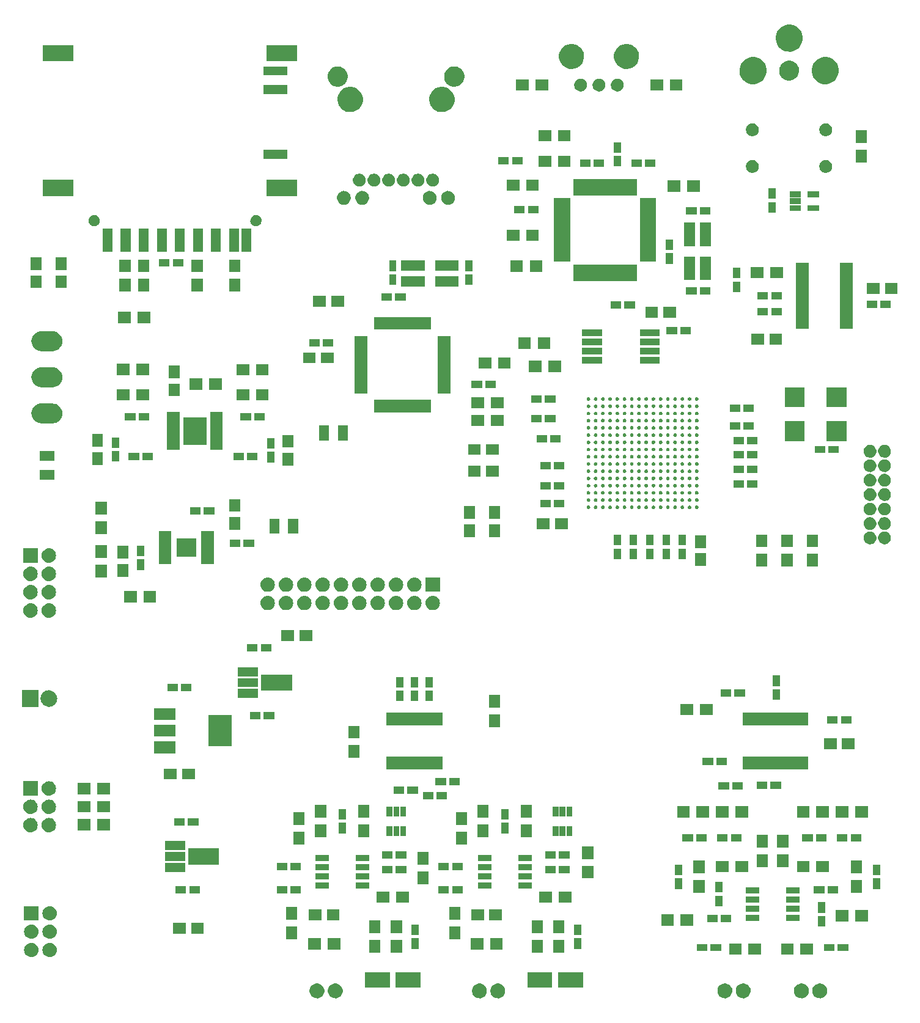
<source format=gts>
G04 #@! TF.FileFunction,Soldermask,Top*
%FSLAX46Y46*%
G04 Gerber Fmt 4.6, Leading zero omitted, Abs format (unit mm)*
G04 Created by KiCad (PCBNEW 0.201412201901+5330~19~ubuntu14.04.1-product) date ti. 30. des. 2014 kl. 17.44 +0100*
%MOMM*%
G01*
G04 APERTURE LIST*
%ADD10C,0.100000*%
G04 APERTURE END LIST*
D10*
G36*
X43723600Y-102183600D02*
X41736400Y-102183600D01*
X41736400Y-100196400D01*
X43723600Y-100196400D01*
X43723600Y-102183600D01*
X43723600Y-102183600D01*
G37*
G36*
X43723600Y-103734843D02*
X43723547Y-103742265D01*
X43723517Y-103746658D01*
X43723503Y-103748681D01*
X43701887Y-103941389D01*
X43643253Y-104126229D01*
X43549833Y-104296159D01*
X43425185Y-104444708D01*
X43274059Y-104566217D01*
X43102209Y-104656058D01*
X42916182Y-104710809D01*
X42916148Y-104710812D01*
X42916135Y-104710816D01*
X42723065Y-104728387D01*
X42530259Y-104708122D01*
X42530245Y-104708117D01*
X42530209Y-104708114D01*
X42344965Y-104650771D01*
X42174386Y-104558540D01*
X42024971Y-104434933D01*
X41902409Y-104284658D01*
X41811371Y-104113440D01*
X41755323Y-103927799D01*
X41736400Y-103734808D01*
X41736400Y-103732609D01*
X41736400Y-103725192D01*
X41736400Y-103725157D01*
X41736452Y-103717734D01*
X41736497Y-103711319D01*
X41758113Y-103518611D01*
X41816747Y-103333771D01*
X41910167Y-103163841D01*
X42034815Y-103015292D01*
X42185941Y-102893783D01*
X42357791Y-102803942D01*
X42543818Y-102749191D01*
X42543851Y-102749187D01*
X42543865Y-102749184D01*
X42736935Y-102731613D01*
X42929741Y-102751878D01*
X42929754Y-102751882D01*
X42929791Y-102751886D01*
X43115035Y-102809229D01*
X43285614Y-102901460D01*
X43435029Y-103025067D01*
X43557591Y-103175342D01*
X43648629Y-103346560D01*
X43704677Y-103532201D01*
X43723600Y-103725192D01*
X43723600Y-103727391D01*
X43723600Y-103734808D01*
X43723600Y-103734843D01*
X43723600Y-103734843D01*
G37*
G36*
X43723600Y-106274843D02*
X43723547Y-106282265D01*
X43723517Y-106286658D01*
X43723503Y-106288681D01*
X43701887Y-106481389D01*
X43643253Y-106666229D01*
X43549833Y-106836159D01*
X43425185Y-106984708D01*
X43274059Y-107106217D01*
X43102209Y-107196058D01*
X42916182Y-107250809D01*
X42916148Y-107250812D01*
X42916135Y-107250816D01*
X42723065Y-107268387D01*
X42530259Y-107248122D01*
X42530245Y-107248117D01*
X42530209Y-107248114D01*
X42344965Y-107190771D01*
X42174386Y-107098540D01*
X42024971Y-106974933D01*
X41902409Y-106824658D01*
X41811371Y-106653440D01*
X41755323Y-106467799D01*
X41736400Y-106274808D01*
X41736400Y-106272609D01*
X41736400Y-106265192D01*
X41736400Y-106265157D01*
X41736452Y-106257734D01*
X41736497Y-106251319D01*
X41758113Y-106058611D01*
X41816747Y-105873771D01*
X41910167Y-105703841D01*
X42034815Y-105555292D01*
X42185941Y-105433783D01*
X42357791Y-105343942D01*
X42543818Y-105289191D01*
X42543851Y-105289187D01*
X42543865Y-105289184D01*
X42736935Y-105271613D01*
X42929741Y-105291878D01*
X42929754Y-105291882D01*
X42929791Y-105291886D01*
X43115035Y-105349229D01*
X43285614Y-105441460D01*
X43435029Y-105565067D01*
X43557591Y-105715342D01*
X43648629Y-105886560D01*
X43704677Y-106072201D01*
X43723600Y-106265192D01*
X43723600Y-106267391D01*
X43723600Y-106274808D01*
X43723600Y-106274843D01*
X43723600Y-106274843D01*
G37*
G36*
X43723600Y-108814843D02*
X43723547Y-108822265D01*
X43723517Y-108826658D01*
X43723503Y-108828681D01*
X43701887Y-109021389D01*
X43643253Y-109206229D01*
X43549833Y-109376159D01*
X43425185Y-109524708D01*
X43274059Y-109646217D01*
X43102209Y-109736058D01*
X42916182Y-109790809D01*
X42916148Y-109790812D01*
X42916135Y-109790816D01*
X42723065Y-109808387D01*
X42530259Y-109788122D01*
X42530245Y-109788117D01*
X42530209Y-109788114D01*
X42344965Y-109730771D01*
X42174386Y-109638540D01*
X42024971Y-109514933D01*
X41902409Y-109364658D01*
X41811371Y-109193440D01*
X41755323Y-109007799D01*
X41736400Y-108814808D01*
X41736400Y-108812609D01*
X41736400Y-108805192D01*
X41736400Y-108805157D01*
X41736452Y-108797734D01*
X41736497Y-108791319D01*
X41758113Y-108598611D01*
X41816747Y-108413771D01*
X41910167Y-108243841D01*
X42034815Y-108095292D01*
X42185941Y-107973783D01*
X42357791Y-107883942D01*
X42543818Y-107829191D01*
X42543851Y-107829187D01*
X42543865Y-107829184D01*
X42736935Y-107811613D01*
X42929741Y-107831878D01*
X42929754Y-107831882D01*
X42929791Y-107831886D01*
X43115035Y-107889229D01*
X43285614Y-107981460D01*
X43435029Y-108105067D01*
X43557591Y-108255342D01*
X43648629Y-108426560D01*
X43704677Y-108612201D01*
X43723600Y-108805192D01*
X43723600Y-108807391D01*
X43723600Y-108814808D01*
X43723600Y-108814843D01*
X43723600Y-108814843D01*
G37*
G36*
X43723600Y-134453600D02*
X41736400Y-134453600D01*
X41736400Y-132466400D01*
X43723600Y-132466400D01*
X43723600Y-134453600D01*
X43723600Y-134453600D01*
G37*
G36*
X43723600Y-136004843D02*
X43723547Y-136012265D01*
X43723517Y-136016658D01*
X43723503Y-136018681D01*
X43701887Y-136211389D01*
X43643253Y-136396229D01*
X43549833Y-136566159D01*
X43425185Y-136714708D01*
X43274059Y-136836217D01*
X43102209Y-136926058D01*
X42916182Y-136980809D01*
X42916148Y-136980812D01*
X42916135Y-136980816D01*
X42723065Y-136998387D01*
X42530259Y-136978122D01*
X42530245Y-136978117D01*
X42530209Y-136978114D01*
X42344965Y-136920771D01*
X42174386Y-136828540D01*
X42024971Y-136704933D01*
X41902409Y-136554658D01*
X41811371Y-136383440D01*
X41755323Y-136197799D01*
X41736400Y-136004808D01*
X41736400Y-136002609D01*
X41736400Y-135995192D01*
X41736400Y-135995157D01*
X41736452Y-135987734D01*
X41736497Y-135981319D01*
X41758113Y-135788611D01*
X41816747Y-135603771D01*
X41910167Y-135433841D01*
X42034815Y-135285292D01*
X42185941Y-135163783D01*
X42357791Y-135073942D01*
X42543818Y-135019191D01*
X42543851Y-135019187D01*
X42543865Y-135019184D01*
X42736935Y-135001613D01*
X42929741Y-135021878D01*
X42929754Y-135021882D01*
X42929791Y-135021886D01*
X43115035Y-135079229D01*
X43285614Y-135171460D01*
X43435029Y-135295067D01*
X43557591Y-135445342D01*
X43648629Y-135616560D01*
X43704677Y-135802201D01*
X43723600Y-135995192D01*
X43723600Y-135997391D01*
X43723600Y-136004808D01*
X43723600Y-136004843D01*
X43723600Y-136004843D01*
G37*
G36*
X43723600Y-138544843D02*
X43723547Y-138552265D01*
X43723517Y-138556658D01*
X43723503Y-138558681D01*
X43701887Y-138751389D01*
X43643253Y-138936229D01*
X43549833Y-139106159D01*
X43425185Y-139254708D01*
X43274059Y-139376217D01*
X43102209Y-139466058D01*
X42916182Y-139520809D01*
X42916148Y-139520812D01*
X42916135Y-139520816D01*
X42723065Y-139538387D01*
X42530259Y-139518122D01*
X42530245Y-139518117D01*
X42530209Y-139518114D01*
X42344965Y-139460771D01*
X42174386Y-139368540D01*
X42024971Y-139244933D01*
X41902409Y-139094658D01*
X41811371Y-138923440D01*
X41755323Y-138737799D01*
X41736400Y-138544808D01*
X41736400Y-138542609D01*
X41736400Y-138535192D01*
X41736400Y-138535157D01*
X41736452Y-138527734D01*
X41736497Y-138521319D01*
X41758113Y-138328611D01*
X41816747Y-138143771D01*
X41910167Y-137973841D01*
X42034815Y-137825292D01*
X42185941Y-137703783D01*
X42357791Y-137613942D01*
X42543818Y-137559191D01*
X42543851Y-137559187D01*
X42543865Y-137559184D01*
X42736935Y-137541613D01*
X42929741Y-137561878D01*
X42929754Y-137561882D01*
X42929791Y-137561886D01*
X43115035Y-137619229D01*
X43285614Y-137711460D01*
X43435029Y-137835067D01*
X43557591Y-137985342D01*
X43648629Y-138156560D01*
X43704677Y-138342201D01*
X43723600Y-138535192D01*
X43723600Y-138537391D01*
X43723600Y-138544808D01*
X43723600Y-138544843D01*
X43723600Y-138544843D01*
G37*
G36*
X43823600Y-151753600D02*
X41836400Y-151753600D01*
X41836400Y-149766400D01*
X43823600Y-149766400D01*
X43823600Y-151753600D01*
X43823600Y-151753600D01*
G37*
G36*
X43823600Y-153304843D02*
X43823547Y-153312265D01*
X43823517Y-153316658D01*
X43823503Y-153318681D01*
X43801887Y-153511389D01*
X43743253Y-153696229D01*
X43649833Y-153866159D01*
X43525185Y-154014708D01*
X43374059Y-154136217D01*
X43202209Y-154226058D01*
X43016182Y-154280809D01*
X43016148Y-154280812D01*
X43016135Y-154280816D01*
X42823065Y-154298387D01*
X42630259Y-154278122D01*
X42630245Y-154278117D01*
X42630209Y-154278114D01*
X42444965Y-154220771D01*
X42274386Y-154128540D01*
X42124971Y-154004933D01*
X42002409Y-153854658D01*
X41911371Y-153683440D01*
X41855323Y-153497799D01*
X41836400Y-153304808D01*
X41836400Y-153302609D01*
X41836400Y-153295192D01*
X41836400Y-153295157D01*
X41836452Y-153287734D01*
X41836497Y-153281319D01*
X41858113Y-153088611D01*
X41916747Y-152903771D01*
X42010167Y-152733841D01*
X42134815Y-152585292D01*
X42285941Y-152463783D01*
X42457791Y-152373942D01*
X42643818Y-152319191D01*
X42643851Y-152319187D01*
X42643865Y-152319184D01*
X42836935Y-152301613D01*
X43029741Y-152321878D01*
X43029754Y-152321882D01*
X43029791Y-152321886D01*
X43215035Y-152379229D01*
X43385614Y-152471460D01*
X43535029Y-152595067D01*
X43657591Y-152745342D01*
X43748629Y-152916560D01*
X43804677Y-153102201D01*
X43823600Y-153295192D01*
X43823600Y-153297391D01*
X43823600Y-153304808D01*
X43823600Y-153304843D01*
X43823600Y-153304843D01*
G37*
G36*
X43823600Y-155844843D02*
X43823547Y-155852265D01*
X43823517Y-155856658D01*
X43823503Y-155858681D01*
X43801887Y-156051389D01*
X43743253Y-156236229D01*
X43649833Y-156406159D01*
X43525185Y-156554708D01*
X43374059Y-156676217D01*
X43202209Y-156766058D01*
X43016182Y-156820809D01*
X43016148Y-156820812D01*
X43016135Y-156820816D01*
X42823065Y-156838387D01*
X42630259Y-156818122D01*
X42630245Y-156818117D01*
X42630209Y-156818114D01*
X42444965Y-156760771D01*
X42274386Y-156668540D01*
X42124971Y-156544933D01*
X42002409Y-156394658D01*
X41911371Y-156223440D01*
X41855323Y-156037799D01*
X41836400Y-155844808D01*
X41836400Y-155842609D01*
X41836400Y-155835192D01*
X41836400Y-155835157D01*
X41836452Y-155827734D01*
X41836497Y-155821319D01*
X41858113Y-155628611D01*
X41916747Y-155443771D01*
X42010167Y-155273841D01*
X42134815Y-155125292D01*
X42285941Y-155003783D01*
X42457791Y-154913942D01*
X42643818Y-154859191D01*
X42643851Y-154859187D01*
X42643865Y-154859184D01*
X42836935Y-154841613D01*
X43029741Y-154861878D01*
X43029754Y-154861882D01*
X43029791Y-154861886D01*
X43215035Y-154919229D01*
X43385614Y-155011460D01*
X43535029Y-155135067D01*
X43657591Y-155285342D01*
X43748629Y-155456560D01*
X43804677Y-155642201D01*
X43823600Y-155835192D01*
X43823600Y-155837391D01*
X43823600Y-155844808D01*
X43823600Y-155844843D01*
X43823600Y-155844843D01*
G37*
G36*
X43876000Y-122146000D02*
X41584000Y-122146000D01*
X41584000Y-119854000D01*
X43876000Y-119854000D01*
X43876000Y-122146000D01*
X43876000Y-122146000D01*
G37*
G36*
X44255000Y-61630000D02*
X42745000Y-61630000D01*
X42745000Y-59870000D01*
X44255000Y-59870000D01*
X44255000Y-61630000D01*
X44255000Y-61630000D01*
G37*
G36*
X44255000Y-64130000D02*
X42745000Y-64130000D01*
X42745000Y-62370000D01*
X44255000Y-62370000D01*
X44255000Y-64130000D01*
X44255000Y-64130000D01*
G37*
G36*
X46030000Y-88080000D02*
X43970000Y-88080000D01*
X43970000Y-86720000D01*
X46030000Y-86720000D01*
X46030000Y-88080000D01*
X46030000Y-88080000D01*
G37*
G36*
X46030000Y-90680000D02*
X43970000Y-90680000D01*
X43970000Y-89320000D01*
X46030000Y-89320000D01*
X46030000Y-90680000D01*
X46030000Y-90680000D01*
G37*
G36*
X46263600Y-101194843D02*
X46263547Y-101202265D01*
X46263517Y-101206658D01*
X46263503Y-101208681D01*
X46241887Y-101401389D01*
X46183253Y-101586229D01*
X46089833Y-101756159D01*
X45965185Y-101904708D01*
X45814059Y-102026217D01*
X45642209Y-102116058D01*
X45456182Y-102170809D01*
X45456148Y-102170812D01*
X45456135Y-102170816D01*
X45263065Y-102188387D01*
X45070259Y-102168122D01*
X45070245Y-102168117D01*
X45070209Y-102168114D01*
X44884965Y-102110771D01*
X44714386Y-102018540D01*
X44564971Y-101894933D01*
X44442409Y-101744658D01*
X44351371Y-101573440D01*
X44295323Y-101387799D01*
X44276400Y-101194808D01*
X44276400Y-101192609D01*
X44276400Y-101185192D01*
X44276400Y-101185157D01*
X44276452Y-101177734D01*
X44276497Y-101171319D01*
X44298113Y-100978611D01*
X44356747Y-100793771D01*
X44450167Y-100623841D01*
X44574815Y-100475292D01*
X44725941Y-100353783D01*
X44897791Y-100263942D01*
X45083818Y-100209191D01*
X45083851Y-100209187D01*
X45083865Y-100209184D01*
X45276935Y-100191613D01*
X45469741Y-100211878D01*
X45469754Y-100211882D01*
X45469791Y-100211886D01*
X45655035Y-100269229D01*
X45825614Y-100361460D01*
X45975029Y-100485067D01*
X46097591Y-100635342D01*
X46188629Y-100806560D01*
X46244677Y-100992201D01*
X46263600Y-101185192D01*
X46263600Y-101187391D01*
X46263600Y-101194808D01*
X46263600Y-101194843D01*
X46263600Y-101194843D01*
G37*
G36*
X46263600Y-103734843D02*
X46263547Y-103742265D01*
X46263517Y-103746658D01*
X46263503Y-103748681D01*
X46241887Y-103941389D01*
X46183253Y-104126229D01*
X46089833Y-104296159D01*
X45965185Y-104444708D01*
X45814059Y-104566217D01*
X45642209Y-104656058D01*
X45456182Y-104710809D01*
X45456148Y-104710812D01*
X45456135Y-104710816D01*
X45263065Y-104728387D01*
X45070259Y-104708122D01*
X45070245Y-104708117D01*
X45070209Y-104708114D01*
X44884965Y-104650771D01*
X44714386Y-104558540D01*
X44564971Y-104434933D01*
X44442409Y-104284658D01*
X44351371Y-104113440D01*
X44295323Y-103927799D01*
X44276400Y-103734808D01*
X44276400Y-103732609D01*
X44276400Y-103725192D01*
X44276400Y-103725157D01*
X44276452Y-103717734D01*
X44276497Y-103711319D01*
X44298113Y-103518611D01*
X44356747Y-103333771D01*
X44450167Y-103163841D01*
X44574815Y-103015292D01*
X44725941Y-102893783D01*
X44897791Y-102803942D01*
X45083818Y-102749191D01*
X45083851Y-102749187D01*
X45083865Y-102749184D01*
X45276935Y-102731613D01*
X45469741Y-102751878D01*
X45469754Y-102751882D01*
X45469791Y-102751886D01*
X45655035Y-102809229D01*
X45825614Y-102901460D01*
X45975029Y-103025067D01*
X46097591Y-103175342D01*
X46188629Y-103346560D01*
X46244677Y-103532201D01*
X46263600Y-103725192D01*
X46263600Y-103727391D01*
X46263600Y-103734808D01*
X46263600Y-103734843D01*
X46263600Y-103734843D01*
G37*
G36*
X46263600Y-106274843D02*
X46263547Y-106282265D01*
X46263517Y-106286658D01*
X46263503Y-106288681D01*
X46241887Y-106481389D01*
X46183253Y-106666229D01*
X46089833Y-106836159D01*
X45965185Y-106984708D01*
X45814059Y-107106217D01*
X45642209Y-107196058D01*
X45456182Y-107250809D01*
X45456148Y-107250812D01*
X45456135Y-107250816D01*
X45263065Y-107268387D01*
X45070259Y-107248122D01*
X45070245Y-107248117D01*
X45070209Y-107248114D01*
X44884965Y-107190771D01*
X44714386Y-107098540D01*
X44564971Y-106974933D01*
X44442409Y-106824658D01*
X44351371Y-106653440D01*
X44295323Y-106467799D01*
X44276400Y-106274808D01*
X44276400Y-106272609D01*
X44276400Y-106265192D01*
X44276400Y-106265157D01*
X44276452Y-106257734D01*
X44276497Y-106251319D01*
X44298113Y-106058611D01*
X44356747Y-105873771D01*
X44450167Y-105703841D01*
X44574815Y-105555292D01*
X44725941Y-105433783D01*
X44897791Y-105343942D01*
X45083818Y-105289191D01*
X45083851Y-105289187D01*
X45083865Y-105289184D01*
X45276935Y-105271613D01*
X45469741Y-105291878D01*
X45469754Y-105291882D01*
X45469791Y-105291886D01*
X45655035Y-105349229D01*
X45825614Y-105441460D01*
X45975029Y-105565067D01*
X46097591Y-105715342D01*
X46188629Y-105886560D01*
X46244677Y-106072201D01*
X46263600Y-106265192D01*
X46263600Y-106267391D01*
X46263600Y-106274808D01*
X46263600Y-106274843D01*
X46263600Y-106274843D01*
G37*
G36*
X46263600Y-108814843D02*
X46263547Y-108822265D01*
X46263517Y-108826658D01*
X46263503Y-108828681D01*
X46241887Y-109021389D01*
X46183253Y-109206229D01*
X46089833Y-109376159D01*
X45965185Y-109524708D01*
X45814059Y-109646217D01*
X45642209Y-109736058D01*
X45456182Y-109790809D01*
X45456148Y-109790812D01*
X45456135Y-109790816D01*
X45263065Y-109808387D01*
X45070259Y-109788122D01*
X45070245Y-109788117D01*
X45070209Y-109788114D01*
X44884965Y-109730771D01*
X44714386Y-109638540D01*
X44564971Y-109514933D01*
X44442409Y-109364658D01*
X44351371Y-109193440D01*
X44295323Y-109007799D01*
X44276400Y-108814808D01*
X44276400Y-108812609D01*
X44276400Y-108805192D01*
X44276400Y-108805157D01*
X44276452Y-108797734D01*
X44276497Y-108791319D01*
X44298113Y-108598611D01*
X44356747Y-108413771D01*
X44450167Y-108243841D01*
X44574815Y-108095292D01*
X44725941Y-107973783D01*
X44897791Y-107883942D01*
X45083818Y-107829191D01*
X45083851Y-107829187D01*
X45083865Y-107829184D01*
X45276935Y-107811613D01*
X45469741Y-107831878D01*
X45469754Y-107831882D01*
X45469791Y-107831886D01*
X45655035Y-107889229D01*
X45825614Y-107981460D01*
X45975029Y-108105067D01*
X46097591Y-108255342D01*
X46188629Y-108426560D01*
X46244677Y-108612201D01*
X46263600Y-108805192D01*
X46263600Y-108807391D01*
X46263600Y-108814808D01*
X46263600Y-108814843D01*
X46263600Y-108814843D01*
G37*
G36*
X46263600Y-133464843D02*
X46263547Y-133472265D01*
X46263517Y-133476658D01*
X46263503Y-133478681D01*
X46241887Y-133671389D01*
X46183253Y-133856229D01*
X46089833Y-134026159D01*
X45965185Y-134174708D01*
X45814059Y-134296217D01*
X45642209Y-134386058D01*
X45456182Y-134440809D01*
X45456148Y-134440812D01*
X45456135Y-134440816D01*
X45263065Y-134458387D01*
X45070259Y-134438122D01*
X45070245Y-134438117D01*
X45070209Y-134438114D01*
X44884965Y-134380771D01*
X44714386Y-134288540D01*
X44564971Y-134164933D01*
X44442409Y-134014658D01*
X44351371Y-133843440D01*
X44295323Y-133657799D01*
X44276400Y-133464808D01*
X44276400Y-133462609D01*
X44276400Y-133455192D01*
X44276400Y-133455157D01*
X44276452Y-133447734D01*
X44276497Y-133441319D01*
X44298113Y-133248611D01*
X44356747Y-133063771D01*
X44450167Y-132893841D01*
X44574815Y-132745292D01*
X44725941Y-132623783D01*
X44897791Y-132533942D01*
X45083818Y-132479191D01*
X45083851Y-132479187D01*
X45083865Y-132479184D01*
X45276935Y-132461613D01*
X45469741Y-132481878D01*
X45469754Y-132481882D01*
X45469791Y-132481886D01*
X45655035Y-132539229D01*
X45825614Y-132631460D01*
X45975029Y-132755067D01*
X46097591Y-132905342D01*
X46188629Y-133076560D01*
X46244677Y-133262201D01*
X46263600Y-133455192D01*
X46263600Y-133457391D01*
X46263600Y-133464808D01*
X46263600Y-133464843D01*
X46263600Y-133464843D01*
G37*
G36*
X46263600Y-136004843D02*
X46263547Y-136012265D01*
X46263517Y-136016658D01*
X46263503Y-136018681D01*
X46241887Y-136211389D01*
X46183253Y-136396229D01*
X46089833Y-136566159D01*
X45965185Y-136714708D01*
X45814059Y-136836217D01*
X45642209Y-136926058D01*
X45456182Y-136980809D01*
X45456148Y-136980812D01*
X45456135Y-136980816D01*
X45263065Y-136998387D01*
X45070259Y-136978122D01*
X45070245Y-136978117D01*
X45070209Y-136978114D01*
X44884965Y-136920771D01*
X44714386Y-136828540D01*
X44564971Y-136704933D01*
X44442409Y-136554658D01*
X44351371Y-136383440D01*
X44295323Y-136197799D01*
X44276400Y-136004808D01*
X44276400Y-136002609D01*
X44276400Y-135995192D01*
X44276400Y-135995157D01*
X44276452Y-135987734D01*
X44276497Y-135981319D01*
X44298113Y-135788611D01*
X44356747Y-135603771D01*
X44450167Y-135433841D01*
X44574815Y-135285292D01*
X44725941Y-135163783D01*
X44897791Y-135073942D01*
X45083818Y-135019191D01*
X45083851Y-135019187D01*
X45083865Y-135019184D01*
X45276935Y-135001613D01*
X45469741Y-135021878D01*
X45469754Y-135021882D01*
X45469791Y-135021886D01*
X45655035Y-135079229D01*
X45825614Y-135171460D01*
X45975029Y-135295067D01*
X46097591Y-135445342D01*
X46188629Y-135616560D01*
X46244677Y-135802201D01*
X46263600Y-135995192D01*
X46263600Y-135997391D01*
X46263600Y-136004808D01*
X46263600Y-136004843D01*
X46263600Y-136004843D01*
G37*
G36*
X46263600Y-138544843D02*
X46263547Y-138552265D01*
X46263517Y-138556658D01*
X46263503Y-138558681D01*
X46241887Y-138751389D01*
X46183253Y-138936229D01*
X46089833Y-139106159D01*
X45965185Y-139254708D01*
X45814059Y-139376217D01*
X45642209Y-139466058D01*
X45456182Y-139520809D01*
X45456148Y-139520812D01*
X45456135Y-139520816D01*
X45263065Y-139538387D01*
X45070259Y-139518122D01*
X45070245Y-139518117D01*
X45070209Y-139518114D01*
X44884965Y-139460771D01*
X44714386Y-139368540D01*
X44564971Y-139244933D01*
X44442409Y-139094658D01*
X44351371Y-138923440D01*
X44295323Y-138737799D01*
X44276400Y-138544808D01*
X44276400Y-138542609D01*
X44276400Y-138535192D01*
X44276400Y-138535157D01*
X44276452Y-138527734D01*
X44276497Y-138521319D01*
X44298113Y-138328611D01*
X44356747Y-138143771D01*
X44450167Y-137973841D01*
X44574815Y-137825292D01*
X44725941Y-137703783D01*
X44897791Y-137613942D01*
X45083818Y-137559191D01*
X45083851Y-137559187D01*
X45083865Y-137559184D01*
X45276935Y-137541613D01*
X45469741Y-137561878D01*
X45469754Y-137561882D01*
X45469791Y-137561886D01*
X45655035Y-137619229D01*
X45825614Y-137711460D01*
X45975029Y-137835067D01*
X46097591Y-137985342D01*
X46188629Y-138156560D01*
X46244677Y-138342201D01*
X46263600Y-138535192D01*
X46263600Y-138537391D01*
X46263600Y-138544808D01*
X46263600Y-138544843D01*
X46263600Y-138544843D01*
G37*
G36*
X46363600Y-150764843D02*
X46363547Y-150772265D01*
X46363517Y-150776658D01*
X46363503Y-150778681D01*
X46341887Y-150971389D01*
X46283253Y-151156229D01*
X46189833Y-151326159D01*
X46065185Y-151474708D01*
X45914059Y-151596217D01*
X45742209Y-151686058D01*
X45556182Y-151740809D01*
X45556148Y-151740812D01*
X45556135Y-151740816D01*
X45363065Y-151758387D01*
X45170259Y-151738122D01*
X45170245Y-151738117D01*
X45170209Y-151738114D01*
X44984965Y-151680771D01*
X44814386Y-151588540D01*
X44664971Y-151464933D01*
X44542409Y-151314658D01*
X44451371Y-151143440D01*
X44395323Y-150957799D01*
X44376400Y-150764808D01*
X44376400Y-150762609D01*
X44376400Y-150755192D01*
X44376400Y-150755157D01*
X44376452Y-150747734D01*
X44376497Y-150741319D01*
X44398113Y-150548611D01*
X44456747Y-150363771D01*
X44550167Y-150193841D01*
X44674815Y-150045292D01*
X44825941Y-149923783D01*
X44997791Y-149833942D01*
X45183818Y-149779191D01*
X45183851Y-149779187D01*
X45183865Y-149779184D01*
X45376935Y-149761613D01*
X45569741Y-149781878D01*
X45569754Y-149781882D01*
X45569791Y-149781886D01*
X45755035Y-149839229D01*
X45925614Y-149931460D01*
X46075029Y-150055067D01*
X46197591Y-150205342D01*
X46288629Y-150376560D01*
X46344677Y-150562201D01*
X46363600Y-150755192D01*
X46363600Y-150757391D01*
X46363600Y-150764808D01*
X46363600Y-150764843D01*
X46363600Y-150764843D01*
G37*
G36*
X46363600Y-153304843D02*
X46363547Y-153312265D01*
X46363517Y-153316658D01*
X46363503Y-153318681D01*
X46341887Y-153511389D01*
X46283253Y-153696229D01*
X46189833Y-153866159D01*
X46065185Y-154014708D01*
X45914059Y-154136217D01*
X45742209Y-154226058D01*
X45556182Y-154280809D01*
X45556148Y-154280812D01*
X45556135Y-154280816D01*
X45363065Y-154298387D01*
X45170259Y-154278122D01*
X45170245Y-154278117D01*
X45170209Y-154278114D01*
X44984965Y-154220771D01*
X44814386Y-154128540D01*
X44664971Y-154004933D01*
X44542409Y-153854658D01*
X44451371Y-153683440D01*
X44395323Y-153497799D01*
X44376400Y-153304808D01*
X44376400Y-153302609D01*
X44376400Y-153295192D01*
X44376400Y-153295157D01*
X44376452Y-153287734D01*
X44376497Y-153281319D01*
X44398113Y-153088611D01*
X44456747Y-152903771D01*
X44550167Y-152733841D01*
X44674815Y-152585292D01*
X44825941Y-152463783D01*
X44997791Y-152373942D01*
X45183818Y-152319191D01*
X45183851Y-152319187D01*
X45183865Y-152319184D01*
X45376935Y-152301613D01*
X45569741Y-152321878D01*
X45569754Y-152321882D01*
X45569791Y-152321886D01*
X45755035Y-152379229D01*
X45925614Y-152471460D01*
X46075029Y-152595067D01*
X46197591Y-152745342D01*
X46288629Y-152916560D01*
X46344677Y-153102201D01*
X46363600Y-153295192D01*
X46363600Y-153297391D01*
X46363600Y-153304808D01*
X46363600Y-153304843D01*
X46363600Y-153304843D01*
G37*
G36*
X46363600Y-155844843D02*
X46363547Y-155852265D01*
X46363517Y-155856658D01*
X46363503Y-155858681D01*
X46341887Y-156051389D01*
X46283253Y-156236229D01*
X46189833Y-156406159D01*
X46065185Y-156554708D01*
X45914059Y-156676217D01*
X45742209Y-156766058D01*
X45556182Y-156820809D01*
X45556148Y-156820812D01*
X45556135Y-156820816D01*
X45363065Y-156838387D01*
X45170259Y-156818122D01*
X45170245Y-156818117D01*
X45170209Y-156818114D01*
X44984965Y-156760771D01*
X44814386Y-156668540D01*
X44664971Y-156544933D01*
X44542409Y-156394658D01*
X44451371Y-156223440D01*
X44395323Y-156037799D01*
X44376400Y-155844808D01*
X44376400Y-155842609D01*
X44376400Y-155835192D01*
X44376400Y-155835157D01*
X44376452Y-155827734D01*
X44376497Y-155821319D01*
X44398113Y-155628611D01*
X44456747Y-155443771D01*
X44550167Y-155273841D01*
X44674815Y-155125292D01*
X44825941Y-155003783D01*
X44997791Y-154913942D01*
X45183818Y-154859191D01*
X45183851Y-154859187D01*
X45183865Y-154859184D01*
X45376935Y-154841613D01*
X45569741Y-154861878D01*
X45569754Y-154861882D01*
X45569791Y-154861886D01*
X45755035Y-154919229D01*
X45925614Y-155011460D01*
X46075029Y-155135067D01*
X46197591Y-155285342D01*
X46288629Y-155456560D01*
X46344677Y-155642201D01*
X46363600Y-155835192D01*
X46363600Y-155837391D01*
X46363600Y-155844808D01*
X46363600Y-155844843D01*
X46363600Y-155844843D01*
G37*
G36*
X46421520Y-121007999D02*
X46398146Y-121230386D01*
X46398141Y-121230399D01*
X46398138Y-121230435D01*
X46332000Y-121444093D01*
X46225622Y-121640835D01*
X46083056Y-121813168D01*
X45909732Y-121954528D01*
X45712252Y-122059530D01*
X45498138Y-122124175D01*
X45275545Y-122146000D01*
X45273345Y-122146000D01*
X45264455Y-122146000D01*
X45264420Y-122146000D01*
X45256131Y-122145941D01*
X45250478Y-122145902D01*
X45248454Y-122145888D01*
X45026188Y-122120957D01*
X44812998Y-122053329D01*
X44617003Y-121945580D01*
X44445669Y-121801814D01*
X44305523Y-121627507D01*
X44201902Y-121429299D01*
X44138754Y-121214739D01*
X44138750Y-121214705D01*
X44138747Y-121214692D01*
X44118480Y-120992001D01*
X44141854Y-120769614D01*
X44141858Y-120769600D01*
X44141862Y-120769565D01*
X44208000Y-120555907D01*
X44314378Y-120359165D01*
X44456944Y-120186832D01*
X44630268Y-120045472D01*
X44827748Y-119940470D01*
X45041862Y-119875825D01*
X45264455Y-119854000D01*
X45266655Y-119854000D01*
X45275545Y-119854000D01*
X45275580Y-119854000D01*
X45283868Y-119854058D01*
X45291546Y-119854112D01*
X45513812Y-119879043D01*
X45727002Y-119946671D01*
X45922997Y-120054420D01*
X46094331Y-120198186D01*
X46234477Y-120372493D01*
X46338098Y-120570701D01*
X46401246Y-120785261D01*
X46401249Y-120785294D01*
X46401253Y-120785308D01*
X46421520Y-121007999D01*
X46421520Y-121007999D01*
G37*
G36*
X47140275Y-71509632D02*
X47112128Y-71777437D01*
X47112124Y-71777449D01*
X47112120Y-71777488D01*
X47032477Y-72034772D01*
X46904378Y-72271686D01*
X46732701Y-72479208D01*
X46523986Y-72649431D01*
X46286183Y-72775874D01*
X46028349Y-72853718D01*
X45760306Y-72880000D01*
X45758107Y-72880000D01*
X44239694Y-72880000D01*
X44239656Y-72880000D01*
X44222450Y-72879880D01*
X44222442Y-72879879D01*
X44220426Y-72879865D01*
X43952776Y-72849844D01*
X43696054Y-72768407D01*
X43460040Y-72638657D01*
X43253722Y-72465535D01*
X43084959Y-72255637D01*
X42960180Y-72016957D01*
X42884138Y-71758586D01*
X42884134Y-71758552D01*
X42884131Y-71758539D01*
X42859725Y-71490368D01*
X42887872Y-71222563D01*
X42887875Y-71222550D01*
X42887880Y-71222512D01*
X42967523Y-70965228D01*
X43095622Y-70728314D01*
X43267299Y-70520792D01*
X43476014Y-70350569D01*
X43713817Y-70224126D01*
X43971651Y-70146282D01*
X44239694Y-70120000D01*
X44241893Y-70120000D01*
X45760306Y-70120000D01*
X45760344Y-70120000D01*
X45777550Y-70120120D01*
X45777557Y-70120120D01*
X45779574Y-70120135D01*
X46047224Y-70150156D01*
X46303946Y-70231593D01*
X46539960Y-70361343D01*
X46746278Y-70534465D01*
X46915041Y-70744363D01*
X47039820Y-70983043D01*
X47115862Y-71241414D01*
X47115865Y-71241447D01*
X47115869Y-71241461D01*
X47140275Y-71509632D01*
X47140275Y-71509632D01*
G37*
G36*
X47140275Y-76509632D02*
X47112128Y-76777437D01*
X47112124Y-76777449D01*
X47112120Y-76777488D01*
X47032477Y-77034772D01*
X46904378Y-77271686D01*
X46732701Y-77479208D01*
X46523986Y-77649431D01*
X46286183Y-77775874D01*
X46028349Y-77853718D01*
X45760306Y-77880000D01*
X45758107Y-77880000D01*
X44239694Y-77880000D01*
X44239656Y-77880000D01*
X44222450Y-77879880D01*
X44222442Y-77879879D01*
X44220426Y-77879865D01*
X43952776Y-77849844D01*
X43696054Y-77768407D01*
X43460040Y-77638657D01*
X43253722Y-77465535D01*
X43084959Y-77255637D01*
X42960180Y-77016957D01*
X42884138Y-76758586D01*
X42884134Y-76758552D01*
X42884131Y-76758539D01*
X42859725Y-76490368D01*
X42887872Y-76222563D01*
X42887875Y-76222550D01*
X42887880Y-76222512D01*
X42967523Y-75965228D01*
X43095622Y-75728314D01*
X43267299Y-75520792D01*
X43476014Y-75350569D01*
X43713817Y-75224126D01*
X43971651Y-75146282D01*
X44239694Y-75120000D01*
X44241893Y-75120000D01*
X45760306Y-75120000D01*
X45760344Y-75120000D01*
X45777550Y-75120120D01*
X45777557Y-75120120D01*
X45779574Y-75120135D01*
X46047224Y-75150156D01*
X46303946Y-75231593D01*
X46539960Y-75361343D01*
X46746278Y-75534465D01*
X46915041Y-75744363D01*
X47039820Y-75983043D01*
X47115862Y-76241414D01*
X47115865Y-76241447D01*
X47115869Y-76241461D01*
X47140275Y-76509632D01*
X47140275Y-76509632D01*
G37*
G36*
X47140275Y-81509632D02*
X47112128Y-81777437D01*
X47112124Y-81777449D01*
X47112120Y-81777488D01*
X47032477Y-82034772D01*
X46904378Y-82271686D01*
X46732701Y-82479208D01*
X46523986Y-82649431D01*
X46286183Y-82775874D01*
X46028349Y-82853718D01*
X45760306Y-82880000D01*
X45758107Y-82880000D01*
X44239694Y-82880000D01*
X44239656Y-82880000D01*
X44222450Y-82879880D01*
X44222442Y-82879879D01*
X44220426Y-82879865D01*
X43952776Y-82849844D01*
X43696054Y-82768407D01*
X43460040Y-82638657D01*
X43253722Y-82465535D01*
X43084959Y-82255637D01*
X42960180Y-82016957D01*
X42884138Y-81758586D01*
X42884134Y-81758552D01*
X42884131Y-81758539D01*
X42859725Y-81490368D01*
X42887872Y-81222563D01*
X42887875Y-81222550D01*
X42887880Y-81222512D01*
X42967523Y-80965228D01*
X43095622Y-80728314D01*
X43267299Y-80520792D01*
X43476014Y-80350569D01*
X43713817Y-80224126D01*
X43971651Y-80146282D01*
X44239694Y-80120000D01*
X44241893Y-80120000D01*
X45760306Y-80120000D01*
X45760344Y-80120000D01*
X45777550Y-80120120D01*
X45777557Y-80120120D01*
X45779574Y-80120135D01*
X46047224Y-80150156D01*
X46303946Y-80231593D01*
X46539960Y-80361343D01*
X46746278Y-80534465D01*
X46915041Y-80744363D01*
X47039820Y-80983043D01*
X47115862Y-81241414D01*
X47115865Y-81241447D01*
X47115869Y-81241461D01*
X47140275Y-81509632D01*
X47140275Y-81509632D01*
G37*
G36*
X47755000Y-61630000D02*
X46245000Y-61630000D01*
X46245000Y-59870000D01*
X47755000Y-59870000D01*
X47755000Y-61630000D01*
X47755000Y-61630000D01*
G37*
G36*
X47755000Y-64130000D02*
X46245000Y-64130000D01*
X46245000Y-62370000D01*
X47755000Y-62370000D01*
X47755000Y-64130000D01*
X47755000Y-64130000D01*
G37*
G36*
X48680000Y-32730000D02*
X44420000Y-32730000D01*
X44420000Y-30470000D01*
X48680000Y-30470000D01*
X48680000Y-32730000D01*
X48680000Y-32730000D01*
G37*
G36*
X48680000Y-51380000D02*
X44420000Y-51380000D01*
X44420000Y-49120000D01*
X48680000Y-49120000D01*
X48680000Y-51380000D01*
X48680000Y-51380000D01*
G37*
G36*
X51030000Y-134280000D02*
X49270000Y-134280000D01*
X49270000Y-132720000D01*
X51030000Y-132720000D01*
X51030000Y-134280000D01*
X51030000Y-134280000D01*
G37*
G36*
X51030000Y-136780000D02*
X49270000Y-136780000D01*
X49270000Y-135220000D01*
X51030000Y-135220000D01*
X51030000Y-136780000D01*
X51030000Y-136780000D01*
G37*
G36*
X51030000Y-139280000D02*
X49270000Y-139280000D01*
X49270000Y-137720000D01*
X51030000Y-137720000D01*
X51030000Y-139280000D01*
X51030000Y-139280000D01*
G37*
G36*
X52330033Y-54723517D02*
X52327594Y-54898233D01*
X52327518Y-54898566D01*
X52327518Y-54898578D01*
X52293707Y-55047397D01*
X52231490Y-55187139D01*
X52143313Y-55312137D01*
X52032541Y-55417625D01*
X51903388Y-55499587D01*
X51760772Y-55554905D01*
X51610133Y-55581466D01*
X51457200Y-55578263D01*
X51307796Y-55545414D01*
X51167627Y-55484176D01*
X51042020Y-55396876D01*
X50935758Y-55286839D01*
X50852898Y-55158265D01*
X50796586Y-55016040D01*
X50768972Y-54865582D01*
X50771109Y-54712632D01*
X50802911Y-54563012D01*
X50863172Y-54422413D01*
X50949593Y-54296199D01*
X51058884Y-54189172D01*
X51186880Y-54105414D01*
X51328708Y-54048112D01*
X51478961Y-54019449D01*
X51631926Y-54020518D01*
X51781770Y-54051277D01*
X51922781Y-54110552D01*
X52049600Y-54196092D01*
X52157384Y-54304631D01*
X52242032Y-54432038D01*
X52300324Y-54573462D01*
X52329968Y-54723173D01*
X52329967Y-54723187D01*
X52330033Y-54723517D01*
X52330033Y-54723517D01*
G37*
G36*
X52755000Y-86130000D02*
X51245000Y-86130000D01*
X51245000Y-84370000D01*
X52755000Y-84370000D01*
X52755000Y-86130000D01*
X52755000Y-86130000D01*
G37*
G36*
X52755000Y-88630000D02*
X51245000Y-88630000D01*
X51245000Y-86870000D01*
X52755000Y-86870000D01*
X52755000Y-88630000D01*
X52755000Y-88630000D01*
G37*
G36*
X53280000Y-95530000D02*
X51720000Y-95530000D01*
X51720000Y-93770000D01*
X53280000Y-93770000D01*
X53280000Y-95530000D01*
X53280000Y-95530000D01*
G37*
G36*
X53280000Y-98230000D02*
X51720000Y-98230000D01*
X51720000Y-96470000D01*
X53280000Y-96470000D01*
X53280000Y-98230000D01*
X53280000Y-98230000D01*
G37*
G36*
X53280000Y-101530000D02*
X51720000Y-101530000D01*
X51720000Y-99770000D01*
X53280000Y-99770000D01*
X53280000Y-101530000D01*
X53280000Y-101530000D01*
G37*
G36*
X53280000Y-104230000D02*
X51720000Y-104230000D01*
X51720000Y-102470000D01*
X53280000Y-102470000D01*
X53280000Y-104230000D01*
X53280000Y-104230000D01*
G37*
G36*
X53730000Y-134280000D02*
X51970000Y-134280000D01*
X51970000Y-132720000D01*
X53730000Y-132720000D01*
X53730000Y-134280000D01*
X53730000Y-134280000D01*
G37*
G36*
X53730000Y-136780000D02*
X51970000Y-136780000D01*
X51970000Y-135220000D01*
X53730000Y-135220000D01*
X53730000Y-136780000D01*
X53730000Y-136780000D01*
G37*
G36*
X53730000Y-139280000D02*
X51970000Y-139280000D01*
X51970000Y-137720000D01*
X53730000Y-137720000D01*
X53730000Y-139280000D01*
X53730000Y-139280000D01*
G37*
G36*
X54080000Y-59130000D02*
X52720000Y-59130000D01*
X52720000Y-55870000D01*
X54080000Y-55870000D01*
X54080000Y-59130000D01*
X54080000Y-59130000D01*
G37*
G36*
X55005000Y-86280000D02*
X53995000Y-86280000D01*
X53995000Y-84820000D01*
X55005000Y-84820000D01*
X55005000Y-86280000D01*
X55005000Y-86280000D01*
G37*
G36*
X55005000Y-88180000D02*
X53995000Y-88180000D01*
X53995000Y-86720000D01*
X55005000Y-86720000D01*
X55005000Y-88180000D01*
X55005000Y-88180000D01*
G37*
G36*
X56255000Y-101630000D02*
X54745000Y-101630000D01*
X54745000Y-99870000D01*
X56255000Y-99870000D01*
X56255000Y-101630000D01*
X56255000Y-101630000D01*
G37*
G36*
X56255000Y-104130000D02*
X54745000Y-104130000D01*
X54745000Y-102370000D01*
X56255000Y-102370000D01*
X56255000Y-104130000D01*
X56255000Y-104130000D01*
G37*
G36*
X56430000Y-76180000D02*
X54670000Y-76180000D01*
X54670000Y-74620000D01*
X56430000Y-74620000D01*
X56430000Y-76180000D01*
X56430000Y-76180000D01*
G37*
G36*
X56430000Y-79680000D02*
X54670000Y-79680000D01*
X54670000Y-78120000D01*
X56430000Y-78120000D01*
X56430000Y-79680000D01*
X56430000Y-79680000D01*
G37*
G36*
X56580000Y-59130000D02*
X55220000Y-59130000D01*
X55220000Y-55870000D01*
X56580000Y-55870000D01*
X56580000Y-59130000D01*
X56580000Y-59130000D01*
G37*
G36*
X56580000Y-61930000D02*
X55020000Y-61930000D01*
X55020000Y-60170000D01*
X56580000Y-60170000D01*
X56580000Y-61930000D01*
X56580000Y-61930000D01*
G37*
G36*
X56580000Y-64630000D02*
X55020000Y-64630000D01*
X55020000Y-62870000D01*
X56580000Y-62870000D01*
X56580000Y-64630000D01*
X56580000Y-64630000D01*
G37*
G36*
X56630000Y-68980000D02*
X54870000Y-68980000D01*
X54870000Y-67420000D01*
X56630000Y-67420000D01*
X56630000Y-68980000D01*
X56630000Y-68980000D01*
G37*
G36*
X57260000Y-82445000D02*
X55800000Y-82445000D01*
X55800000Y-81435000D01*
X57260000Y-81435000D01*
X57260000Y-82445000D01*
X57260000Y-82445000D01*
G37*
G36*
X57430000Y-107680000D02*
X55670000Y-107680000D01*
X55670000Y-106120000D01*
X57430000Y-106120000D01*
X57430000Y-107680000D01*
X57430000Y-107680000D01*
G37*
G36*
X57780000Y-88005000D02*
X56320000Y-88005000D01*
X56320000Y-86995000D01*
X57780000Y-86995000D01*
X57780000Y-88005000D01*
X57780000Y-88005000D01*
G37*
G36*
X58505000Y-101280000D02*
X57495000Y-101280000D01*
X57495000Y-99820000D01*
X58505000Y-99820000D01*
X58505000Y-101280000D01*
X58505000Y-101280000D01*
G37*
G36*
X58505000Y-103180000D02*
X57495000Y-103180000D01*
X57495000Y-101720000D01*
X58505000Y-101720000D01*
X58505000Y-103180000D01*
X58505000Y-103180000D01*
G37*
G36*
X59080000Y-59130000D02*
X57720000Y-59130000D01*
X57720000Y-55870000D01*
X59080000Y-55870000D01*
X59080000Y-59130000D01*
X59080000Y-59130000D01*
G37*
G36*
X59130000Y-76180000D02*
X57370000Y-76180000D01*
X57370000Y-74620000D01*
X59130000Y-74620000D01*
X59130000Y-76180000D01*
X59130000Y-76180000D01*
G37*
G36*
X59130000Y-79680000D02*
X57370000Y-79680000D01*
X57370000Y-78120000D01*
X59130000Y-78120000D01*
X59130000Y-79680000D01*
X59130000Y-79680000D01*
G37*
G36*
X59160000Y-82445000D02*
X57700000Y-82445000D01*
X57700000Y-81435000D01*
X59160000Y-81435000D01*
X59160000Y-82445000D01*
X59160000Y-82445000D01*
G37*
G36*
X59180000Y-61930000D02*
X57620000Y-61930000D01*
X57620000Y-60170000D01*
X59180000Y-60170000D01*
X59180000Y-61930000D01*
X59180000Y-61930000D01*
G37*
G36*
X59180000Y-64630000D02*
X57620000Y-64630000D01*
X57620000Y-62870000D01*
X59180000Y-62870000D01*
X59180000Y-64630000D01*
X59180000Y-64630000D01*
G37*
G36*
X59330000Y-68980000D02*
X57570000Y-68980000D01*
X57570000Y-67420000D01*
X59330000Y-67420000D01*
X59330000Y-68980000D01*
X59330000Y-68980000D01*
G37*
G36*
X59680000Y-88005000D02*
X58220000Y-88005000D01*
X58220000Y-86995000D01*
X59680000Y-86995000D01*
X59680000Y-88005000D01*
X59680000Y-88005000D01*
G37*
G36*
X60130000Y-107680000D02*
X58370000Y-107680000D01*
X58370000Y-106120000D01*
X60130000Y-106120000D01*
X60130000Y-107680000D01*
X60130000Y-107680000D01*
G37*
G36*
X61580000Y-59130000D02*
X60220000Y-59130000D01*
X60220000Y-55870000D01*
X61580000Y-55870000D01*
X61580000Y-59130000D01*
X61580000Y-59130000D01*
G37*
G36*
X61980000Y-61105000D02*
X60520000Y-61105000D01*
X60520000Y-60095000D01*
X61980000Y-60095000D01*
X61980000Y-61105000D01*
X61980000Y-61105000D01*
G37*
G36*
X62205000Y-102405000D02*
X60495000Y-102405000D01*
X60495000Y-101755000D01*
X60495000Y-101695000D01*
X60495000Y-101105000D01*
X60495000Y-101045000D01*
X60495000Y-100455000D01*
X60495000Y-100395000D01*
X60495000Y-99805000D01*
X60495000Y-99745000D01*
X60495000Y-99155000D01*
X60495000Y-99095000D01*
X60495000Y-98505000D01*
X60495000Y-98445000D01*
X60495000Y-97795000D01*
X62205000Y-97795000D01*
X62205000Y-98445000D01*
X62205000Y-98505000D01*
X62205000Y-99095000D01*
X62205000Y-99155000D01*
X62205000Y-99745000D01*
X62205000Y-99805000D01*
X62205000Y-100395000D01*
X62205000Y-100455000D01*
X62205000Y-101045000D01*
X62205000Y-101105000D01*
X62205000Y-101695000D01*
X62205000Y-101755000D01*
X62205000Y-102405000D01*
X62205000Y-102405000D01*
G37*
G36*
X62830000Y-123980000D02*
X59870000Y-123980000D01*
X59870000Y-122320000D01*
X62830000Y-122320000D01*
X62830000Y-123980000D01*
X62830000Y-123980000D01*
G37*
G36*
X62830000Y-126280000D02*
X59870000Y-126280000D01*
X59870000Y-124620000D01*
X62830000Y-124620000D01*
X62830000Y-126280000D01*
X62830000Y-126280000D01*
G37*
G36*
X62830000Y-128580000D02*
X59870000Y-128580000D01*
X59870000Y-126920000D01*
X62830000Y-126920000D01*
X62830000Y-128580000D01*
X62830000Y-128580000D01*
G37*
G36*
X62980000Y-132205000D02*
X61220000Y-132205000D01*
X61220000Y-130695000D01*
X62980000Y-130695000D01*
X62980000Y-132205000D01*
X62980000Y-132205000D01*
G37*
G36*
X63130000Y-119955000D02*
X61670000Y-119955000D01*
X61670000Y-118945000D01*
X63130000Y-118945000D01*
X63130000Y-119955000D01*
X63130000Y-119955000D01*
G37*
G36*
X63355000Y-76630000D02*
X61845000Y-76630000D01*
X61845000Y-74870000D01*
X63355000Y-74870000D01*
X63355000Y-76630000D01*
X63355000Y-76630000D01*
G37*
G36*
X63355000Y-79130000D02*
X61845000Y-79130000D01*
X61845000Y-77370000D01*
X63355000Y-77370000D01*
X63355000Y-79130000D01*
X63355000Y-79130000D01*
G37*
G36*
X63360000Y-86570000D02*
X61650000Y-86570000D01*
X61650000Y-85920000D01*
X61650000Y-85860000D01*
X61650000Y-85270000D01*
X61650000Y-85210000D01*
X61650000Y-84620000D01*
X61650000Y-84560000D01*
X61650000Y-83970000D01*
X61650000Y-83910000D01*
X61650000Y-83320000D01*
X61650000Y-83260000D01*
X61650000Y-82670000D01*
X61650000Y-82610000D01*
X61650000Y-82020000D01*
X61650000Y-81960000D01*
X61650000Y-81310000D01*
X63360000Y-81310000D01*
X63360000Y-81960000D01*
X63360000Y-82020000D01*
X63360000Y-82610000D01*
X63360000Y-82670000D01*
X63360000Y-83260000D01*
X63360000Y-83320000D01*
X63360000Y-83910000D01*
X63360000Y-83970000D01*
X63360000Y-84560000D01*
X63360000Y-84620000D01*
X63360000Y-85210000D01*
X63360000Y-85270000D01*
X63360000Y-85860000D01*
X63360000Y-85920000D01*
X63360000Y-86570000D01*
X63360000Y-86570000D01*
G37*
G36*
X63880000Y-61105000D02*
X62420000Y-61105000D01*
X62420000Y-60095000D01*
X63880000Y-60095000D01*
X63880000Y-61105000D01*
X63880000Y-61105000D01*
G37*
G36*
X64080000Y-59130000D02*
X62720000Y-59130000D01*
X62720000Y-55870000D01*
X64080000Y-55870000D01*
X64080000Y-59130000D01*
X64080000Y-59130000D01*
G37*
G36*
X64080000Y-138605000D02*
X62620000Y-138605000D01*
X62620000Y-137595000D01*
X64080000Y-137595000D01*
X64080000Y-138605000D01*
X64080000Y-138605000D01*
G37*
G36*
X64128910Y-142029240D02*
X61367010Y-142029240D01*
X61367010Y-140768480D01*
X64128910Y-140768480D01*
X64128910Y-142029240D01*
X64128910Y-142029240D01*
G37*
G36*
X64128910Y-143530380D02*
X61367010Y-143530380D01*
X61367010Y-142269620D01*
X64128910Y-142269620D01*
X64128910Y-143530380D01*
X64128910Y-143530380D01*
G37*
G36*
X64128910Y-145031520D02*
X61367010Y-145031520D01*
X61367010Y-143770760D01*
X64128910Y-143770760D01*
X64128910Y-145031520D01*
X64128910Y-145031520D01*
G37*
G36*
X64230000Y-153555000D02*
X62470000Y-153555000D01*
X62470000Y-152045000D01*
X64230000Y-152045000D01*
X64230000Y-153555000D01*
X64230000Y-153555000D01*
G37*
G36*
X64280000Y-148005000D02*
X62820000Y-148005000D01*
X62820000Y-146995000D01*
X64280000Y-146995000D01*
X64280000Y-148005000D01*
X64280000Y-148005000D01*
G37*
G36*
X65030000Y-119955000D02*
X63570000Y-119955000D01*
X63570000Y-118945000D01*
X65030000Y-118945000D01*
X65030000Y-119955000D01*
X65030000Y-119955000D01*
G37*
G36*
X65480000Y-132205000D02*
X63720000Y-132205000D01*
X63720000Y-130695000D01*
X65480000Y-130695000D01*
X65480000Y-132205000D01*
X65480000Y-132205000D01*
G37*
G36*
X65660000Y-101385000D02*
X62940000Y-101385000D01*
X62940000Y-98815000D01*
X65660000Y-98815000D01*
X65660000Y-101385000D01*
X65660000Y-101385000D01*
G37*
G36*
X65980000Y-138605000D02*
X64520000Y-138605000D01*
X64520000Y-137595000D01*
X65980000Y-137595000D01*
X65980000Y-138605000D01*
X65980000Y-138605000D01*
G37*
G36*
X66180000Y-148005000D02*
X64720000Y-148005000D01*
X64720000Y-146995000D01*
X66180000Y-146995000D01*
X66180000Y-148005000D01*
X66180000Y-148005000D01*
G37*
G36*
X66280000Y-95505000D02*
X64820000Y-95505000D01*
X64820000Y-94495000D01*
X66280000Y-94495000D01*
X66280000Y-95505000D01*
X66280000Y-95505000D01*
G37*
G36*
X66510000Y-78220000D02*
X64750000Y-78220000D01*
X64750000Y-76660000D01*
X66510000Y-76660000D01*
X66510000Y-78220000D01*
X66510000Y-78220000D01*
G37*
G36*
X66580000Y-59130000D02*
X65220000Y-59130000D01*
X65220000Y-55870000D01*
X66580000Y-55870000D01*
X66580000Y-59130000D01*
X66580000Y-59130000D01*
G37*
G36*
X66580000Y-61930000D02*
X65020000Y-61930000D01*
X65020000Y-60170000D01*
X66580000Y-60170000D01*
X66580000Y-61930000D01*
X66580000Y-61930000D01*
G37*
G36*
X66580000Y-64630000D02*
X65020000Y-64630000D01*
X65020000Y-62870000D01*
X66580000Y-62870000D01*
X66580000Y-64630000D01*
X66580000Y-64630000D01*
G37*
G36*
X66730000Y-153555000D02*
X64970000Y-153555000D01*
X64970000Y-152045000D01*
X66730000Y-152045000D01*
X66730000Y-153555000D01*
X66730000Y-153555000D01*
G37*
G36*
X67080000Y-85860000D02*
X65610000Y-85860000D01*
X65350000Y-85860000D01*
X63880000Y-85860000D01*
X63880000Y-84965000D01*
X63880000Y-84705000D01*
X63880000Y-84070000D01*
X63880000Y-83810000D01*
X63880000Y-83175000D01*
X63880000Y-82915000D01*
X63880000Y-82020000D01*
X65350000Y-82020000D01*
X65610000Y-82020000D01*
X67080000Y-82020000D01*
X67080000Y-82915000D01*
X67080000Y-83175000D01*
X67080000Y-83810000D01*
X67080000Y-84070000D01*
X67080000Y-84705000D01*
X67080000Y-84965000D01*
X67080000Y-85860000D01*
X67080000Y-85860000D01*
G37*
G36*
X68105000Y-102405000D02*
X66395000Y-102405000D01*
X66395000Y-101755000D01*
X66395000Y-101695000D01*
X66395000Y-101105000D01*
X66395000Y-101045000D01*
X66395000Y-100455000D01*
X66395000Y-100395000D01*
X66395000Y-99805000D01*
X66395000Y-99745000D01*
X66395000Y-99155000D01*
X66395000Y-99095000D01*
X66395000Y-98505000D01*
X66395000Y-98445000D01*
X66395000Y-97795000D01*
X68105000Y-97795000D01*
X68105000Y-98445000D01*
X68105000Y-98505000D01*
X68105000Y-99095000D01*
X68105000Y-99155000D01*
X68105000Y-99745000D01*
X68105000Y-99805000D01*
X68105000Y-100395000D01*
X68105000Y-100455000D01*
X68105000Y-101045000D01*
X68105000Y-101105000D01*
X68105000Y-101695000D01*
X68105000Y-101755000D01*
X68105000Y-102405000D01*
X68105000Y-102405000D01*
G37*
G36*
X68180000Y-95505000D02*
X66720000Y-95505000D01*
X66720000Y-94495000D01*
X68180000Y-94495000D01*
X68180000Y-95505000D01*
X68180000Y-95505000D01*
G37*
G36*
X68830450Y-144029490D02*
X64569950Y-144029490D01*
X64569950Y-141770510D01*
X68830450Y-141770510D01*
X68830450Y-144029490D01*
X68830450Y-144029490D01*
G37*
G36*
X69080000Y-59130000D02*
X67720000Y-59130000D01*
X67720000Y-55870000D01*
X69080000Y-55870000D01*
X69080000Y-59130000D01*
X69080000Y-59130000D01*
G37*
G36*
X69210000Y-78220000D02*
X67450000Y-78220000D01*
X67450000Y-76660000D01*
X69210000Y-76660000D01*
X69210000Y-78220000D01*
X69210000Y-78220000D01*
G37*
G36*
X69310000Y-86570000D02*
X67600000Y-86570000D01*
X67600000Y-85920000D01*
X67600000Y-85860000D01*
X67600000Y-85270000D01*
X67600000Y-85210000D01*
X67600000Y-84620000D01*
X67600000Y-84560000D01*
X67600000Y-83970000D01*
X67600000Y-83910000D01*
X67600000Y-83320000D01*
X67600000Y-83260000D01*
X67600000Y-82670000D01*
X67600000Y-82610000D01*
X67600000Y-82020000D01*
X67600000Y-81960000D01*
X67600000Y-81310000D01*
X69310000Y-81310000D01*
X69310000Y-81960000D01*
X69310000Y-82020000D01*
X69310000Y-82610000D01*
X69310000Y-82670000D01*
X69310000Y-83260000D01*
X69310000Y-83320000D01*
X69310000Y-83910000D01*
X69310000Y-83970000D01*
X69310000Y-84560000D01*
X69310000Y-84620000D01*
X69310000Y-85210000D01*
X69310000Y-85270000D01*
X69310000Y-85860000D01*
X69310000Y-85920000D01*
X69310000Y-86570000D01*
X69310000Y-86570000D01*
G37*
G36*
X70630000Y-127580000D02*
X67370000Y-127580000D01*
X67370000Y-123320000D01*
X70630000Y-123320000D01*
X70630000Y-127580000D01*
X70630000Y-127580000D01*
G37*
G36*
X71580000Y-59130000D02*
X70220000Y-59130000D01*
X70220000Y-55870000D01*
X71580000Y-55870000D01*
X71580000Y-59130000D01*
X71580000Y-59130000D01*
G37*
G36*
X71755000Y-95130000D02*
X70245000Y-95130000D01*
X70245000Y-93370000D01*
X71755000Y-93370000D01*
X71755000Y-95130000D01*
X71755000Y-95130000D01*
G37*
G36*
X71755000Y-97630000D02*
X70245000Y-97630000D01*
X70245000Y-95870000D01*
X71755000Y-95870000D01*
X71755000Y-97630000D01*
X71755000Y-97630000D01*
G37*
G36*
X71780000Y-61930000D02*
X70220000Y-61930000D01*
X70220000Y-60170000D01*
X71780000Y-60170000D01*
X71780000Y-61930000D01*
X71780000Y-61930000D01*
G37*
G36*
X71780000Y-64630000D02*
X70220000Y-64630000D01*
X70220000Y-62870000D01*
X71780000Y-62870000D01*
X71780000Y-64630000D01*
X71780000Y-64630000D01*
G37*
G36*
X71780000Y-100005000D02*
X70320000Y-100005000D01*
X70320000Y-98995000D01*
X71780000Y-98995000D01*
X71780000Y-100005000D01*
X71780000Y-100005000D01*
G37*
G36*
X72280000Y-88005000D02*
X70820000Y-88005000D01*
X70820000Y-86995000D01*
X72280000Y-86995000D01*
X72280000Y-88005000D01*
X72280000Y-88005000D01*
G37*
G36*
X73010000Y-76220000D02*
X71250000Y-76220000D01*
X71250000Y-74660000D01*
X73010000Y-74660000D01*
X73010000Y-76220000D01*
X73010000Y-76220000D01*
G37*
G36*
X73010000Y-79720000D02*
X71250000Y-79720000D01*
X71250000Y-78160000D01*
X73010000Y-78160000D01*
X73010000Y-79720000D01*
X73010000Y-79720000D01*
G37*
G36*
X73260000Y-82445000D02*
X71800000Y-82445000D01*
X71800000Y-81435000D01*
X73260000Y-81435000D01*
X73260000Y-82445000D01*
X73260000Y-82445000D01*
G37*
G36*
X73280000Y-59130000D02*
X71920000Y-59130000D01*
X71920000Y-55870000D01*
X73280000Y-55870000D01*
X73280000Y-59130000D01*
X73280000Y-59130000D01*
G37*
G36*
X73680000Y-100005000D02*
X72220000Y-100005000D01*
X72220000Y-98995000D01*
X73680000Y-98995000D01*
X73680000Y-100005000D01*
X73680000Y-100005000D01*
G37*
G36*
X74180000Y-88005000D02*
X72720000Y-88005000D01*
X72720000Y-86995000D01*
X74180000Y-86995000D01*
X74180000Y-88005000D01*
X74180000Y-88005000D01*
G37*
G36*
X74180000Y-114505000D02*
X72720000Y-114505000D01*
X72720000Y-113495000D01*
X74180000Y-113495000D01*
X74180000Y-114505000D01*
X74180000Y-114505000D01*
G37*
G36*
X74228910Y-117929240D02*
X71467010Y-117929240D01*
X71467010Y-116668480D01*
X74228910Y-116668480D01*
X74228910Y-117929240D01*
X74228910Y-117929240D01*
G37*
G36*
X74228910Y-119430380D02*
X71467010Y-119430380D01*
X71467010Y-118169620D01*
X74228910Y-118169620D01*
X74228910Y-119430380D01*
X74228910Y-119430380D01*
G37*
G36*
X74228910Y-120931520D02*
X71467010Y-120931520D01*
X71467010Y-119670760D01*
X74228910Y-119670760D01*
X74228910Y-120931520D01*
X74228910Y-120931520D01*
G37*
G36*
X74580000Y-123905000D02*
X73120000Y-123905000D01*
X73120000Y-122895000D01*
X74580000Y-122895000D01*
X74580000Y-123905000D01*
X74580000Y-123905000D01*
G37*
G36*
X74730033Y-54723517D02*
X74727594Y-54898233D01*
X74727518Y-54898566D01*
X74727518Y-54898578D01*
X74693707Y-55047397D01*
X74631490Y-55187139D01*
X74543313Y-55312137D01*
X74432541Y-55417625D01*
X74303388Y-55499587D01*
X74160772Y-55554905D01*
X74010133Y-55581466D01*
X73857200Y-55578263D01*
X73707796Y-55545414D01*
X73567627Y-55484176D01*
X73442020Y-55396876D01*
X73335758Y-55286839D01*
X73252898Y-55158265D01*
X73196586Y-55016040D01*
X73168972Y-54865582D01*
X73171109Y-54712632D01*
X73202911Y-54563012D01*
X73263172Y-54422413D01*
X73349593Y-54296199D01*
X73458884Y-54189172D01*
X73586880Y-54105414D01*
X73728708Y-54048112D01*
X73878961Y-54019449D01*
X74031926Y-54020518D01*
X74181770Y-54051277D01*
X74322781Y-54110552D01*
X74449600Y-54196092D01*
X74557384Y-54304631D01*
X74642032Y-54432038D01*
X74700324Y-54573462D01*
X74729968Y-54723173D01*
X74729967Y-54723187D01*
X74730033Y-54723517D01*
X74730033Y-54723517D01*
G37*
G36*
X75160000Y-82445000D02*
X73700000Y-82445000D01*
X73700000Y-81435000D01*
X75160000Y-81435000D01*
X75160000Y-82445000D01*
X75160000Y-82445000D01*
G37*
G36*
X75710000Y-76220000D02*
X73950000Y-76220000D01*
X73950000Y-74660000D01*
X75710000Y-74660000D01*
X75710000Y-76220000D01*
X75710000Y-76220000D01*
G37*
G36*
X75710000Y-79720000D02*
X73950000Y-79720000D01*
X73950000Y-78160000D01*
X75710000Y-78160000D01*
X75710000Y-79720000D01*
X75710000Y-79720000D01*
G37*
G36*
X76080000Y-114505000D02*
X74620000Y-114505000D01*
X74620000Y-113495000D01*
X76080000Y-113495000D01*
X76080000Y-114505000D01*
X76080000Y-114505000D01*
G37*
G36*
X76480000Y-123905000D02*
X75020000Y-123905000D01*
X75020000Y-122895000D01*
X76480000Y-122895000D01*
X76480000Y-123905000D01*
X76480000Y-123905000D01*
G37*
G36*
X76505000Y-86380000D02*
X75495000Y-86380000D01*
X75495000Y-84920000D01*
X76505000Y-84920000D01*
X76505000Y-86380000D01*
X76505000Y-86380000D01*
G37*
G36*
X76505000Y-88280000D02*
X75495000Y-88280000D01*
X75495000Y-86820000D01*
X76505000Y-86820000D01*
X76505000Y-88280000D01*
X76505000Y-88280000D01*
G37*
G36*
X76568387Y-105236935D02*
X76548122Y-105429741D01*
X76548117Y-105429754D01*
X76548114Y-105429791D01*
X76490771Y-105615035D01*
X76398540Y-105785614D01*
X76274933Y-105935029D01*
X76124658Y-106057591D01*
X75953440Y-106148629D01*
X75767799Y-106204677D01*
X75574808Y-106223600D01*
X75572609Y-106223600D01*
X75565192Y-106223600D01*
X75565157Y-106223600D01*
X75557734Y-106223547D01*
X75553342Y-106223517D01*
X75551319Y-106223503D01*
X75358611Y-106201887D01*
X75173771Y-106143253D01*
X75003841Y-106049833D01*
X74855292Y-105925185D01*
X74733783Y-105774059D01*
X74643942Y-105602209D01*
X74589191Y-105416182D01*
X74589187Y-105416148D01*
X74589184Y-105416135D01*
X74571613Y-105223065D01*
X74591878Y-105030259D01*
X74591882Y-105030245D01*
X74591886Y-105030209D01*
X74649229Y-104844965D01*
X74741460Y-104674386D01*
X74865067Y-104524971D01*
X75015342Y-104402409D01*
X75186560Y-104311371D01*
X75372201Y-104255323D01*
X75565192Y-104236400D01*
X75567391Y-104236400D01*
X75574808Y-104236400D01*
X75574843Y-104236400D01*
X75582265Y-104236452D01*
X75588681Y-104236497D01*
X75781389Y-104258113D01*
X75966229Y-104316747D01*
X76136159Y-104410167D01*
X76284708Y-104534815D01*
X76406217Y-104685941D01*
X76496058Y-104857791D01*
X76550809Y-105043818D01*
X76550812Y-105043851D01*
X76550816Y-105043865D01*
X76568387Y-105236935D01*
X76568387Y-105236935D01*
G37*
G36*
X76568387Y-107776935D02*
X76548122Y-107969741D01*
X76548117Y-107969754D01*
X76548114Y-107969791D01*
X76490771Y-108155035D01*
X76398540Y-108325614D01*
X76274933Y-108475029D01*
X76124658Y-108597591D01*
X75953440Y-108688629D01*
X75767799Y-108744677D01*
X75574808Y-108763600D01*
X75572609Y-108763600D01*
X75565192Y-108763600D01*
X75565157Y-108763600D01*
X75557734Y-108763547D01*
X75553342Y-108763517D01*
X75551319Y-108763503D01*
X75358611Y-108741887D01*
X75173771Y-108683253D01*
X75003841Y-108589833D01*
X74855292Y-108465185D01*
X74733783Y-108314059D01*
X74643942Y-108142209D01*
X74589191Y-107956182D01*
X74589187Y-107956148D01*
X74589184Y-107956135D01*
X74571613Y-107763065D01*
X74591878Y-107570259D01*
X74591882Y-107570245D01*
X74591886Y-107570209D01*
X74649229Y-107384965D01*
X74741460Y-107214386D01*
X74865067Y-107064971D01*
X75015342Y-106942409D01*
X75186560Y-106851371D01*
X75372201Y-106795323D01*
X75565192Y-106776400D01*
X75567391Y-106776400D01*
X75574808Y-106776400D01*
X75574843Y-106776400D01*
X75582265Y-106776452D01*
X75588681Y-106776497D01*
X75781389Y-106798113D01*
X75966229Y-106856747D01*
X76136159Y-106950167D01*
X76284708Y-107074815D01*
X76406217Y-107225941D01*
X76496058Y-107397791D01*
X76550809Y-107583818D01*
X76550812Y-107583851D01*
X76550816Y-107583865D01*
X76568387Y-107776935D01*
X76568387Y-107776935D01*
G37*
G36*
X77180000Y-98130000D02*
X75820000Y-98130000D01*
X75820000Y-96070000D01*
X77180000Y-96070000D01*
X77180000Y-98130000D01*
X77180000Y-98130000D01*
G37*
G36*
X78280000Y-34680000D02*
X75020000Y-34680000D01*
X75020000Y-33420000D01*
X78280000Y-33420000D01*
X78280000Y-34680000D01*
X78280000Y-34680000D01*
G37*
G36*
X78280000Y-37280000D02*
X75020000Y-37280000D01*
X75020000Y-36020000D01*
X78280000Y-36020000D01*
X78280000Y-37280000D01*
X78280000Y-37280000D01*
G37*
G36*
X78280000Y-46230000D02*
X75020000Y-46230000D01*
X75020000Y-44970000D01*
X78280000Y-44970000D01*
X78280000Y-46230000D01*
X78280000Y-46230000D01*
G37*
G36*
X78280000Y-144805000D02*
X76820000Y-144805000D01*
X76820000Y-143795000D01*
X78280000Y-143795000D01*
X78280000Y-144805000D01*
X78280000Y-144805000D01*
G37*
G36*
X78280000Y-148005000D02*
X76820000Y-148005000D01*
X76820000Y-146995000D01*
X78280000Y-146995000D01*
X78280000Y-148005000D01*
X78280000Y-148005000D01*
G37*
G36*
X78930450Y-119929490D02*
X74669950Y-119929490D01*
X74669950Y-117670510D01*
X78930450Y-117670510D01*
X78930450Y-119929490D01*
X78930450Y-119929490D01*
G37*
G36*
X79108387Y-105236935D02*
X79088122Y-105429741D01*
X79088117Y-105429754D01*
X79088114Y-105429791D01*
X79030771Y-105615035D01*
X78938540Y-105785614D01*
X78814933Y-105935029D01*
X78664658Y-106057591D01*
X78493440Y-106148629D01*
X78307799Y-106204677D01*
X78114808Y-106223600D01*
X78112609Y-106223600D01*
X78105192Y-106223600D01*
X78105157Y-106223600D01*
X78097734Y-106223547D01*
X78093342Y-106223517D01*
X78091319Y-106223503D01*
X77898611Y-106201887D01*
X77713771Y-106143253D01*
X77543841Y-106049833D01*
X77395292Y-105925185D01*
X77273783Y-105774059D01*
X77183942Y-105602209D01*
X77129191Y-105416182D01*
X77129187Y-105416148D01*
X77129184Y-105416135D01*
X77111613Y-105223065D01*
X77131878Y-105030259D01*
X77131882Y-105030245D01*
X77131886Y-105030209D01*
X77189229Y-104844965D01*
X77281460Y-104674386D01*
X77405067Y-104524971D01*
X77555342Y-104402409D01*
X77726560Y-104311371D01*
X77912201Y-104255323D01*
X78105192Y-104236400D01*
X78107391Y-104236400D01*
X78114808Y-104236400D01*
X78114843Y-104236400D01*
X78122265Y-104236452D01*
X78128681Y-104236497D01*
X78321389Y-104258113D01*
X78506229Y-104316747D01*
X78676159Y-104410167D01*
X78824708Y-104534815D01*
X78946217Y-104685941D01*
X79036058Y-104857791D01*
X79090809Y-105043818D01*
X79090812Y-105043851D01*
X79090816Y-105043865D01*
X79108387Y-105236935D01*
X79108387Y-105236935D01*
G37*
G36*
X79108387Y-107776935D02*
X79088122Y-107969741D01*
X79088117Y-107969754D01*
X79088114Y-107969791D01*
X79030771Y-108155035D01*
X78938540Y-108325614D01*
X78814933Y-108475029D01*
X78664658Y-108597591D01*
X78493440Y-108688629D01*
X78307799Y-108744677D01*
X78114808Y-108763600D01*
X78112609Y-108763600D01*
X78105192Y-108763600D01*
X78105157Y-108763600D01*
X78097734Y-108763547D01*
X78093342Y-108763517D01*
X78091319Y-108763503D01*
X77898611Y-108741887D01*
X77713771Y-108683253D01*
X77543841Y-108589833D01*
X77395292Y-108465185D01*
X77273783Y-108314059D01*
X77183942Y-108142209D01*
X77129191Y-107956182D01*
X77129187Y-107956148D01*
X77129184Y-107956135D01*
X77111613Y-107763065D01*
X77131878Y-107570259D01*
X77131882Y-107570245D01*
X77131886Y-107570209D01*
X77189229Y-107384965D01*
X77281460Y-107214386D01*
X77405067Y-107064971D01*
X77555342Y-106942409D01*
X77726560Y-106851371D01*
X77912201Y-106795323D01*
X78105192Y-106776400D01*
X78107391Y-106776400D01*
X78114808Y-106776400D01*
X78114843Y-106776400D01*
X78122265Y-106776452D01*
X78128681Y-106776497D01*
X78321389Y-106798113D01*
X78506229Y-106856747D01*
X78676159Y-106950167D01*
X78824708Y-107074815D01*
X78946217Y-107225941D01*
X79036058Y-107397791D01*
X79090809Y-107583818D01*
X79090812Y-107583851D01*
X79090816Y-107583865D01*
X79108387Y-107776935D01*
X79108387Y-107776935D01*
G37*
G36*
X79155000Y-86230000D02*
X77645000Y-86230000D01*
X77645000Y-84470000D01*
X79155000Y-84470000D01*
X79155000Y-86230000D01*
X79155000Y-86230000D01*
G37*
G36*
X79155000Y-88730000D02*
X77645000Y-88730000D01*
X77645000Y-86970000D01*
X79155000Y-86970000D01*
X79155000Y-88730000D01*
X79155000Y-88730000D01*
G37*
G36*
X79230000Y-113055000D02*
X77470000Y-113055000D01*
X77470000Y-111545000D01*
X79230000Y-111545000D01*
X79230000Y-113055000D01*
X79230000Y-113055000D01*
G37*
G36*
X79680000Y-32730000D02*
X75420000Y-32730000D01*
X75420000Y-30470000D01*
X79680000Y-30470000D01*
X79680000Y-32730000D01*
X79680000Y-32730000D01*
G37*
G36*
X79680000Y-51380000D02*
X75420000Y-51380000D01*
X75420000Y-49120000D01*
X79680000Y-49120000D01*
X79680000Y-51380000D01*
X79680000Y-51380000D01*
G37*
G36*
X79680000Y-151630000D02*
X78120000Y-151630000D01*
X78120000Y-149870000D01*
X79680000Y-149870000D01*
X79680000Y-151630000D01*
X79680000Y-151630000D01*
G37*
G36*
X79680000Y-154330000D02*
X78120000Y-154330000D01*
X78120000Y-152570000D01*
X79680000Y-152570000D01*
X79680000Y-154330000D01*
X79680000Y-154330000D01*
G37*
G36*
X79780000Y-98130000D02*
X78420000Y-98130000D01*
X78420000Y-96070000D01*
X79780000Y-96070000D01*
X79780000Y-98130000D01*
X79780000Y-98130000D01*
G37*
G36*
X80180000Y-144805000D02*
X78720000Y-144805000D01*
X78720000Y-143795000D01*
X80180000Y-143795000D01*
X80180000Y-144805000D01*
X80180000Y-144805000D01*
G37*
G36*
X80180000Y-148005000D02*
X78720000Y-148005000D01*
X78720000Y-146995000D01*
X80180000Y-146995000D01*
X80180000Y-148005000D01*
X80180000Y-148005000D01*
G37*
G36*
X80680000Y-138530000D02*
X79120000Y-138530000D01*
X79120000Y-136770000D01*
X80680000Y-136770000D01*
X80680000Y-138530000D01*
X80680000Y-138530000D01*
G37*
G36*
X80680000Y-141230000D02*
X79120000Y-141230000D01*
X79120000Y-139470000D01*
X80680000Y-139470000D01*
X80680000Y-141230000D01*
X80680000Y-141230000D01*
G37*
G36*
X81648387Y-105236935D02*
X81628122Y-105429741D01*
X81628117Y-105429754D01*
X81628114Y-105429791D01*
X81570771Y-105615035D01*
X81478540Y-105785614D01*
X81354933Y-105935029D01*
X81204658Y-106057591D01*
X81033440Y-106148629D01*
X80847799Y-106204677D01*
X80654808Y-106223600D01*
X80652609Y-106223600D01*
X80645192Y-106223600D01*
X80645157Y-106223600D01*
X80637734Y-106223547D01*
X80633342Y-106223517D01*
X80631319Y-106223503D01*
X80438611Y-106201887D01*
X80253771Y-106143253D01*
X80083841Y-106049833D01*
X79935292Y-105925185D01*
X79813783Y-105774059D01*
X79723942Y-105602209D01*
X79669191Y-105416182D01*
X79669187Y-105416148D01*
X79669184Y-105416135D01*
X79651613Y-105223065D01*
X79671878Y-105030259D01*
X79671882Y-105030245D01*
X79671886Y-105030209D01*
X79729229Y-104844965D01*
X79821460Y-104674386D01*
X79945067Y-104524971D01*
X80095342Y-104402409D01*
X80266560Y-104311371D01*
X80452201Y-104255323D01*
X80645192Y-104236400D01*
X80647391Y-104236400D01*
X80654808Y-104236400D01*
X80654843Y-104236400D01*
X80662265Y-104236452D01*
X80668681Y-104236497D01*
X80861389Y-104258113D01*
X81046229Y-104316747D01*
X81216159Y-104410167D01*
X81364708Y-104534815D01*
X81486217Y-104685941D01*
X81576058Y-104857791D01*
X81630809Y-105043818D01*
X81630812Y-105043851D01*
X81630816Y-105043865D01*
X81648387Y-105236935D01*
X81648387Y-105236935D01*
G37*
G36*
X81648387Y-107776935D02*
X81628122Y-107969741D01*
X81628117Y-107969754D01*
X81628114Y-107969791D01*
X81570771Y-108155035D01*
X81478540Y-108325614D01*
X81354933Y-108475029D01*
X81204658Y-108597591D01*
X81033440Y-108688629D01*
X80847799Y-108744677D01*
X80654808Y-108763600D01*
X80652609Y-108763600D01*
X80645192Y-108763600D01*
X80645157Y-108763600D01*
X80637734Y-108763547D01*
X80633342Y-108763517D01*
X80631319Y-108763503D01*
X80438611Y-108741887D01*
X80253771Y-108683253D01*
X80083841Y-108589833D01*
X79935292Y-108465185D01*
X79813783Y-108314059D01*
X79723942Y-108142209D01*
X79669191Y-107956182D01*
X79669187Y-107956148D01*
X79669184Y-107956135D01*
X79651613Y-107763065D01*
X79671878Y-107570259D01*
X79671882Y-107570245D01*
X79671886Y-107570209D01*
X79729229Y-107384965D01*
X79821460Y-107214386D01*
X79945067Y-107064971D01*
X80095342Y-106942409D01*
X80266560Y-106851371D01*
X80452201Y-106795323D01*
X80645192Y-106776400D01*
X80647391Y-106776400D01*
X80654808Y-106776400D01*
X80654843Y-106776400D01*
X80662265Y-106776452D01*
X80668681Y-106776497D01*
X80861389Y-106798113D01*
X81046229Y-106856747D01*
X81216159Y-106950167D01*
X81364708Y-107074815D01*
X81486217Y-107225941D01*
X81576058Y-107397791D01*
X81630809Y-107583818D01*
X81630812Y-107583851D01*
X81630816Y-107583865D01*
X81648387Y-107776935D01*
X81648387Y-107776935D01*
G37*
G36*
X81730000Y-113055000D02*
X79970000Y-113055000D01*
X79970000Y-111545000D01*
X81730000Y-111545000D01*
X81730000Y-113055000D01*
X81730000Y-113055000D01*
G37*
G36*
X82230000Y-74555000D02*
X80470000Y-74555000D01*
X80470000Y-73045000D01*
X82230000Y-73045000D01*
X82230000Y-74555000D01*
X82230000Y-74555000D01*
G37*
G36*
X82780000Y-72205000D02*
X81320000Y-72205000D01*
X81320000Y-71195000D01*
X82780000Y-71195000D01*
X82780000Y-72205000D01*
X82780000Y-72205000D01*
G37*
G36*
X82930000Y-155780000D02*
X81170000Y-155780000D01*
X81170000Y-154220000D01*
X82930000Y-154220000D01*
X82930000Y-155780000D01*
X82930000Y-155780000D01*
G37*
G36*
X83030000Y-151755000D02*
X81270000Y-151755000D01*
X81270000Y-150245000D01*
X83030000Y-150245000D01*
X83030000Y-151755000D01*
X83030000Y-151755000D01*
G37*
G36*
X83430044Y-161399003D02*
X83426823Y-161629718D01*
X83426747Y-161630051D01*
X83426747Y-161630064D01*
X83382075Y-161826691D01*
X83299916Y-162011223D01*
X83183481Y-162176280D01*
X83037198Y-162315583D01*
X82866653Y-162423813D01*
X82678328Y-162496861D01*
X82479405Y-162531936D01*
X82277456Y-162527706D01*
X82080168Y-162484329D01*
X81895072Y-162403463D01*
X81729205Y-162288182D01*
X81588886Y-162142878D01*
X81479467Y-161973093D01*
X81405108Y-161785283D01*
X81368643Y-161586602D01*
X81371464Y-161384630D01*
X81413460Y-161187053D01*
X81493035Y-161001391D01*
X81607155Y-160834724D01*
X81751475Y-160693394D01*
X81920495Y-160582791D01*
X82107781Y-160507123D01*
X82306193Y-160469273D01*
X82508185Y-160470684D01*
X82706055Y-160511301D01*
X82892263Y-160589575D01*
X83059727Y-160702531D01*
X83202056Y-160845857D01*
X83313841Y-161014106D01*
X83390811Y-161200852D01*
X83429979Y-161398660D01*
X83429978Y-161398673D01*
X83430044Y-161399003D01*
X83430044Y-161399003D01*
G37*
G36*
X83630000Y-66755000D02*
X81870000Y-66755000D01*
X81870000Y-65245000D01*
X83630000Y-65245000D01*
X83630000Y-66755000D01*
X83630000Y-66755000D01*
G37*
G36*
X83680000Y-137530000D02*
X82120000Y-137530000D01*
X82120000Y-135770000D01*
X83680000Y-135770000D01*
X83680000Y-137530000D01*
X83680000Y-137530000D01*
G37*
G36*
X83680000Y-140230000D02*
X82120000Y-140230000D01*
X82120000Y-138470000D01*
X83680000Y-138470000D01*
X83680000Y-140230000D01*
X83680000Y-140230000D01*
G37*
G36*
X84030000Y-143524720D02*
X82170000Y-143524720D01*
X82170000Y-142665280D01*
X84030000Y-142665280D01*
X84030000Y-143524720D01*
X84030000Y-143524720D01*
G37*
G36*
X84030000Y-144794720D02*
X82170000Y-144794720D01*
X82170000Y-143935280D01*
X84030000Y-143935280D01*
X84030000Y-144794720D01*
X84030000Y-144794720D01*
G37*
G36*
X84030000Y-146064720D02*
X82170000Y-146064720D01*
X82170000Y-145205280D01*
X84030000Y-145205280D01*
X84030000Y-146064720D01*
X84030000Y-146064720D01*
G37*
G36*
X84030000Y-147334720D02*
X82170000Y-147334720D01*
X82170000Y-146475280D01*
X84030000Y-146475280D01*
X84030000Y-147334720D01*
X84030000Y-147334720D01*
G37*
G36*
X84080000Y-85230000D02*
X82720000Y-85230000D01*
X82720000Y-83170000D01*
X84080000Y-83170000D01*
X84080000Y-85230000D01*
X84080000Y-85230000D01*
G37*
G36*
X84188387Y-105236935D02*
X84168122Y-105429741D01*
X84168117Y-105429754D01*
X84168114Y-105429791D01*
X84110771Y-105615035D01*
X84018540Y-105785614D01*
X83894933Y-105935029D01*
X83744658Y-106057591D01*
X83573440Y-106148629D01*
X83387799Y-106204677D01*
X83194808Y-106223600D01*
X83192609Y-106223600D01*
X83185192Y-106223600D01*
X83185157Y-106223600D01*
X83177734Y-106223547D01*
X83173342Y-106223517D01*
X83171319Y-106223503D01*
X82978611Y-106201887D01*
X82793771Y-106143253D01*
X82623841Y-106049833D01*
X82475292Y-105925185D01*
X82353783Y-105774059D01*
X82263942Y-105602209D01*
X82209191Y-105416182D01*
X82209187Y-105416148D01*
X82209184Y-105416135D01*
X82191613Y-105223065D01*
X82211878Y-105030259D01*
X82211882Y-105030245D01*
X82211886Y-105030209D01*
X82269229Y-104844965D01*
X82361460Y-104674386D01*
X82485067Y-104524971D01*
X82635342Y-104402409D01*
X82806560Y-104311371D01*
X82992201Y-104255323D01*
X83185192Y-104236400D01*
X83187391Y-104236400D01*
X83194808Y-104236400D01*
X83194843Y-104236400D01*
X83202265Y-104236452D01*
X83208681Y-104236497D01*
X83401389Y-104258113D01*
X83586229Y-104316747D01*
X83756159Y-104410167D01*
X83904708Y-104534815D01*
X84026217Y-104685941D01*
X84116058Y-104857791D01*
X84170809Y-105043818D01*
X84170812Y-105043851D01*
X84170816Y-105043865D01*
X84188387Y-105236935D01*
X84188387Y-105236935D01*
G37*
G36*
X84188387Y-107776935D02*
X84168122Y-107969741D01*
X84168117Y-107969754D01*
X84168114Y-107969791D01*
X84110771Y-108155035D01*
X84018540Y-108325614D01*
X83894933Y-108475029D01*
X83744658Y-108597591D01*
X83573440Y-108688629D01*
X83387799Y-108744677D01*
X83194808Y-108763600D01*
X83192609Y-108763600D01*
X83185192Y-108763600D01*
X83185157Y-108763600D01*
X83177734Y-108763547D01*
X83173342Y-108763517D01*
X83171319Y-108763503D01*
X82978611Y-108741887D01*
X82793771Y-108683253D01*
X82623841Y-108589833D01*
X82475292Y-108465185D01*
X82353783Y-108314059D01*
X82263942Y-108142209D01*
X82209191Y-107956182D01*
X82209187Y-107956148D01*
X82209184Y-107956135D01*
X82191613Y-107763065D01*
X82211878Y-107570259D01*
X82211882Y-107570245D01*
X82211886Y-107570209D01*
X82269229Y-107384965D01*
X82361460Y-107214386D01*
X82485067Y-107064971D01*
X82635342Y-106942409D01*
X82806560Y-106851371D01*
X82992201Y-106795323D01*
X83185192Y-106776400D01*
X83187391Y-106776400D01*
X83194808Y-106776400D01*
X83194843Y-106776400D01*
X83202265Y-106776452D01*
X83208681Y-106776497D01*
X83401389Y-106798113D01*
X83586229Y-106856747D01*
X83756159Y-106950167D01*
X83904708Y-107074815D01*
X84026217Y-107225941D01*
X84116058Y-107397791D01*
X84170809Y-107583818D01*
X84170812Y-107583851D01*
X84170816Y-107583865D01*
X84188387Y-107776935D01*
X84188387Y-107776935D01*
G37*
G36*
X84680000Y-72205000D02*
X83220000Y-72205000D01*
X83220000Y-71195000D01*
X84680000Y-71195000D01*
X84680000Y-72205000D01*
X84680000Y-72205000D01*
G37*
G36*
X84730000Y-74555000D02*
X82970000Y-74555000D01*
X82970000Y-73045000D01*
X84730000Y-73045000D01*
X84730000Y-74555000D01*
X84730000Y-74555000D01*
G37*
G36*
X85530000Y-151755000D02*
X83770000Y-151755000D01*
X83770000Y-150245000D01*
X85530000Y-150245000D01*
X85530000Y-151755000D01*
X85530000Y-151755000D01*
G37*
G36*
X85630000Y-155780000D02*
X83870000Y-155780000D01*
X83870000Y-154220000D01*
X85630000Y-154220000D01*
X85630000Y-155780000D01*
X85630000Y-155780000D01*
G37*
G36*
X85970044Y-161399003D02*
X85966823Y-161629718D01*
X85966747Y-161630051D01*
X85966747Y-161630064D01*
X85922075Y-161826691D01*
X85839916Y-162011223D01*
X85723481Y-162176280D01*
X85577198Y-162315583D01*
X85406653Y-162423813D01*
X85218328Y-162496861D01*
X85019405Y-162531936D01*
X84817456Y-162527706D01*
X84620168Y-162484329D01*
X84435072Y-162403463D01*
X84269205Y-162288182D01*
X84128886Y-162142878D01*
X84019467Y-161973093D01*
X83945108Y-161785283D01*
X83908643Y-161586602D01*
X83911464Y-161384630D01*
X83953460Y-161187053D01*
X84033035Y-161001391D01*
X84147155Y-160834724D01*
X84291475Y-160693394D01*
X84460495Y-160582791D01*
X84647781Y-160507123D01*
X84846193Y-160469273D01*
X85048185Y-160470684D01*
X85246055Y-160511301D01*
X85432263Y-160589575D01*
X85599727Y-160702531D01*
X85742056Y-160845857D01*
X85853841Y-161014106D01*
X85930811Y-161200852D01*
X85969979Y-161398660D01*
X85969978Y-161398673D01*
X85970044Y-161399003D01*
X85970044Y-161399003D01*
G37*
G36*
X86130000Y-66755000D02*
X84370000Y-66755000D01*
X84370000Y-65245000D01*
X86130000Y-65245000D01*
X86130000Y-66755000D01*
X86130000Y-66755000D01*
G37*
G36*
X86405000Y-137780000D02*
X85395000Y-137780000D01*
X85395000Y-136320000D01*
X86405000Y-136320000D01*
X86405000Y-137780000D01*
X86405000Y-137780000D01*
G37*
G36*
X86405000Y-139680000D02*
X85395000Y-139680000D01*
X85395000Y-138220000D01*
X86405000Y-138220000D01*
X86405000Y-139680000D01*
X86405000Y-139680000D01*
G37*
G36*
X86680000Y-85230000D02*
X85320000Y-85230000D01*
X85320000Y-83170000D01*
X86680000Y-83170000D01*
X86680000Y-85230000D01*
X86680000Y-85230000D01*
G37*
G36*
X86685560Y-34687723D02*
X86681181Y-35001316D01*
X86681105Y-35001649D01*
X86681105Y-35001662D01*
X86620358Y-35269046D01*
X86508685Y-35519865D01*
X86350424Y-35744215D01*
X86151595Y-35933557D01*
X85919785Y-36080668D01*
X85663810Y-36179954D01*
X85393428Y-36227630D01*
X85118935Y-36221881D01*
X84850780Y-36162923D01*
X84599190Y-36053005D01*
X84373741Y-35896314D01*
X84183017Y-35698814D01*
X84034291Y-35468037D01*
X83933220Y-35212762D01*
X83883657Y-34942713D01*
X83887491Y-34668187D01*
X83944573Y-34399635D01*
X84052733Y-34147280D01*
X84207847Y-33920742D01*
X84404010Y-33728644D01*
X84633746Y-33578309D01*
X84888309Y-33475459D01*
X85157997Y-33424013D01*
X85432548Y-33425931D01*
X85701496Y-33481138D01*
X85954595Y-33587531D01*
X86182215Y-33741062D01*
X86375673Y-33935875D01*
X86527612Y-34164561D01*
X86632233Y-34418393D01*
X86685494Y-34687379D01*
X86685493Y-34687388D01*
X86685560Y-34687723D01*
X86685560Y-34687723D01*
G37*
G36*
X86728387Y-105236935D02*
X86708122Y-105429741D01*
X86708117Y-105429754D01*
X86708114Y-105429791D01*
X86650771Y-105615035D01*
X86558540Y-105785614D01*
X86434933Y-105935029D01*
X86284658Y-106057591D01*
X86113440Y-106148629D01*
X85927799Y-106204677D01*
X85734808Y-106223600D01*
X85732609Y-106223600D01*
X85725192Y-106223600D01*
X85725157Y-106223600D01*
X85717734Y-106223547D01*
X85713342Y-106223517D01*
X85711319Y-106223503D01*
X85518611Y-106201887D01*
X85333771Y-106143253D01*
X85163841Y-106049833D01*
X85015292Y-105925185D01*
X84893783Y-105774059D01*
X84803942Y-105602209D01*
X84749191Y-105416182D01*
X84749187Y-105416148D01*
X84749184Y-105416135D01*
X84731613Y-105223065D01*
X84751878Y-105030259D01*
X84751882Y-105030245D01*
X84751886Y-105030209D01*
X84809229Y-104844965D01*
X84901460Y-104674386D01*
X85025067Y-104524971D01*
X85175342Y-104402409D01*
X85346560Y-104311371D01*
X85532201Y-104255323D01*
X85725192Y-104236400D01*
X85727391Y-104236400D01*
X85734808Y-104236400D01*
X85734843Y-104236400D01*
X85742265Y-104236452D01*
X85748681Y-104236497D01*
X85941389Y-104258113D01*
X86126229Y-104316747D01*
X86296159Y-104410167D01*
X86444708Y-104534815D01*
X86566217Y-104685941D01*
X86656058Y-104857791D01*
X86710809Y-105043818D01*
X86710812Y-105043851D01*
X86710816Y-105043865D01*
X86728387Y-105236935D01*
X86728387Y-105236935D01*
G37*
G36*
X86728387Y-107776935D02*
X86708122Y-107969741D01*
X86708117Y-107969754D01*
X86708114Y-107969791D01*
X86650771Y-108155035D01*
X86558540Y-108325614D01*
X86434933Y-108475029D01*
X86284658Y-108597591D01*
X86113440Y-108688629D01*
X85927799Y-108744677D01*
X85734808Y-108763600D01*
X85732609Y-108763600D01*
X85725192Y-108763600D01*
X85725157Y-108763600D01*
X85717734Y-108763547D01*
X85713342Y-108763517D01*
X85711319Y-108763503D01*
X85518611Y-108741887D01*
X85333771Y-108683253D01*
X85163841Y-108589833D01*
X85015292Y-108465185D01*
X84893783Y-108314059D01*
X84803942Y-108142209D01*
X84749191Y-107956182D01*
X84749187Y-107956148D01*
X84749184Y-107956135D01*
X84731613Y-107763065D01*
X84751878Y-107570259D01*
X84751882Y-107570245D01*
X84751886Y-107570209D01*
X84809229Y-107384965D01*
X84901460Y-107214386D01*
X85025067Y-107064971D01*
X85175342Y-106942409D01*
X85346560Y-106851371D01*
X85532201Y-106795323D01*
X85725192Y-106776400D01*
X85727391Y-106776400D01*
X85734808Y-106776400D01*
X85734843Y-106776400D01*
X85742265Y-106776452D01*
X85748681Y-106776497D01*
X85941389Y-106798113D01*
X86126229Y-106856747D01*
X86296159Y-106950167D01*
X86444708Y-107074815D01*
X86566217Y-107225941D01*
X86656058Y-107397791D01*
X86710809Y-107583818D01*
X86710812Y-107583851D01*
X86710816Y-107583865D01*
X86728387Y-107776935D01*
X86728387Y-107776935D01*
G37*
G36*
X87091941Y-51546108D02*
X87088952Y-51760135D01*
X87088876Y-51760468D01*
X87088876Y-51760481D01*
X87047441Y-51942861D01*
X86971224Y-52114046D01*
X86863211Y-52267164D01*
X86727509Y-52396391D01*
X86569300Y-52496793D01*
X86394596Y-52564558D01*
X86210062Y-52597095D01*
X86022720Y-52593172D01*
X85839701Y-52552932D01*
X85667998Y-52477917D01*
X85514121Y-52370970D01*
X85383955Y-52236178D01*
X85282450Y-52078674D01*
X85213469Y-51904448D01*
X85179642Y-51720138D01*
X85182259Y-51532775D01*
X85221217Y-51349489D01*
X85295035Y-51177258D01*
X85400906Y-51022639D01*
X85534780Y-50891538D01*
X85691578Y-50788933D01*
X85865317Y-50718738D01*
X86049378Y-50683626D01*
X86236760Y-50684935D01*
X86420318Y-50722614D01*
X86593057Y-50795227D01*
X86748406Y-50900010D01*
X86880445Y-51032975D01*
X86984141Y-51189049D01*
X87055546Y-51362291D01*
X87091875Y-51545765D01*
X87091874Y-51545774D01*
X87091941Y-51546108D01*
X87091941Y-51546108D01*
G37*
G36*
X88280000Y-126530000D02*
X86720000Y-126530000D01*
X86720000Y-124770000D01*
X88280000Y-124770000D01*
X88280000Y-126530000D01*
X88280000Y-126530000D01*
G37*
G36*
X88280000Y-129230000D02*
X86720000Y-129230000D01*
X86720000Y-127470000D01*
X88280000Y-127470000D01*
X88280000Y-129230000D01*
X88280000Y-129230000D01*
G37*
G36*
X88755676Y-37827854D02*
X88750185Y-38221100D01*
X88750108Y-38221438D01*
X88750108Y-38221446D01*
X88673911Y-38556834D01*
X88533874Y-38871361D01*
X88335414Y-39152696D01*
X88086083Y-39390130D01*
X87795393Y-39574607D01*
X87474400Y-39699112D01*
X87135341Y-39758898D01*
X86791126Y-39751688D01*
X86454860Y-39677755D01*
X86139368Y-39539920D01*
X85856654Y-39343428D01*
X85617487Y-39095763D01*
X85430984Y-38806368D01*
X85304241Y-38486253D01*
X85242089Y-38147613D01*
X85246897Y-37803357D01*
X85318478Y-37466592D01*
X85454110Y-37150139D01*
X85648623Y-36866061D01*
X85894612Y-36625170D01*
X86182701Y-36436650D01*
X86501922Y-36307676D01*
X86840112Y-36243163D01*
X87184398Y-36245567D01*
X87521659Y-36314797D01*
X87839046Y-36448214D01*
X88124477Y-36640739D01*
X88367078Y-36885041D01*
X88557606Y-37171807D01*
X88688804Y-37490118D01*
X88755610Y-37827511D01*
X88755609Y-37827520D01*
X88755676Y-37827854D01*
X88755676Y-37827854D01*
G37*
G36*
X89162038Y-49088535D02*
X89159248Y-49288338D01*
X89159172Y-49288671D01*
X89159172Y-49288684D01*
X89120496Y-49458920D01*
X89049343Y-49618731D01*
X88948512Y-49761670D01*
X88821825Y-49882311D01*
X88674131Y-49976040D01*
X88511037Y-50039301D01*
X88338767Y-50069676D01*
X88163875Y-50066013D01*
X87993020Y-50028448D01*
X87832726Y-49958417D01*
X87689076Y-49858578D01*
X87567562Y-49732746D01*
X87472800Y-49585706D01*
X87408404Y-49423061D01*
X87376825Y-49250999D01*
X87379268Y-49076087D01*
X87415637Y-48904982D01*
X87484551Y-48744195D01*
X87583381Y-48599858D01*
X87708365Y-48477463D01*
X87854739Y-48381679D01*
X88016932Y-48316149D01*
X88188761Y-48283371D01*
X88363690Y-48284592D01*
X88535050Y-48319768D01*
X88696309Y-48387555D01*
X88841334Y-48485375D01*
X88964598Y-48609503D01*
X89061404Y-48755207D01*
X89128061Y-48916932D01*
X89128061Y-48916936D01*
X89161972Y-49088191D01*
X89161971Y-49088200D01*
X89162038Y-49088535D01*
X89162038Y-49088535D01*
G37*
G36*
X89268387Y-105236935D02*
X89248122Y-105429741D01*
X89248117Y-105429754D01*
X89248114Y-105429791D01*
X89190771Y-105615035D01*
X89098540Y-105785614D01*
X88974933Y-105935029D01*
X88824658Y-106057591D01*
X88653440Y-106148629D01*
X88467799Y-106204677D01*
X88274808Y-106223600D01*
X88272609Y-106223600D01*
X88265192Y-106223600D01*
X88265157Y-106223600D01*
X88257734Y-106223547D01*
X88253342Y-106223517D01*
X88251319Y-106223503D01*
X88058611Y-106201887D01*
X87873771Y-106143253D01*
X87703841Y-106049833D01*
X87555292Y-105925185D01*
X87433783Y-105774059D01*
X87343942Y-105602209D01*
X87289191Y-105416182D01*
X87289187Y-105416148D01*
X87289184Y-105416135D01*
X87271613Y-105223065D01*
X87291878Y-105030259D01*
X87291882Y-105030245D01*
X87291886Y-105030209D01*
X87349229Y-104844965D01*
X87441460Y-104674386D01*
X87565067Y-104524971D01*
X87715342Y-104402409D01*
X87886560Y-104311371D01*
X88072201Y-104255323D01*
X88265192Y-104236400D01*
X88267391Y-104236400D01*
X88274808Y-104236400D01*
X88274843Y-104236400D01*
X88282265Y-104236452D01*
X88288681Y-104236497D01*
X88481389Y-104258113D01*
X88666229Y-104316747D01*
X88836159Y-104410167D01*
X88984708Y-104534815D01*
X89106217Y-104685941D01*
X89196058Y-104857791D01*
X89250809Y-105043818D01*
X89250812Y-105043851D01*
X89250816Y-105043865D01*
X89268387Y-105236935D01*
X89268387Y-105236935D01*
G37*
G36*
X89268387Y-107776935D02*
X89248122Y-107969741D01*
X89248117Y-107969754D01*
X89248114Y-107969791D01*
X89190771Y-108155035D01*
X89098540Y-108325614D01*
X88974933Y-108475029D01*
X88824658Y-108597591D01*
X88653440Y-108688629D01*
X88467799Y-108744677D01*
X88274808Y-108763600D01*
X88272609Y-108763600D01*
X88265192Y-108763600D01*
X88265157Y-108763600D01*
X88257734Y-108763547D01*
X88253342Y-108763517D01*
X88251319Y-108763503D01*
X88058611Y-108741887D01*
X87873771Y-108683253D01*
X87703841Y-108589833D01*
X87555292Y-108465185D01*
X87433783Y-108314059D01*
X87343942Y-108142209D01*
X87289191Y-107956182D01*
X87289187Y-107956148D01*
X87289184Y-107956135D01*
X87271613Y-107763065D01*
X87291878Y-107570259D01*
X87291882Y-107570245D01*
X87291886Y-107570209D01*
X87349229Y-107384965D01*
X87441460Y-107214386D01*
X87565067Y-107064971D01*
X87715342Y-106942409D01*
X87886560Y-106851371D01*
X88072201Y-106795323D01*
X88265192Y-106776400D01*
X88267391Y-106776400D01*
X88274808Y-106776400D01*
X88274843Y-106776400D01*
X88282265Y-106776452D01*
X88288681Y-106776497D01*
X88481389Y-106798113D01*
X88666229Y-106856747D01*
X88836159Y-106950167D01*
X88984708Y-107074815D01*
X89106217Y-107225941D01*
X89196058Y-107397791D01*
X89250809Y-107583818D01*
X89250812Y-107583851D01*
X89250816Y-107583865D01*
X89268387Y-107776935D01*
X89268387Y-107776935D01*
G37*
G36*
X89360000Y-78710000D02*
X87640000Y-78710000D01*
X87640000Y-78290000D01*
X87640000Y-78210000D01*
X87640000Y-77790000D01*
X87640000Y-77710000D01*
X87640000Y-77290000D01*
X87640000Y-77210000D01*
X87640000Y-76790000D01*
X87640000Y-76710000D01*
X87640000Y-76290000D01*
X87640000Y-76210000D01*
X87640000Y-75790000D01*
X87640000Y-75710000D01*
X87640000Y-75290000D01*
X87640000Y-75210000D01*
X87640000Y-74790000D01*
X87640000Y-74710000D01*
X87640000Y-74290000D01*
X87640000Y-74210000D01*
X87640000Y-73790000D01*
X87640000Y-73710000D01*
X87640000Y-73290000D01*
X87640000Y-73210000D01*
X87640000Y-72790000D01*
X87640000Y-72710000D01*
X87640000Y-72290000D01*
X87640000Y-72210000D01*
X87640000Y-71790000D01*
X87640000Y-71710000D01*
X87640000Y-71290000D01*
X87640000Y-71210000D01*
X87640000Y-70790000D01*
X89360000Y-70790000D01*
X89360000Y-71210000D01*
X89360000Y-71290000D01*
X89360000Y-71710000D01*
X89360000Y-71790000D01*
X89360000Y-72210000D01*
X89360000Y-72290000D01*
X89360000Y-72710000D01*
X89360000Y-72790000D01*
X89360000Y-73210000D01*
X89360000Y-73290000D01*
X89360000Y-73710000D01*
X89360000Y-73790000D01*
X89360000Y-74210000D01*
X89360000Y-74290000D01*
X89360000Y-74710000D01*
X89360000Y-74790000D01*
X89360000Y-75210000D01*
X89360000Y-75290000D01*
X89360000Y-75710000D01*
X89360000Y-75790000D01*
X89360000Y-76210000D01*
X89360000Y-76290000D01*
X89360000Y-76710000D01*
X89360000Y-76790000D01*
X89360000Y-77210000D01*
X89360000Y-77290000D01*
X89360000Y-77710000D01*
X89360000Y-77790000D01*
X89360000Y-78210000D01*
X89360000Y-78290000D01*
X89360000Y-78710000D01*
X89360000Y-78710000D01*
G37*
G36*
X89630000Y-143524720D02*
X87770000Y-143524720D01*
X87770000Y-142665280D01*
X89630000Y-142665280D01*
X89630000Y-143524720D01*
X89630000Y-143524720D01*
G37*
G36*
X89630000Y-144794720D02*
X87770000Y-144794720D01*
X87770000Y-143935280D01*
X89630000Y-143935280D01*
X89630000Y-144794720D01*
X89630000Y-144794720D01*
G37*
G36*
X89630000Y-146064720D02*
X87770000Y-146064720D01*
X87770000Y-145205280D01*
X89630000Y-145205280D01*
X89630000Y-146064720D01*
X89630000Y-146064720D01*
G37*
G36*
X89630000Y-147334720D02*
X87770000Y-147334720D01*
X87770000Y-146475280D01*
X89630000Y-146475280D01*
X89630000Y-147334720D01*
X89630000Y-147334720D01*
G37*
G36*
X89631941Y-51546108D02*
X89628952Y-51760135D01*
X89628876Y-51760468D01*
X89628876Y-51760481D01*
X89587441Y-51942861D01*
X89511224Y-52114046D01*
X89403211Y-52267164D01*
X89267509Y-52396391D01*
X89109300Y-52496793D01*
X88934596Y-52564558D01*
X88750062Y-52597095D01*
X88562720Y-52593172D01*
X88379701Y-52552932D01*
X88207998Y-52477917D01*
X88054121Y-52370970D01*
X87923955Y-52236178D01*
X87822450Y-52078674D01*
X87753469Y-51904448D01*
X87719642Y-51720138D01*
X87722259Y-51532775D01*
X87761217Y-51349489D01*
X87835035Y-51177258D01*
X87940906Y-51022639D01*
X88074780Y-50891538D01*
X88231578Y-50788933D01*
X88405317Y-50718738D01*
X88589378Y-50683626D01*
X88776760Y-50684935D01*
X88960318Y-50722614D01*
X89133057Y-50795227D01*
X89288406Y-50900010D01*
X89420445Y-51032975D01*
X89524141Y-51189049D01*
X89595546Y-51362291D01*
X89631875Y-51545765D01*
X89631874Y-51545774D01*
X89631941Y-51546108D01*
X89631941Y-51546108D01*
G37*
G36*
X89680000Y-137530000D02*
X88120000Y-137530000D01*
X88120000Y-135770000D01*
X89680000Y-135770000D01*
X89680000Y-137530000D01*
X89680000Y-137530000D01*
G37*
G36*
X89680000Y-140230000D02*
X88120000Y-140230000D01*
X88120000Y-138470000D01*
X89680000Y-138470000D01*
X89680000Y-140230000D01*
X89680000Y-140230000D01*
G37*
G36*
X91180000Y-153530000D02*
X89620000Y-153530000D01*
X89620000Y-151770000D01*
X91180000Y-151770000D01*
X91180000Y-153530000D01*
X91180000Y-153530000D01*
G37*
G36*
X91180000Y-156230000D02*
X89620000Y-156230000D01*
X89620000Y-154470000D01*
X91180000Y-154470000D01*
X91180000Y-156230000D01*
X91180000Y-156230000D01*
G37*
G36*
X91194038Y-49088535D02*
X91191248Y-49288338D01*
X91191172Y-49288671D01*
X91191172Y-49288684D01*
X91152496Y-49458920D01*
X91081343Y-49618731D01*
X90980512Y-49761670D01*
X90853825Y-49882311D01*
X90706131Y-49976040D01*
X90543037Y-50039301D01*
X90370767Y-50069676D01*
X90195875Y-50066013D01*
X90025020Y-50028448D01*
X89864726Y-49958417D01*
X89721076Y-49858578D01*
X89599562Y-49732746D01*
X89504800Y-49585706D01*
X89440404Y-49423061D01*
X89408825Y-49250999D01*
X89411268Y-49076087D01*
X89447637Y-48904982D01*
X89516551Y-48744195D01*
X89615381Y-48599858D01*
X89740365Y-48477463D01*
X89886739Y-48381679D01*
X90048932Y-48316149D01*
X90220761Y-48283371D01*
X90395690Y-48284592D01*
X90567050Y-48319768D01*
X90728309Y-48387555D01*
X90873334Y-48485375D01*
X90996598Y-48609503D01*
X91093404Y-48755207D01*
X91160061Y-48916932D01*
X91160061Y-48916936D01*
X91193972Y-49088191D01*
X91193971Y-49088200D01*
X91194038Y-49088535D01*
X91194038Y-49088535D01*
G37*
G36*
X91808387Y-105236935D02*
X91788122Y-105429741D01*
X91788117Y-105429754D01*
X91788114Y-105429791D01*
X91730771Y-105615035D01*
X91638540Y-105785614D01*
X91514933Y-105935029D01*
X91364658Y-106057591D01*
X91193440Y-106148629D01*
X91007799Y-106204677D01*
X90814808Y-106223600D01*
X90812609Y-106223600D01*
X90805192Y-106223600D01*
X90805157Y-106223600D01*
X90797734Y-106223547D01*
X90793342Y-106223517D01*
X90791319Y-106223503D01*
X90598611Y-106201887D01*
X90413771Y-106143253D01*
X90243841Y-106049833D01*
X90095292Y-105925185D01*
X89973783Y-105774059D01*
X89883942Y-105602209D01*
X89829191Y-105416182D01*
X89829187Y-105416148D01*
X89829184Y-105416135D01*
X89811613Y-105223065D01*
X89831878Y-105030259D01*
X89831882Y-105030245D01*
X89831886Y-105030209D01*
X89889229Y-104844965D01*
X89981460Y-104674386D01*
X90105067Y-104524971D01*
X90255342Y-104402409D01*
X90426560Y-104311371D01*
X90612201Y-104255323D01*
X90805192Y-104236400D01*
X90807391Y-104236400D01*
X90814808Y-104236400D01*
X90814843Y-104236400D01*
X90822265Y-104236452D01*
X90828681Y-104236497D01*
X91021389Y-104258113D01*
X91206229Y-104316747D01*
X91376159Y-104410167D01*
X91524708Y-104534815D01*
X91646217Y-104685941D01*
X91736058Y-104857791D01*
X91790809Y-105043818D01*
X91790812Y-105043851D01*
X91790816Y-105043865D01*
X91808387Y-105236935D01*
X91808387Y-105236935D01*
G37*
G36*
X91808387Y-107776935D02*
X91788122Y-107969741D01*
X91788117Y-107969754D01*
X91788114Y-107969791D01*
X91730771Y-108155035D01*
X91638540Y-108325614D01*
X91514933Y-108475029D01*
X91364658Y-108597591D01*
X91193440Y-108688629D01*
X91007799Y-108744677D01*
X90814808Y-108763600D01*
X90812609Y-108763600D01*
X90805192Y-108763600D01*
X90805157Y-108763600D01*
X90797734Y-108763547D01*
X90793342Y-108763517D01*
X90791319Y-108763503D01*
X90598611Y-108741887D01*
X90413771Y-108683253D01*
X90243841Y-108589833D01*
X90095292Y-108465185D01*
X89973783Y-108314059D01*
X89883942Y-108142209D01*
X89829191Y-107956182D01*
X89829187Y-107956148D01*
X89829184Y-107956135D01*
X89811613Y-107763065D01*
X89831878Y-107570259D01*
X89831882Y-107570245D01*
X89831886Y-107570209D01*
X89889229Y-107384965D01*
X89981460Y-107214386D01*
X90105067Y-107064971D01*
X90255342Y-106942409D01*
X90426560Y-106851371D01*
X90612201Y-106795323D01*
X90805192Y-106776400D01*
X90807391Y-106776400D01*
X90814808Y-106776400D01*
X90814843Y-106776400D01*
X90822265Y-106776452D01*
X90828681Y-106776497D01*
X91021389Y-106798113D01*
X91206229Y-106856747D01*
X91376159Y-106950167D01*
X91524708Y-107074815D01*
X91646217Y-107225941D01*
X91736058Y-107397791D01*
X91790809Y-107583818D01*
X91790812Y-107583851D01*
X91790816Y-107583865D01*
X91808387Y-107776935D01*
X91808387Y-107776935D01*
G37*
G36*
X92430000Y-149280000D02*
X90670000Y-149280000D01*
X90670000Y-147720000D01*
X92430000Y-147720000D01*
X92430000Y-149280000D01*
X92430000Y-149280000D01*
G37*
G36*
X92478820Y-161030430D02*
X89069220Y-161030430D01*
X89069220Y-158969570D01*
X92478820Y-158969570D01*
X92478820Y-161030430D01*
X92478820Y-161030430D01*
G37*
G36*
X92780000Y-65905000D02*
X91320000Y-65905000D01*
X91320000Y-64895000D01*
X92780000Y-64895000D01*
X92780000Y-65905000D01*
X92780000Y-65905000D01*
G37*
G36*
X92855000Y-137330000D02*
X92045000Y-137330000D01*
X92045000Y-135970000D01*
X92855000Y-135970000D01*
X92855000Y-137330000D01*
X92855000Y-137330000D01*
G37*
G36*
X92855000Y-140030000D02*
X92045000Y-140030000D01*
X92045000Y-138670000D01*
X92855000Y-138670000D01*
X92855000Y-140030000D01*
X92855000Y-140030000D01*
G37*
G36*
X92880000Y-143205000D02*
X91420000Y-143205000D01*
X91420000Y-142195000D01*
X92880000Y-142195000D01*
X92880000Y-143205000D01*
X92880000Y-143205000D01*
G37*
G36*
X92880000Y-145205000D02*
X91420000Y-145205000D01*
X91420000Y-144195000D01*
X92880000Y-144195000D01*
X92880000Y-145205000D01*
X92880000Y-145205000D01*
G37*
G36*
X93226038Y-49088535D02*
X93223248Y-49288338D01*
X93223172Y-49288671D01*
X93223172Y-49288684D01*
X93184496Y-49458920D01*
X93113343Y-49618731D01*
X93012512Y-49761670D01*
X92885825Y-49882311D01*
X92738131Y-49976040D01*
X92575037Y-50039301D01*
X92402767Y-50069676D01*
X92227875Y-50066013D01*
X92057020Y-50028448D01*
X91896726Y-49958417D01*
X91753076Y-49858578D01*
X91631562Y-49732746D01*
X91536800Y-49585706D01*
X91472404Y-49423061D01*
X91440825Y-49250999D01*
X91443268Y-49076087D01*
X91479637Y-48904982D01*
X91548551Y-48744195D01*
X91647381Y-48599858D01*
X91772365Y-48477463D01*
X91918739Y-48381679D01*
X92080932Y-48316149D01*
X92252761Y-48283371D01*
X92427690Y-48284592D01*
X92599050Y-48319768D01*
X92760309Y-48387555D01*
X92905334Y-48485375D01*
X93028598Y-48609503D01*
X93125404Y-48755207D01*
X93192061Y-48916932D01*
X93192061Y-48916936D01*
X93225972Y-49088191D01*
X93225971Y-49088200D01*
X93226038Y-49088535D01*
X93226038Y-49088535D01*
G37*
G36*
X93405000Y-61780000D02*
X92395000Y-61780000D01*
X92395000Y-60320000D01*
X93405000Y-60320000D01*
X93405000Y-61780000D01*
X93405000Y-61780000D01*
G37*
G36*
X93405000Y-63680000D02*
X92395000Y-63680000D01*
X92395000Y-62220000D01*
X93405000Y-62220000D01*
X93405000Y-63680000D01*
X93405000Y-63680000D01*
G37*
G36*
X93805000Y-137330000D02*
X92995000Y-137330000D01*
X92995000Y-135970000D01*
X93805000Y-135970000D01*
X93805000Y-137330000D01*
X93805000Y-137330000D01*
G37*
G36*
X93805000Y-140030000D02*
X92995000Y-140030000D01*
X92995000Y-138670000D01*
X93805000Y-138670000D01*
X93805000Y-140030000D01*
X93805000Y-140030000D01*
G37*
G36*
X94180000Y-153530000D02*
X92620000Y-153530000D01*
X92620000Y-151770000D01*
X94180000Y-151770000D01*
X94180000Y-153530000D01*
X94180000Y-153530000D01*
G37*
G36*
X94180000Y-156230000D02*
X92620000Y-156230000D01*
X92620000Y-154470000D01*
X94180000Y-154470000D01*
X94180000Y-156230000D01*
X94180000Y-156230000D01*
G37*
G36*
X94348387Y-105236935D02*
X94328122Y-105429741D01*
X94328117Y-105429754D01*
X94328114Y-105429791D01*
X94270771Y-105615035D01*
X94178540Y-105785614D01*
X94054933Y-105935029D01*
X93904658Y-106057591D01*
X93733440Y-106148629D01*
X93547799Y-106204677D01*
X93354808Y-106223600D01*
X93352609Y-106223600D01*
X93345192Y-106223600D01*
X93345157Y-106223600D01*
X93337734Y-106223547D01*
X93333342Y-106223517D01*
X93331319Y-106223503D01*
X93138611Y-106201887D01*
X92953771Y-106143253D01*
X92783841Y-106049833D01*
X92635292Y-105925185D01*
X92513783Y-105774059D01*
X92423942Y-105602209D01*
X92369191Y-105416182D01*
X92369187Y-105416148D01*
X92369184Y-105416135D01*
X92351613Y-105223065D01*
X92371878Y-105030259D01*
X92371882Y-105030245D01*
X92371886Y-105030209D01*
X92429229Y-104844965D01*
X92521460Y-104674386D01*
X92645067Y-104524971D01*
X92795342Y-104402409D01*
X92966560Y-104311371D01*
X93152201Y-104255323D01*
X93345192Y-104236400D01*
X93347391Y-104236400D01*
X93354808Y-104236400D01*
X93354843Y-104236400D01*
X93362265Y-104236452D01*
X93368681Y-104236497D01*
X93561389Y-104258113D01*
X93746229Y-104316747D01*
X93916159Y-104410167D01*
X94064708Y-104534815D01*
X94186217Y-104685941D01*
X94276058Y-104857791D01*
X94330809Y-105043818D01*
X94330812Y-105043851D01*
X94330816Y-105043865D01*
X94348387Y-105236935D01*
X94348387Y-105236935D01*
G37*
G36*
X94348387Y-107776935D02*
X94328122Y-107969741D01*
X94328117Y-107969754D01*
X94328114Y-107969791D01*
X94270771Y-108155035D01*
X94178540Y-108325614D01*
X94054933Y-108475029D01*
X93904658Y-108597591D01*
X93733440Y-108688629D01*
X93547799Y-108744677D01*
X93354808Y-108763600D01*
X93352609Y-108763600D01*
X93345192Y-108763600D01*
X93345157Y-108763600D01*
X93337734Y-108763547D01*
X93333342Y-108763517D01*
X93331319Y-108763503D01*
X93138611Y-108741887D01*
X92953771Y-108683253D01*
X92783841Y-108589833D01*
X92635292Y-108465185D01*
X92513783Y-108314059D01*
X92423942Y-108142209D01*
X92369191Y-107956182D01*
X92369187Y-107956148D01*
X92369184Y-107956135D01*
X92351613Y-107763065D01*
X92371878Y-107570259D01*
X92371882Y-107570245D01*
X92371886Y-107570209D01*
X92429229Y-107384965D01*
X92521460Y-107214386D01*
X92645067Y-107064971D01*
X92795342Y-106942409D01*
X92966560Y-106851371D01*
X93152201Y-106795323D01*
X93345192Y-106776400D01*
X93347391Y-106776400D01*
X93354808Y-106776400D01*
X93354843Y-106776400D01*
X93362265Y-106776452D01*
X93368681Y-106776497D01*
X93561389Y-106798113D01*
X93746229Y-106856747D01*
X93916159Y-106950167D01*
X94064708Y-107074815D01*
X94186217Y-107225941D01*
X94276058Y-107397791D01*
X94330809Y-107583818D01*
X94330812Y-107583851D01*
X94330816Y-107583865D01*
X94348387Y-107776935D01*
X94348387Y-107776935D01*
G37*
G36*
X94405000Y-119480000D02*
X93395000Y-119480000D01*
X93395000Y-118020000D01*
X94405000Y-118020000D01*
X94405000Y-119480000D01*
X94405000Y-119480000D01*
G37*
G36*
X94405000Y-121380000D02*
X93395000Y-121380000D01*
X93395000Y-119920000D01*
X94405000Y-119920000D01*
X94405000Y-121380000D01*
X94405000Y-121380000D01*
G37*
G36*
X94480000Y-134205000D02*
X93020000Y-134205000D01*
X93020000Y-133195000D01*
X94480000Y-133195000D01*
X94480000Y-134205000D01*
X94480000Y-134205000D01*
G37*
G36*
X94680000Y-65905000D02*
X93220000Y-65905000D01*
X93220000Y-64895000D01*
X94680000Y-64895000D01*
X94680000Y-65905000D01*
X94680000Y-65905000D01*
G37*
G36*
X94755000Y-137330000D02*
X93945000Y-137330000D01*
X93945000Y-135970000D01*
X94755000Y-135970000D01*
X94755000Y-137330000D01*
X94755000Y-137330000D01*
G37*
G36*
X94755000Y-140030000D02*
X93945000Y-140030000D01*
X93945000Y-138670000D01*
X94755000Y-138670000D01*
X94755000Y-140030000D01*
X94755000Y-140030000D01*
G37*
G36*
X94780000Y-143205000D02*
X93320000Y-143205000D01*
X93320000Y-142195000D01*
X94780000Y-142195000D01*
X94780000Y-143205000D01*
X94780000Y-143205000D01*
G37*
G36*
X94780000Y-145205000D02*
X93320000Y-145205000D01*
X93320000Y-144195000D01*
X94780000Y-144195000D01*
X94780000Y-145205000D01*
X94780000Y-145205000D01*
G37*
G36*
X95130000Y-149280000D02*
X93370000Y-149280000D01*
X93370000Y-147720000D01*
X95130000Y-147720000D01*
X95130000Y-149280000D01*
X95130000Y-149280000D01*
G37*
G36*
X95258038Y-49088535D02*
X95255248Y-49288338D01*
X95255172Y-49288671D01*
X95255172Y-49288684D01*
X95216496Y-49458920D01*
X95145343Y-49618731D01*
X95044512Y-49761670D01*
X94917825Y-49882311D01*
X94770131Y-49976040D01*
X94607037Y-50039301D01*
X94434767Y-50069676D01*
X94259875Y-50066013D01*
X94089020Y-50028448D01*
X93928726Y-49958417D01*
X93785076Y-49858578D01*
X93663562Y-49732746D01*
X93568800Y-49585706D01*
X93504404Y-49423061D01*
X93472825Y-49250999D01*
X93475268Y-49076087D01*
X93511637Y-48904982D01*
X93580551Y-48744195D01*
X93679381Y-48599858D01*
X93804365Y-48477463D01*
X93950739Y-48381679D01*
X94112932Y-48316149D01*
X94284761Y-48283371D01*
X94459690Y-48284592D01*
X94631050Y-48319768D01*
X94792309Y-48387555D01*
X94937334Y-48485375D01*
X95060598Y-48609503D01*
X95157404Y-48755207D01*
X95224061Y-48916932D01*
X95224061Y-48916936D01*
X95257972Y-49088191D01*
X95257971Y-49088200D01*
X95258038Y-49088535D01*
X95258038Y-49088535D01*
G37*
G36*
X96380000Y-134205000D02*
X94920000Y-134205000D01*
X94920000Y-133195000D01*
X96380000Y-133195000D01*
X96380000Y-134205000D01*
X96380000Y-134205000D01*
G37*
G36*
X96405000Y-119480000D02*
X95395000Y-119480000D01*
X95395000Y-118020000D01*
X96405000Y-118020000D01*
X96405000Y-119480000D01*
X96405000Y-119480000D01*
G37*
G36*
X96405000Y-121380000D02*
X95395000Y-121380000D01*
X95395000Y-119920000D01*
X96405000Y-119920000D01*
X96405000Y-121380000D01*
X96405000Y-121380000D01*
G37*
G36*
X96505000Y-153780000D02*
X95495000Y-153780000D01*
X95495000Y-152320000D01*
X96505000Y-152320000D01*
X96505000Y-153780000D01*
X96505000Y-153780000D01*
G37*
G36*
X96505000Y-155680000D02*
X95495000Y-155680000D01*
X95495000Y-154220000D01*
X96505000Y-154220000D01*
X96505000Y-155680000D01*
X96505000Y-155680000D01*
G37*
G36*
X96730780Y-161030430D02*
X93321180Y-161030430D01*
X93321180Y-158969570D01*
X96730780Y-158969570D01*
X96730780Y-161030430D01*
X96730780Y-161030430D01*
G37*
G36*
X96888387Y-105236935D02*
X96868122Y-105429741D01*
X96868117Y-105429754D01*
X96868114Y-105429791D01*
X96810771Y-105615035D01*
X96718540Y-105785614D01*
X96594933Y-105935029D01*
X96444658Y-106057591D01*
X96273440Y-106148629D01*
X96087799Y-106204677D01*
X95894808Y-106223600D01*
X95892609Y-106223600D01*
X95885192Y-106223600D01*
X95885157Y-106223600D01*
X95877734Y-106223547D01*
X95873342Y-106223517D01*
X95871319Y-106223503D01*
X95678611Y-106201887D01*
X95493771Y-106143253D01*
X95323841Y-106049833D01*
X95175292Y-105925185D01*
X95053783Y-105774059D01*
X94963942Y-105602209D01*
X94909191Y-105416182D01*
X94909187Y-105416148D01*
X94909184Y-105416135D01*
X94891613Y-105223065D01*
X94911878Y-105030259D01*
X94911882Y-105030245D01*
X94911886Y-105030209D01*
X94969229Y-104844965D01*
X95061460Y-104674386D01*
X95185067Y-104524971D01*
X95335342Y-104402409D01*
X95506560Y-104311371D01*
X95692201Y-104255323D01*
X95885192Y-104236400D01*
X95887391Y-104236400D01*
X95894808Y-104236400D01*
X95894843Y-104236400D01*
X95902265Y-104236452D01*
X95908681Y-104236497D01*
X96101389Y-104258113D01*
X96286229Y-104316747D01*
X96456159Y-104410167D01*
X96604708Y-104534815D01*
X96726217Y-104685941D01*
X96816058Y-104857791D01*
X96870809Y-105043818D01*
X96870812Y-105043851D01*
X96870816Y-105043865D01*
X96888387Y-105236935D01*
X96888387Y-105236935D01*
G37*
G36*
X96888387Y-107776935D02*
X96868122Y-107969741D01*
X96868117Y-107969754D01*
X96868114Y-107969791D01*
X96810771Y-108155035D01*
X96718540Y-108325614D01*
X96594933Y-108475029D01*
X96444658Y-108597591D01*
X96273440Y-108688629D01*
X96087799Y-108744677D01*
X95894808Y-108763600D01*
X95892609Y-108763600D01*
X95885192Y-108763600D01*
X95885157Y-108763600D01*
X95877734Y-108763547D01*
X95873342Y-108763517D01*
X95871319Y-108763503D01*
X95678611Y-108741887D01*
X95493771Y-108683253D01*
X95323841Y-108589833D01*
X95175292Y-108465185D01*
X95053783Y-108314059D01*
X94963942Y-108142209D01*
X94909191Y-107956182D01*
X94909187Y-107956148D01*
X94909184Y-107956135D01*
X94891613Y-107763065D01*
X94911878Y-107570259D01*
X94911882Y-107570245D01*
X94911886Y-107570209D01*
X94969229Y-107384965D01*
X95061460Y-107214386D01*
X95185067Y-107064971D01*
X95335342Y-106942409D01*
X95506560Y-106851371D01*
X95692201Y-106795323D01*
X95885192Y-106776400D01*
X95887391Y-106776400D01*
X95894808Y-106776400D01*
X95894843Y-106776400D01*
X95902265Y-106776452D01*
X95908681Y-106776497D01*
X96101389Y-106798113D01*
X96286229Y-106856747D01*
X96456159Y-106950167D01*
X96604708Y-107074815D01*
X96726217Y-107225941D01*
X96816058Y-107397791D01*
X96870809Y-107583818D01*
X96870812Y-107583851D01*
X96870816Y-107583865D01*
X96888387Y-107776935D01*
X96888387Y-107776935D01*
G37*
G36*
X97290038Y-49088535D02*
X97287248Y-49288338D01*
X97287172Y-49288671D01*
X97287172Y-49288684D01*
X97248496Y-49458920D01*
X97177343Y-49618731D01*
X97076512Y-49761670D01*
X96949825Y-49882311D01*
X96802131Y-49976040D01*
X96639037Y-50039301D01*
X96466767Y-50069676D01*
X96291875Y-50066013D01*
X96121020Y-50028448D01*
X95960726Y-49958417D01*
X95817076Y-49858578D01*
X95695562Y-49732746D01*
X95600800Y-49585706D01*
X95536404Y-49423061D01*
X95504825Y-49250999D01*
X95507268Y-49076087D01*
X95543637Y-48904982D01*
X95612551Y-48744195D01*
X95711381Y-48599858D01*
X95836365Y-48477463D01*
X95982739Y-48381679D01*
X96144932Y-48316149D01*
X96316761Y-48283371D01*
X96491690Y-48284592D01*
X96663050Y-48319768D01*
X96824309Y-48387555D01*
X96969334Y-48485375D01*
X97092598Y-48609503D01*
X97189404Y-48755207D01*
X97256061Y-48916932D01*
X97256061Y-48916936D01*
X97289972Y-49088191D01*
X97289971Y-49088200D01*
X97290038Y-49088535D01*
X97290038Y-49088535D01*
G37*
G36*
X97330000Y-61730000D02*
X94070000Y-61730000D01*
X94070000Y-60270000D01*
X97330000Y-60270000D01*
X97330000Y-61730000D01*
X97330000Y-61730000D01*
G37*
G36*
X97330000Y-63930000D02*
X94070000Y-63930000D01*
X94070000Y-62470000D01*
X97330000Y-62470000D01*
X97330000Y-63930000D01*
X97330000Y-63930000D01*
G37*
G36*
X97880000Y-144030000D02*
X96320000Y-144030000D01*
X96320000Y-142270000D01*
X97880000Y-142270000D01*
X97880000Y-144030000D01*
X97880000Y-144030000D01*
G37*
G36*
X97880000Y-146730000D02*
X96320000Y-146730000D01*
X96320000Y-144970000D01*
X97880000Y-144970000D01*
X97880000Y-146730000D01*
X97880000Y-146730000D01*
G37*
G36*
X98210000Y-69860000D02*
X97790000Y-69860000D01*
X97710000Y-69860000D01*
X97290000Y-69860000D01*
X97210000Y-69860000D01*
X96790000Y-69860000D01*
X96710000Y-69860000D01*
X96290000Y-69860000D01*
X96210000Y-69860000D01*
X95790000Y-69860000D01*
X95710000Y-69860000D01*
X95290000Y-69860000D01*
X95210000Y-69860000D01*
X94790000Y-69860000D01*
X94710000Y-69860000D01*
X94290000Y-69860000D01*
X94210000Y-69860000D01*
X93790000Y-69860000D01*
X93710000Y-69860000D01*
X93290000Y-69860000D01*
X93210000Y-69860000D01*
X92790000Y-69860000D01*
X92710000Y-69860000D01*
X92290000Y-69860000D01*
X92210000Y-69860000D01*
X91790000Y-69860000D01*
X91710000Y-69860000D01*
X91290000Y-69860000D01*
X91210000Y-69860000D01*
X90790000Y-69860000D01*
X90710000Y-69860000D01*
X90290000Y-69860000D01*
X90290000Y-68140000D01*
X90710000Y-68140000D01*
X90790000Y-68140000D01*
X91210000Y-68140000D01*
X91290000Y-68140000D01*
X91710000Y-68140000D01*
X91790000Y-68140000D01*
X92210000Y-68140000D01*
X92290000Y-68140000D01*
X92710000Y-68140000D01*
X92790000Y-68140000D01*
X93210000Y-68140000D01*
X93290000Y-68140000D01*
X93710000Y-68140000D01*
X93790000Y-68140000D01*
X94210000Y-68140000D01*
X94290000Y-68140000D01*
X94710000Y-68140000D01*
X94790000Y-68140000D01*
X95210000Y-68140000D01*
X95290000Y-68140000D01*
X95710000Y-68140000D01*
X95790000Y-68140000D01*
X96210000Y-68140000D01*
X96290000Y-68140000D01*
X96710000Y-68140000D01*
X96790000Y-68140000D01*
X97210000Y-68140000D01*
X97290000Y-68140000D01*
X97710000Y-68140000D01*
X97790000Y-68140000D01*
X98210000Y-68140000D01*
X98210000Y-69860000D01*
X98210000Y-69860000D01*
G37*
G36*
X98210000Y-81360000D02*
X97790000Y-81360000D01*
X97710000Y-81360000D01*
X97290000Y-81360000D01*
X97210000Y-81360000D01*
X96790000Y-81360000D01*
X96710000Y-81360000D01*
X96290000Y-81360000D01*
X96210000Y-81360000D01*
X95790000Y-81360000D01*
X95710000Y-81360000D01*
X95290000Y-81360000D01*
X95210000Y-81360000D01*
X94790000Y-81360000D01*
X94710000Y-81360000D01*
X94290000Y-81360000D01*
X94210000Y-81360000D01*
X93790000Y-81360000D01*
X93710000Y-81360000D01*
X93290000Y-81360000D01*
X93210000Y-81360000D01*
X92790000Y-81360000D01*
X92710000Y-81360000D01*
X92290000Y-81360000D01*
X92210000Y-81360000D01*
X91790000Y-81360000D01*
X91710000Y-81360000D01*
X91290000Y-81360000D01*
X91210000Y-81360000D01*
X90790000Y-81360000D01*
X90710000Y-81360000D01*
X90290000Y-81360000D01*
X90290000Y-79640000D01*
X90710000Y-79640000D01*
X90790000Y-79640000D01*
X91210000Y-79640000D01*
X91290000Y-79640000D01*
X91710000Y-79640000D01*
X91790000Y-79640000D01*
X92210000Y-79640000D01*
X92290000Y-79640000D01*
X92710000Y-79640000D01*
X92790000Y-79640000D01*
X93210000Y-79640000D01*
X93290000Y-79640000D01*
X93710000Y-79640000D01*
X93790000Y-79640000D01*
X94210000Y-79640000D01*
X94290000Y-79640000D01*
X94710000Y-79640000D01*
X94790000Y-79640000D01*
X95210000Y-79640000D01*
X95290000Y-79640000D01*
X95710000Y-79640000D01*
X95790000Y-79640000D01*
X96210000Y-79640000D01*
X96290000Y-79640000D01*
X96710000Y-79640000D01*
X96790000Y-79640000D01*
X97210000Y-79640000D01*
X97290000Y-79640000D01*
X97710000Y-79640000D01*
X97790000Y-79640000D01*
X98210000Y-79640000D01*
X98210000Y-81360000D01*
X98210000Y-81360000D01*
G37*
G36*
X98405000Y-119480000D02*
X97395000Y-119480000D01*
X97395000Y-118020000D01*
X98405000Y-118020000D01*
X98405000Y-119480000D01*
X98405000Y-119480000D01*
G37*
G36*
X98405000Y-121380000D02*
X97395000Y-121380000D01*
X97395000Y-119920000D01*
X98405000Y-119920000D01*
X98405000Y-121380000D01*
X98405000Y-121380000D01*
G37*
G36*
X98530000Y-135005000D02*
X97070000Y-135005000D01*
X97070000Y-133995000D01*
X98530000Y-133995000D01*
X98530000Y-135005000D01*
X98530000Y-135005000D01*
G37*
G36*
X98979141Y-51546108D02*
X98976152Y-51760135D01*
X98976076Y-51760468D01*
X98976076Y-51760481D01*
X98934641Y-51942861D01*
X98858424Y-52114046D01*
X98750411Y-52267164D01*
X98614709Y-52396391D01*
X98456500Y-52496793D01*
X98281796Y-52564558D01*
X98097262Y-52597095D01*
X97909920Y-52593172D01*
X97726901Y-52552932D01*
X97555198Y-52477917D01*
X97401321Y-52370970D01*
X97271155Y-52236178D01*
X97169650Y-52078674D01*
X97100669Y-51904448D01*
X97066842Y-51720138D01*
X97069459Y-51532775D01*
X97108417Y-51349489D01*
X97182235Y-51177258D01*
X97288106Y-51022639D01*
X97421980Y-50891538D01*
X97578778Y-50788933D01*
X97752517Y-50718738D01*
X97936578Y-50683626D01*
X98123960Y-50684935D01*
X98307518Y-50722614D01*
X98480257Y-50795227D01*
X98635606Y-50900010D01*
X98767645Y-51032975D01*
X98871341Y-51189049D01*
X98942746Y-51362291D01*
X98979075Y-51545765D01*
X98979074Y-51545774D01*
X98979141Y-51546108D01*
X98979141Y-51546108D01*
G37*
G36*
X99322038Y-49088535D02*
X99319248Y-49288338D01*
X99319172Y-49288671D01*
X99319172Y-49288684D01*
X99280496Y-49458920D01*
X99209343Y-49618731D01*
X99108512Y-49761670D01*
X98981825Y-49882311D01*
X98834131Y-49976040D01*
X98671037Y-50039301D01*
X98498767Y-50069676D01*
X98323875Y-50066013D01*
X98153020Y-50028448D01*
X97992726Y-49958417D01*
X97849076Y-49858578D01*
X97727562Y-49732746D01*
X97632800Y-49585706D01*
X97568404Y-49423061D01*
X97536825Y-49250999D01*
X97539268Y-49076087D01*
X97575637Y-48904982D01*
X97644551Y-48744195D01*
X97743381Y-48599858D01*
X97868365Y-48477463D01*
X98014739Y-48381679D01*
X98176932Y-48316149D01*
X98348761Y-48283371D01*
X98523690Y-48284592D01*
X98695050Y-48319768D01*
X98856309Y-48387555D01*
X99001334Y-48485375D01*
X99124598Y-48609503D01*
X99221404Y-48755207D01*
X99288061Y-48916932D01*
X99288061Y-48916936D01*
X99321972Y-49088191D01*
X99321971Y-49088200D01*
X99322038Y-49088535D01*
X99322038Y-49088535D01*
G37*
G36*
X99423600Y-106223600D02*
X97436400Y-106223600D01*
X97436400Y-104236400D01*
X99423600Y-104236400D01*
X99423600Y-106223600D01*
X99423600Y-106223600D01*
G37*
G36*
X99428387Y-107776935D02*
X99408122Y-107969741D01*
X99408117Y-107969754D01*
X99408114Y-107969791D01*
X99350771Y-108155035D01*
X99258540Y-108325614D01*
X99134933Y-108475029D01*
X98984658Y-108597591D01*
X98813440Y-108688629D01*
X98627799Y-108744677D01*
X98434808Y-108763600D01*
X98432609Y-108763600D01*
X98425192Y-108763600D01*
X98425157Y-108763600D01*
X98417734Y-108763547D01*
X98413342Y-108763517D01*
X98411319Y-108763503D01*
X98218611Y-108741887D01*
X98033771Y-108683253D01*
X97863841Y-108589833D01*
X97715292Y-108465185D01*
X97593783Y-108314059D01*
X97503942Y-108142209D01*
X97449191Y-107956182D01*
X97449187Y-107956148D01*
X97449184Y-107956135D01*
X97431613Y-107763065D01*
X97451878Y-107570259D01*
X97451882Y-107570245D01*
X97451886Y-107570209D01*
X97509229Y-107384965D01*
X97601460Y-107214386D01*
X97725067Y-107064971D01*
X97875342Y-106942409D01*
X98046560Y-106851371D01*
X98232201Y-106795323D01*
X98425192Y-106776400D01*
X98427391Y-106776400D01*
X98434808Y-106776400D01*
X98434843Y-106776400D01*
X98442265Y-106776452D01*
X98448681Y-106776497D01*
X98641389Y-106798113D01*
X98826229Y-106856747D01*
X98996159Y-106950167D01*
X99144708Y-107074815D01*
X99266217Y-107225941D01*
X99356058Y-107397791D01*
X99410809Y-107583818D01*
X99410812Y-107583851D01*
X99410816Y-107583865D01*
X99428387Y-107776935D01*
X99428387Y-107776935D01*
G37*
G36*
X99805000Y-124730000D02*
X99155000Y-124730000D01*
X99145000Y-124730000D01*
X98505000Y-124730000D01*
X98495000Y-124730000D01*
X97855000Y-124730000D01*
X97845000Y-124730000D01*
X97205000Y-124730000D01*
X97195000Y-124730000D01*
X96555000Y-124730000D01*
X96545000Y-124730000D01*
X95905000Y-124730000D01*
X95895000Y-124730000D01*
X95255000Y-124730000D01*
X95245000Y-124730000D01*
X94605000Y-124730000D01*
X94595000Y-124730000D01*
X93955000Y-124730000D01*
X93945000Y-124730000D01*
X93305000Y-124730000D01*
X93295000Y-124730000D01*
X92655000Y-124730000D01*
X92645000Y-124730000D01*
X91995000Y-124730000D01*
X91995000Y-122970000D01*
X92645000Y-122970000D01*
X92655000Y-122970000D01*
X93295000Y-122970000D01*
X93305000Y-122970000D01*
X93945000Y-122970000D01*
X93955000Y-122970000D01*
X94595000Y-122970000D01*
X94605000Y-122970000D01*
X95245000Y-122970000D01*
X95255000Y-122970000D01*
X95895000Y-122970000D01*
X95905000Y-122970000D01*
X96545000Y-122970000D01*
X96555000Y-122970000D01*
X97195000Y-122970000D01*
X97205000Y-122970000D01*
X97845000Y-122970000D01*
X97855000Y-122970000D01*
X98495000Y-122970000D01*
X98505000Y-122970000D01*
X99145000Y-122970000D01*
X99155000Y-122970000D01*
X99805000Y-122970000D01*
X99805000Y-124730000D01*
X99805000Y-124730000D01*
G37*
G36*
X99805000Y-130830000D02*
X99155000Y-130830000D01*
X99145000Y-130830000D01*
X98505000Y-130830000D01*
X98495000Y-130830000D01*
X97855000Y-130830000D01*
X97845000Y-130830000D01*
X97205000Y-130830000D01*
X97195000Y-130830000D01*
X96555000Y-130830000D01*
X96545000Y-130830000D01*
X95905000Y-130830000D01*
X95895000Y-130830000D01*
X95255000Y-130830000D01*
X95245000Y-130830000D01*
X94605000Y-130830000D01*
X94595000Y-130830000D01*
X93955000Y-130830000D01*
X93945000Y-130830000D01*
X93305000Y-130830000D01*
X93295000Y-130830000D01*
X92655000Y-130830000D01*
X92645000Y-130830000D01*
X91995000Y-130830000D01*
X91995000Y-129070000D01*
X92645000Y-129070000D01*
X92655000Y-129070000D01*
X93295000Y-129070000D01*
X93305000Y-129070000D01*
X93945000Y-129070000D01*
X93955000Y-129070000D01*
X94595000Y-129070000D01*
X94605000Y-129070000D01*
X95245000Y-129070000D01*
X95255000Y-129070000D01*
X95895000Y-129070000D01*
X95905000Y-129070000D01*
X96545000Y-129070000D01*
X96555000Y-129070000D01*
X97195000Y-129070000D01*
X97205000Y-129070000D01*
X97845000Y-129070000D01*
X97855000Y-129070000D01*
X98495000Y-129070000D01*
X98505000Y-129070000D01*
X99145000Y-129070000D01*
X99155000Y-129070000D01*
X99805000Y-129070000D01*
X99805000Y-130830000D01*
X99805000Y-130830000D01*
G37*
G36*
X100280000Y-133005000D02*
X98820000Y-133005000D01*
X98820000Y-131995000D01*
X100280000Y-131995000D01*
X100280000Y-133005000D01*
X100280000Y-133005000D01*
G37*
G36*
X100430000Y-135005000D02*
X98970000Y-135005000D01*
X98970000Y-133995000D01*
X100430000Y-133995000D01*
X100430000Y-135005000D01*
X100430000Y-135005000D01*
G37*
G36*
X100680000Y-144805000D02*
X99220000Y-144805000D01*
X99220000Y-143795000D01*
X100680000Y-143795000D01*
X100680000Y-144805000D01*
X100680000Y-144805000D01*
G37*
G36*
X100680000Y-148005000D02*
X99220000Y-148005000D01*
X99220000Y-146995000D01*
X100680000Y-146995000D01*
X100680000Y-148005000D01*
X100680000Y-148005000D01*
G37*
G36*
X100860000Y-78710000D02*
X99140000Y-78710000D01*
X99140000Y-78290000D01*
X99140000Y-78210000D01*
X99140000Y-77790000D01*
X99140000Y-77710000D01*
X99140000Y-77290000D01*
X99140000Y-77210000D01*
X99140000Y-76790000D01*
X99140000Y-76710000D01*
X99140000Y-76290000D01*
X99140000Y-76210000D01*
X99140000Y-75790000D01*
X99140000Y-75710000D01*
X99140000Y-75290000D01*
X99140000Y-75210000D01*
X99140000Y-74790000D01*
X99140000Y-74710000D01*
X99140000Y-74290000D01*
X99140000Y-74210000D01*
X99140000Y-73790000D01*
X99140000Y-73710000D01*
X99140000Y-73290000D01*
X99140000Y-73210000D01*
X99140000Y-72790000D01*
X99140000Y-72710000D01*
X99140000Y-72290000D01*
X99140000Y-72210000D01*
X99140000Y-71790000D01*
X99140000Y-71710000D01*
X99140000Y-71290000D01*
X99140000Y-71210000D01*
X99140000Y-70790000D01*
X100860000Y-70790000D01*
X100860000Y-71210000D01*
X100860000Y-71290000D01*
X100860000Y-71710000D01*
X100860000Y-71790000D01*
X100860000Y-72210000D01*
X100860000Y-72290000D01*
X100860000Y-72710000D01*
X100860000Y-72790000D01*
X100860000Y-73210000D01*
X100860000Y-73290000D01*
X100860000Y-73710000D01*
X100860000Y-73790000D01*
X100860000Y-74210000D01*
X100860000Y-74290000D01*
X100860000Y-74710000D01*
X100860000Y-74790000D01*
X100860000Y-75210000D01*
X100860000Y-75290000D01*
X100860000Y-75710000D01*
X100860000Y-75790000D01*
X100860000Y-76210000D01*
X100860000Y-76290000D01*
X100860000Y-76710000D01*
X100860000Y-76790000D01*
X100860000Y-77210000D01*
X100860000Y-77290000D01*
X100860000Y-77710000D01*
X100860000Y-77790000D01*
X100860000Y-78210000D01*
X100860000Y-78290000D01*
X100860000Y-78710000D01*
X100860000Y-78710000D01*
G37*
G36*
X101455676Y-37827854D02*
X101450185Y-38221100D01*
X101450108Y-38221438D01*
X101450108Y-38221446D01*
X101373911Y-38556834D01*
X101233874Y-38871361D01*
X101035414Y-39152696D01*
X100786083Y-39390130D01*
X100495393Y-39574607D01*
X100174400Y-39699112D01*
X99835341Y-39758898D01*
X99491126Y-39751688D01*
X99154860Y-39677755D01*
X98839368Y-39539920D01*
X98556654Y-39343428D01*
X98317487Y-39095763D01*
X98130984Y-38806368D01*
X98004241Y-38486253D01*
X97942089Y-38147613D01*
X97946897Y-37803357D01*
X98018478Y-37466592D01*
X98154110Y-37150139D01*
X98348623Y-36866061D01*
X98594612Y-36625170D01*
X98882701Y-36436650D01*
X99201922Y-36307676D01*
X99540112Y-36243163D01*
X99884398Y-36245567D01*
X100221659Y-36314797D01*
X100539046Y-36448214D01*
X100824477Y-36640739D01*
X101067078Y-36885041D01*
X101257606Y-37171807D01*
X101388804Y-37490118D01*
X101455610Y-37827511D01*
X101455609Y-37827520D01*
X101455676Y-37827854D01*
X101455676Y-37827854D01*
G37*
G36*
X101519141Y-51546108D02*
X101516152Y-51760135D01*
X101516076Y-51760468D01*
X101516076Y-51760481D01*
X101474641Y-51942861D01*
X101398424Y-52114046D01*
X101290411Y-52267164D01*
X101154709Y-52396391D01*
X100996500Y-52496793D01*
X100821796Y-52564558D01*
X100637262Y-52597095D01*
X100449920Y-52593172D01*
X100266901Y-52552932D01*
X100095198Y-52477917D01*
X99941321Y-52370970D01*
X99811155Y-52236178D01*
X99709650Y-52078674D01*
X99640669Y-51904448D01*
X99606842Y-51720138D01*
X99609459Y-51532775D01*
X99648417Y-51349489D01*
X99722235Y-51177258D01*
X99828106Y-51022639D01*
X99961980Y-50891538D01*
X100118778Y-50788933D01*
X100292517Y-50718738D01*
X100476578Y-50683626D01*
X100663960Y-50684935D01*
X100847518Y-50722614D01*
X101020257Y-50795227D01*
X101175606Y-50900010D01*
X101307645Y-51032975D01*
X101411341Y-51189049D01*
X101482746Y-51362291D01*
X101519075Y-51545765D01*
X101519074Y-51545774D01*
X101519141Y-51546108D01*
X101519141Y-51546108D01*
G37*
G36*
X102030000Y-61730000D02*
X98770000Y-61730000D01*
X98770000Y-60270000D01*
X102030000Y-60270000D01*
X102030000Y-61730000D01*
X102030000Y-61730000D01*
G37*
G36*
X102030000Y-63930000D02*
X98770000Y-63930000D01*
X98770000Y-62470000D01*
X102030000Y-62470000D01*
X102030000Y-63930000D01*
X102030000Y-63930000D01*
G37*
G36*
X102180000Y-133005000D02*
X100720000Y-133005000D01*
X100720000Y-131995000D01*
X102180000Y-131995000D01*
X102180000Y-133005000D01*
X102180000Y-133005000D01*
G37*
G36*
X102280000Y-151630000D02*
X100720000Y-151630000D01*
X100720000Y-149870000D01*
X102280000Y-149870000D01*
X102280000Y-151630000D01*
X102280000Y-151630000D01*
G37*
G36*
X102280000Y-154330000D02*
X100720000Y-154330000D01*
X100720000Y-152570000D01*
X102280000Y-152570000D01*
X102280000Y-154330000D01*
X102280000Y-154330000D01*
G37*
G36*
X102580000Y-144805000D02*
X101120000Y-144805000D01*
X101120000Y-143795000D01*
X102580000Y-143795000D01*
X102580000Y-144805000D01*
X102580000Y-144805000D01*
G37*
G36*
X102580000Y-148005000D02*
X101120000Y-148005000D01*
X101120000Y-146995000D01*
X102580000Y-146995000D01*
X102580000Y-148005000D01*
X102580000Y-148005000D01*
G37*
G36*
X102814560Y-34687723D02*
X102810181Y-35001316D01*
X102810105Y-35001649D01*
X102810105Y-35001662D01*
X102749358Y-35269046D01*
X102637685Y-35519865D01*
X102479424Y-35744215D01*
X102280595Y-35933557D01*
X102048785Y-36080668D01*
X101792810Y-36179954D01*
X101522428Y-36227630D01*
X101247935Y-36221881D01*
X100979780Y-36162923D01*
X100728190Y-36053005D01*
X100502741Y-35896314D01*
X100312017Y-35698814D01*
X100163291Y-35468037D01*
X100062220Y-35212762D01*
X100012657Y-34942713D01*
X100016491Y-34668187D01*
X100073573Y-34399635D01*
X100181733Y-34147280D01*
X100336847Y-33920742D01*
X100533010Y-33728644D01*
X100762746Y-33578309D01*
X101017309Y-33475459D01*
X101286997Y-33424013D01*
X101561548Y-33425931D01*
X101830496Y-33481138D01*
X102083595Y-33587531D01*
X102311215Y-33741062D01*
X102504673Y-33935875D01*
X102656612Y-34164561D01*
X102761233Y-34418393D01*
X102814494Y-34687379D01*
X102814493Y-34687388D01*
X102814560Y-34687723D01*
X102814560Y-34687723D01*
G37*
G36*
X103180000Y-138530000D02*
X101620000Y-138530000D01*
X101620000Y-136770000D01*
X103180000Y-136770000D01*
X103180000Y-138530000D01*
X103180000Y-138530000D01*
G37*
G36*
X103180000Y-141230000D02*
X101620000Y-141230000D01*
X101620000Y-139470000D01*
X103180000Y-139470000D01*
X103180000Y-141230000D01*
X103180000Y-141230000D01*
G37*
G36*
X103905000Y-61780000D02*
X102895000Y-61780000D01*
X102895000Y-60320000D01*
X103905000Y-60320000D01*
X103905000Y-61780000D01*
X103905000Y-61780000D01*
G37*
G36*
X103905000Y-63680000D02*
X102895000Y-63680000D01*
X102895000Y-62220000D01*
X103905000Y-62220000D01*
X103905000Y-63680000D01*
X103905000Y-63680000D01*
G37*
G36*
X104255000Y-96130000D02*
X102745000Y-96130000D01*
X102745000Y-94370000D01*
X104255000Y-94370000D01*
X104255000Y-96130000D01*
X104255000Y-96130000D01*
G37*
G36*
X104255000Y-98630000D02*
X102745000Y-98630000D01*
X102745000Y-96870000D01*
X104255000Y-96870000D01*
X104255000Y-98630000D01*
X104255000Y-98630000D01*
G37*
G36*
X105090000Y-87255000D02*
X103330000Y-87255000D01*
X103330000Y-85745000D01*
X105090000Y-85745000D01*
X105090000Y-87255000D01*
X105090000Y-87255000D01*
G37*
G36*
X105090000Y-90255000D02*
X103330000Y-90255000D01*
X103330000Y-88745000D01*
X105090000Y-88745000D01*
X105090000Y-90255000D01*
X105090000Y-90255000D01*
G37*
G36*
X105280000Y-78005000D02*
X103820000Y-78005000D01*
X103820000Y-76995000D01*
X105280000Y-76995000D01*
X105280000Y-78005000D01*
X105280000Y-78005000D01*
G37*
G36*
X105430000Y-155780000D02*
X103670000Y-155780000D01*
X103670000Y-154220000D01*
X105430000Y-154220000D01*
X105430000Y-155780000D01*
X105430000Y-155780000D01*
G37*
G36*
X105530000Y-80780000D02*
X103770000Y-80780000D01*
X103770000Y-79220000D01*
X105530000Y-79220000D01*
X105530000Y-80780000D01*
X105530000Y-80780000D01*
G37*
G36*
X105530000Y-83280000D02*
X103770000Y-83280000D01*
X103770000Y-81720000D01*
X105530000Y-81720000D01*
X105530000Y-83280000D01*
X105530000Y-83280000D01*
G37*
G36*
X105530000Y-151755000D02*
X103770000Y-151755000D01*
X103770000Y-150245000D01*
X105530000Y-150245000D01*
X105530000Y-151755000D01*
X105530000Y-151755000D01*
G37*
G36*
X105930044Y-161399003D02*
X105926823Y-161629718D01*
X105926747Y-161630051D01*
X105926747Y-161630064D01*
X105882075Y-161826691D01*
X105799916Y-162011223D01*
X105683481Y-162176280D01*
X105537198Y-162315583D01*
X105366653Y-162423813D01*
X105178328Y-162496861D01*
X104979405Y-162531936D01*
X104777456Y-162527706D01*
X104580168Y-162484329D01*
X104395072Y-162403463D01*
X104229205Y-162288182D01*
X104088886Y-162142878D01*
X103979467Y-161973093D01*
X103905108Y-161785283D01*
X103868643Y-161586602D01*
X103871464Y-161384630D01*
X103913460Y-161187053D01*
X103993035Y-161001391D01*
X104107155Y-160834724D01*
X104251475Y-160693394D01*
X104420495Y-160582791D01*
X104607781Y-160507123D01*
X104806193Y-160469273D01*
X105008185Y-160470684D01*
X105206055Y-160511301D01*
X105392263Y-160589575D01*
X105559727Y-160702531D01*
X105702056Y-160845857D01*
X105813841Y-161014106D01*
X105890811Y-161200852D01*
X105929979Y-161398660D01*
X105929978Y-161398673D01*
X105930044Y-161399003D01*
X105930044Y-161399003D01*
G37*
G36*
X106180000Y-137530000D02*
X104620000Y-137530000D01*
X104620000Y-135770000D01*
X106180000Y-135770000D01*
X106180000Y-137530000D01*
X106180000Y-137530000D01*
G37*
G36*
X106180000Y-140230000D02*
X104620000Y-140230000D01*
X104620000Y-138470000D01*
X106180000Y-138470000D01*
X106180000Y-140230000D01*
X106180000Y-140230000D01*
G37*
G36*
X106530000Y-75280000D02*
X104770000Y-75280000D01*
X104770000Y-73720000D01*
X106530000Y-73720000D01*
X106530000Y-75280000D01*
X106530000Y-75280000D01*
G37*
G36*
X106530000Y-143524720D02*
X104670000Y-143524720D01*
X104670000Y-142665280D01*
X106530000Y-142665280D01*
X106530000Y-143524720D01*
X106530000Y-143524720D01*
G37*
G36*
X106530000Y-144794720D02*
X104670000Y-144794720D01*
X104670000Y-143935280D01*
X106530000Y-143935280D01*
X106530000Y-144794720D01*
X106530000Y-144794720D01*
G37*
G36*
X106530000Y-146064720D02*
X104670000Y-146064720D01*
X104670000Y-145205280D01*
X106530000Y-145205280D01*
X106530000Y-146064720D01*
X106530000Y-146064720D01*
G37*
G36*
X106530000Y-147334720D02*
X104670000Y-147334720D01*
X104670000Y-146475280D01*
X106530000Y-146475280D01*
X106530000Y-147334720D01*
X106530000Y-147334720D01*
G37*
G36*
X107180000Y-78005000D02*
X105720000Y-78005000D01*
X105720000Y-76995000D01*
X107180000Y-76995000D01*
X107180000Y-78005000D01*
X107180000Y-78005000D01*
G37*
G36*
X107590000Y-87255000D02*
X105830000Y-87255000D01*
X105830000Y-85745000D01*
X107590000Y-85745000D01*
X107590000Y-87255000D01*
X107590000Y-87255000D01*
G37*
G36*
X107590000Y-90255000D02*
X105830000Y-90255000D01*
X105830000Y-88745000D01*
X107590000Y-88745000D01*
X107590000Y-90255000D01*
X107590000Y-90255000D01*
G37*
G36*
X107755000Y-96130000D02*
X106245000Y-96130000D01*
X106245000Y-94370000D01*
X107755000Y-94370000D01*
X107755000Y-96130000D01*
X107755000Y-96130000D01*
G37*
G36*
X107755000Y-98630000D02*
X106245000Y-98630000D01*
X106245000Y-96870000D01*
X107755000Y-96870000D01*
X107755000Y-98630000D01*
X107755000Y-98630000D01*
G37*
G36*
X107780000Y-122280000D02*
X106220000Y-122280000D01*
X106220000Y-120520000D01*
X107780000Y-120520000D01*
X107780000Y-122280000D01*
X107780000Y-122280000D01*
G37*
G36*
X107780000Y-124980000D02*
X106220000Y-124980000D01*
X106220000Y-123220000D01*
X107780000Y-123220000D01*
X107780000Y-124980000D01*
X107780000Y-124980000D01*
G37*
G36*
X108030000Y-151755000D02*
X106270000Y-151755000D01*
X106270000Y-150245000D01*
X108030000Y-150245000D01*
X108030000Y-151755000D01*
X108030000Y-151755000D01*
G37*
G36*
X108130000Y-155780000D02*
X106370000Y-155780000D01*
X106370000Y-154220000D01*
X108130000Y-154220000D01*
X108130000Y-155780000D01*
X108130000Y-155780000D01*
G37*
G36*
X108230000Y-80780000D02*
X106470000Y-80780000D01*
X106470000Y-79220000D01*
X108230000Y-79220000D01*
X108230000Y-80780000D01*
X108230000Y-80780000D01*
G37*
G36*
X108230000Y-83280000D02*
X106470000Y-83280000D01*
X106470000Y-81720000D01*
X108230000Y-81720000D01*
X108230000Y-83280000D01*
X108230000Y-83280000D01*
G37*
G36*
X108470044Y-161399003D02*
X108466823Y-161629718D01*
X108466747Y-161630051D01*
X108466747Y-161630064D01*
X108422075Y-161826691D01*
X108339916Y-162011223D01*
X108223481Y-162176280D01*
X108077198Y-162315583D01*
X107906653Y-162423813D01*
X107718328Y-162496861D01*
X107519405Y-162531936D01*
X107317456Y-162527706D01*
X107120168Y-162484329D01*
X106935072Y-162403463D01*
X106769205Y-162288182D01*
X106628886Y-162142878D01*
X106519467Y-161973093D01*
X106445108Y-161785283D01*
X106408643Y-161586602D01*
X106411464Y-161384630D01*
X106453460Y-161187053D01*
X106533035Y-161001391D01*
X106647155Y-160834724D01*
X106791475Y-160693394D01*
X106960495Y-160582791D01*
X107147781Y-160507123D01*
X107346193Y-160469273D01*
X107548185Y-160470684D01*
X107746055Y-160511301D01*
X107932263Y-160589575D01*
X108099727Y-160702531D01*
X108242056Y-160845857D01*
X108353841Y-161014106D01*
X108430811Y-161200852D01*
X108469979Y-161398660D01*
X108469978Y-161398673D01*
X108470044Y-161399003D01*
X108470044Y-161399003D01*
G37*
G36*
X108905000Y-137780000D02*
X107895000Y-137780000D01*
X107895000Y-136320000D01*
X108905000Y-136320000D01*
X108905000Y-137780000D01*
X108905000Y-137780000D01*
G37*
G36*
X108905000Y-139680000D02*
X107895000Y-139680000D01*
X107895000Y-138220000D01*
X108905000Y-138220000D01*
X108905000Y-139680000D01*
X108905000Y-139680000D01*
G37*
G36*
X108980000Y-47005000D02*
X107520000Y-47005000D01*
X107520000Y-45995000D01*
X108980000Y-45995000D01*
X108980000Y-47005000D01*
X108980000Y-47005000D01*
G37*
G36*
X109230000Y-75280000D02*
X107470000Y-75280000D01*
X107470000Y-73720000D01*
X109230000Y-73720000D01*
X109230000Y-75280000D01*
X109230000Y-75280000D01*
G37*
G36*
X110430000Y-50680000D02*
X108670000Y-50680000D01*
X108670000Y-49120000D01*
X110430000Y-49120000D01*
X110430000Y-50680000D01*
X110430000Y-50680000D01*
G37*
G36*
X110430000Y-57580000D02*
X108670000Y-57580000D01*
X108670000Y-56020000D01*
X110430000Y-56020000D01*
X110430000Y-57580000D01*
X110430000Y-57580000D01*
G37*
G36*
X110880000Y-47005000D02*
X109420000Y-47005000D01*
X109420000Y-45995000D01*
X110880000Y-45995000D01*
X110880000Y-47005000D01*
X110880000Y-47005000D01*
G37*
G36*
X110930000Y-61880000D02*
X109170000Y-61880000D01*
X109170000Y-60320000D01*
X110930000Y-60320000D01*
X110930000Y-61880000D01*
X110930000Y-61880000D01*
G37*
G36*
X111180000Y-53805000D02*
X109720000Y-53805000D01*
X109720000Y-52795000D01*
X111180000Y-52795000D01*
X111180000Y-53805000D01*
X111180000Y-53805000D01*
G37*
G36*
X111730000Y-36780000D02*
X109970000Y-36780000D01*
X109970000Y-35220000D01*
X111730000Y-35220000D01*
X111730000Y-36780000D01*
X111730000Y-36780000D01*
G37*
G36*
X112030000Y-72530000D02*
X110270000Y-72530000D01*
X110270000Y-70970000D01*
X112030000Y-70970000D01*
X112030000Y-72530000D01*
X112030000Y-72530000D01*
G37*
G36*
X112130000Y-143524720D02*
X110270000Y-143524720D01*
X110270000Y-142665280D01*
X112130000Y-142665280D01*
X112130000Y-143524720D01*
X112130000Y-143524720D01*
G37*
G36*
X112130000Y-144794720D02*
X110270000Y-144794720D01*
X110270000Y-143935280D01*
X112130000Y-143935280D01*
X112130000Y-144794720D01*
X112130000Y-144794720D01*
G37*
G36*
X112130000Y-146064720D02*
X110270000Y-146064720D01*
X110270000Y-145205280D01*
X112130000Y-145205280D01*
X112130000Y-146064720D01*
X112130000Y-146064720D01*
G37*
G36*
X112130000Y-147334720D02*
X110270000Y-147334720D01*
X110270000Y-146475280D01*
X112130000Y-146475280D01*
X112130000Y-147334720D01*
X112130000Y-147334720D01*
G37*
G36*
X112180000Y-137530000D02*
X110620000Y-137530000D01*
X110620000Y-135770000D01*
X112180000Y-135770000D01*
X112180000Y-137530000D01*
X112180000Y-137530000D01*
G37*
G36*
X112180000Y-140230000D02*
X110620000Y-140230000D01*
X110620000Y-138470000D01*
X112180000Y-138470000D01*
X112180000Y-140230000D01*
X112180000Y-140230000D01*
G37*
G36*
X113080000Y-53805000D02*
X111620000Y-53805000D01*
X111620000Y-52795000D01*
X113080000Y-52795000D01*
X113080000Y-53805000D01*
X113080000Y-53805000D01*
G37*
G36*
X113130000Y-50680000D02*
X111370000Y-50680000D01*
X111370000Y-49120000D01*
X113130000Y-49120000D01*
X113130000Y-50680000D01*
X113130000Y-50680000D01*
G37*
G36*
X113130000Y-57580000D02*
X111370000Y-57580000D01*
X111370000Y-56020000D01*
X113130000Y-56020000D01*
X113130000Y-57580000D01*
X113130000Y-57580000D01*
G37*
G36*
X113530000Y-75780000D02*
X111770000Y-75780000D01*
X111770000Y-74220000D01*
X113530000Y-74220000D01*
X113530000Y-75780000D01*
X113530000Y-75780000D01*
G37*
G36*
X113530000Y-80005000D02*
X112070000Y-80005000D01*
X112070000Y-78995000D01*
X113530000Y-78995000D01*
X113530000Y-80005000D01*
X113530000Y-80005000D01*
G37*
G36*
X113530000Y-82755000D02*
X112070000Y-82755000D01*
X112070000Y-81745000D01*
X113530000Y-81745000D01*
X113530000Y-82755000D01*
X113530000Y-82755000D01*
G37*
G36*
X113630000Y-61880000D02*
X111870000Y-61880000D01*
X111870000Y-60320000D01*
X113630000Y-60320000D01*
X113630000Y-61880000D01*
X113630000Y-61880000D01*
G37*
G36*
X113680000Y-153530000D02*
X112120000Y-153530000D01*
X112120000Y-151770000D01*
X113680000Y-151770000D01*
X113680000Y-153530000D01*
X113680000Y-153530000D01*
G37*
G36*
X113680000Y-156230000D02*
X112120000Y-156230000D01*
X112120000Y-154470000D01*
X113680000Y-154470000D01*
X113680000Y-156230000D01*
X113680000Y-156230000D01*
G37*
G36*
X114280000Y-85505000D02*
X112820000Y-85505000D01*
X112820000Y-84495000D01*
X114280000Y-84495000D01*
X114280000Y-85505000D01*
X114280000Y-85505000D01*
G37*
G36*
X114430000Y-36780000D02*
X112670000Y-36780000D01*
X112670000Y-35220000D01*
X114430000Y-35220000D01*
X114430000Y-36780000D01*
X114430000Y-36780000D01*
G37*
G36*
X114630000Y-97505000D02*
X112870000Y-97505000D01*
X112870000Y-95995000D01*
X114630000Y-95995000D01*
X114630000Y-97505000D01*
X114630000Y-97505000D01*
G37*
G36*
X114730000Y-72530000D02*
X112970000Y-72530000D01*
X112970000Y-70970000D01*
X114730000Y-70970000D01*
X114730000Y-72530000D01*
X114730000Y-72530000D01*
G37*
G36*
X114780000Y-89255000D02*
X113320000Y-89255000D01*
X113320000Y-88245000D01*
X114780000Y-88245000D01*
X114780000Y-89255000D01*
X114780000Y-89255000D01*
G37*
G36*
X114780000Y-92005000D02*
X113320000Y-92005000D01*
X113320000Y-90995000D01*
X114780000Y-90995000D01*
X114780000Y-92005000D01*
X114780000Y-92005000D01*
G37*
G36*
X114780000Y-94505000D02*
X113320000Y-94505000D01*
X113320000Y-93495000D01*
X114780000Y-93495000D01*
X114780000Y-94505000D01*
X114780000Y-94505000D01*
G37*
G36*
X114830000Y-43780000D02*
X113070000Y-43780000D01*
X113070000Y-42220000D01*
X114830000Y-42220000D01*
X114830000Y-43780000D01*
X114830000Y-43780000D01*
G37*
G36*
X114830000Y-47380000D02*
X113070000Y-47380000D01*
X113070000Y-45820000D01*
X114830000Y-45820000D01*
X114830000Y-47380000D01*
X114830000Y-47380000D01*
G37*
G36*
X114930000Y-149280000D02*
X113170000Y-149280000D01*
X113170000Y-147720000D01*
X114930000Y-147720000D01*
X114930000Y-149280000D01*
X114930000Y-149280000D01*
G37*
G36*
X114978820Y-161030430D02*
X111569220Y-161030430D01*
X111569220Y-158969570D01*
X114978820Y-158969570D01*
X114978820Y-161030430D01*
X114978820Y-161030430D01*
G37*
G36*
X115430000Y-80005000D02*
X113970000Y-80005000D01*
X113970000Y-78995000D01*
X115430000Y-78995000D01*
X115430000Y-80005000D01*
X115430000Y-80005000D01*
G37*
G36*
X115430000Y-82755000D02*
X113970000Y-82755000D01*
X113970000Y-81745000D01*
X115430000Y-81745000D01*
X115430000Y-82755000D01*
X115430000Y-82755000D01*
G37*
G36*
X115480000Y-143205000D02*
X114020000Y-143205000D01*
X114020000Y-142195000D01*
X115480000Y-142195000D01*
X115480000Y-143205000D01*
X115480000Y-143205000D01*
G37*
G36*
X115480000Y-145205000D02*
X114020000Y-145205000D01*
X114020000Y-144195000D01*
X115480000Y-144195000D01*
X115480000Y-145205000D01*
X115480000Y-145205000D01*
G37*
G36*
X115855000Y-137330000D02*
X115045000Y-137330000D01*
X115045000Y-135970000D01*
X115855000Y-135970000D01*
X115855000Y-137330000D01*
X115855000Y-137330000D01*
G37*
G36*
X115855000Y-140030000D02*
X115045000Y-140030000D01*
X115045000Y-138670000D01*
X115855000Y-138670000D01*
X115855000Y-140030000D01*
X115855000Y-140030000D01*
G37*
G36*
X116180000Y-85505000D02*
X114720000Y-85505000D01*
X114720000Y-84495000D01*
X116180000Y-84495000D01*
X116180000Y-85505000D01*
X116180000Y-85505000D01*
G37*
G36*
X116230000Y-75780000D02*
X114470000Y-75780000D01*
X114470000Y-74220000D01*
X116230000Y-74220000D01*
X116230000Y-75780000D01*
X116230000Y-75780000D01*
G37*
G36*
X116680000Y-89255000D02*
X115220000Y-89255000D01*
X115220000Y-88245000D01*
X116680000Y-88245000D01*
X116680000Y-89255000D01*
X116680000Y-89255000D01*
G37*
G36*
X116680000Y-92005000D02*
X115220000Y-92005000D01*
X115220000Y-90995000D01*
X116680000Y-90995000D01*
X116680000Y-92005000D01*
X116680000Y-92005000D01*
G37*
G36*
X116680000Y-94505000D02*
X115220000Y-94505000D01*
X115220000Y-93495000D01*
X116680000Y-93495000D01*
X116680000Y-94505000D01*
X116680000Y-94505000D01*
G37*
G36*
X116680000Y-153530000D02*
X115120000Y-153530000D01*
X115120000Y-151770000D01*
X116680000Y-151770000D01*
X116680000Y-153530000D01*
X116680000Y-153530000D01*
G37*
G36*
X116680000Y-156230000D02*
X115120000Y-156230000D01*
X115120000Y-154470000D01*
X116680000Y-154470000D01*
X116680000Y-156230000D01*
X116680000Y-156230000D01*
G37*
G36*
X116805000Y-137330000D02*
X115995000Y-137330000D01*
X115995000Y-135970000D01*
X116805000Y-135970000D01*
X116805000Y-137330000D01*
X116805000Y-137330000D01*
G37*
G36*
X116805000Y-140030000D02*
X115995000Y-140030000D01*
X115995000Y-138670000D01*
X116805000Y-138670000D01*
X116805000Y-140030000D01*
X116805000Y-140030000D01*
G37*
G36*
X117130000Y-97505000D02*
X115370000Y-97505000D01*
X115370000Y-95995000D01*
X117130000Y-95995000D01*
X117130000Y-97505000D01*
X117130000Y-97505000D01*
G37*
G36*
X117380000Y-143205000D02*
X115920000Y-143205000D01*
X115920000Y-142195000D01*
X117380000Y-142195000D01*
X117380000Y-143205000D01*
X117380000Y-143205000D01*
G37*
G36*
X117380000Y-145205000D02*
X115920000Y-145205000D01*
X115920000Y-144195000D01*
X117380000Y-144195000D01*
X117380000Y-145205000D01*
X117380000Y-145205000D01*
G37*
G36*
X117480000Y-60505000D02*
X115220000Y-60505000D01*
X115220000Y-59705000D01*
X115220000Y-59695000D01*
X115220000Y-58905000D01*
X115220000Y-58895000D01*
X115220000Y-58105000D01*
X115220000Y-58095000D01*
X115220000Y-57305000D01*
X115220000Y-57295000D01*
X115220000Y-56505000D01*
X115220000Y-56495000D01*
X115220000Y-55705000D01*
X115220000Y-55695000D01*
X115220000Y-54905000D01*
X115220000Y-54895000D01*
X115220000Y-54105000D01*
X115220000Y-54095000D01*
X115220000Y-53305000D01*
X115220000Y-53295000D01*
X115220000Y-52505000D01*
X115220000Y-52495000D01*
X115220000Y-51695000D01*
X117480000Y-51695000D01*
X117480000Y-52495000D01*
X117480000Y-52505000D01*
X117480000Y-53295000D01*
X117480000Y-53305000D01*
X117480000Y-54095000D01*
X117480000Y-54105000D01*
X117480000Y-54895000D01*
X117480000Y-54905000D01*
X117480000Y-55695000D01*
X117480000Y-55705000D01*
X117480000Y-56495000D01*
X117480000Y-56505000D01*
X117480000Y-57295000D01*
X117480000Y-57305000D01*
X117480000Y-58095000D01*
X117480000Y-58105000D01*
X117480000Y-58895000D01*
X117480000Y-58905000D01*
X117480000Y-59695000D01*
X117480000Y-59705000D01*
X117480000Y-60505000D01*
X117480000Y-60505000D01*
G37*
G36*
X117530000Y-43780000D02*
X115770000Y-43780000D01*
X115770000Y-42220000D01*
X117530000Y-42220000D01*
X117530000Y-43780000D01*
X117530000Y-43780000D01*
G37*
G36*
X117530000Y-47380000D02*
X115770000Y-47380000D01*
X115770000Y-45820000D01*
X117530000Y-45820000D01*
X117530000Y-47380000D01*
X117530000Y-47380000D01*
G37*
G36*
X117630000Y-149280000D02*
X115870000Y-149280000D01*
X115870000Y-147720000D01*
X117630000Y-147720000D01*
X117630000Y-149280000D01*
X117630000Y-149280000D01*
G37*
G36*
X117755000Y-137330000D02*
X116945000Y-137330000D01*
X116945000Y-135970000D01*
X117755000Y-135970000D01*
X117755000Y-137330000D01*
X117755000Y-137330000D01*
G37*
G36*
X117755000Y-140030000D02*
X116945000Y-140030000D01*
X116945000Y-138670000D01*
X117755000Y-138670000D01*
X117755000Y-140030000D01*
X117755000Y-140030000D01*
G37*
G36*
X119005000Y-153780000D02*
X117995000Y-153780000D01*
X117995000Y-152320000D01*
X119005000Y-152320000D01*
X119005000Y-153780000D01*
X119005000Y-153780000D01*
G37*
G36*
X119005000Y-155680000D02*
X117995000Y-155680000D01*
X117995000Y-154220000D01*
X119005000Y-154220000D01*
X119005000Y-155680000D01*
X119005000Y-155680000D01*
G37*
G36*
X119230780Y-161030430D02*
X115821180Y-161030430D01*
X115821180Y-158969570D01*
X119230780Y-158969570D01*
X119230780Y-161030430D01*
X119230780Y-161030430D01*
G37*
G36*
X119380074Y-31880365D02*
X119374663Y-32267876D01*
X119374587Y-32268209D01*
X119374587Y-32268222D01*
X119299502Y-32598714D01*
X119161507Y-32908655D01*
X118965941Y-33185888D01*
X118720246Y-33419859D01*
X118433794Y-33601647D01*
X118117482Y-33724336D01*
X117783368Y-33783250D01*
X117444172Y-33776145D01*
X117112809Y-33703290D01*
X116801918Y-33567465D01*
X116523326Y-33373838D01*
X116287647Y-33129785D01*
X116103863Y-32844609D01*
X115978969Y-32529163D01*
X115917723Y-32195460D01*
X115922461Y-31856224D01*
X115992998Y-31524370D01*
X116126652Y-31212532D01*
X116318329Y-30932596D01*
X116560730Y-30695218D01*
X116844619Y-30509447D01*
X117159185Y-30382354D01*
X117492443Y-30318781D01*
X117831709Y-30321150D01*
X118164052Y-30389371D01*
X118476811Y-30520842D01*
X118758080Y-30710560D01*
X118997144Y-30951299D01*
X119184895Y-31233886D01*
X119314177Y-31547551D01*
X119380009Y-31880021D01*
X119380008Y-31880035D01*
X119380074Y-31880365D01*
X119380074Y-31880365D01*
G37*
G36*
X119812038Y-35912535D02*
X119809248Y-36112338D01*
X119809172Y-36112671D01*
X119809172Y-36112684D01*
X119770496Y-36282920D01*
X119699343Y-36442731D01*
X119598512Y-36585670D01*
X119471825Y-36706311D01*
X119324131Y-36800040D01*
X119161037Y-36863301D01*
X118988767Y-36893676D01*
X118813875Y-36890013D01*
X118643020Y-36852448D01*
X118482726Y-36782417D01*
X118339076Y-36682578D01*
X118217562Y-36556746D01*
X118122800Y-36409706D01*
X118058404Y-36247061D01*
X118026825Y-36074999D01*
X118029268Y-35900087D01*
X118065637Y-35728982D01*
X118134551Y-35568195D01*
X118233381Y-35423858D01*
X118358365Y-35301463D01*
X118504739Y-35205679D01*
X118666932Y-35140149D01*
X118838761Y-35107371D01*
X119013690Y-35108592D01*
X119185050Y-35143768D01*
X119346309Y-35211555D01*
X119491334Y-35309375D01*
X119614598Y-35433503D01*
X119711404Y-35579207D01*
X119778061Y-35740932D01*
X119778061Y-35740936D01*
X119811972Y-35912191D01*
X119811971Y-35912200D01*
X119812038Y-35912535D01*
X119812038Y-35912535D01*
G37*
G36*
X120250011Y-79475486D02*
X120249229Y-79531485D01*
X120249153Y-79531819D01*
X120249153Y-79531827D01*
X120238369Y-79579298D01*
X120218428Y-79624084D01*
X120190166Y-79664149D01*
X120154663Y-79697956D01*
X120113265Y-79724229D01*
X120067555Y-79741958D01*
X120019274Y-79750472D01*
X119970257Y-79749445D01*
X119922370Y-79738917D01*
X119877443Y-79719288D01*
X119837185Y-79691308D01*
X119803125Y-79656038D01*
X119776569Y-79614831D01*
X119758518Y-79569240D01*
X119749668Y-79521023D01*
X119750354Y-79471997D01*
X119760546Y-79424043D01*
X119779862Y-79378977D01*
X119807560Y-79338524D01*
X119842591Y-79304219D01*
X119883614Y-79277374D01*
X119929073Y-79259008D01*
X119977230Y-79249822D01*
X120026259Y-79250164D01*
X120074287Y-79260023D01*
X120119481Y-79279021D01*
X120160131Y-79306439D01*
X120194677Y-79341227D01*
X120221806Y-79382062D01*
X120240490Y-79427391D01*
X120249945Y-79475141D01*
X120249944Y-79475151D01*
X120250011Y-79475486D01*
X120250011Y-79475486D01*
G37*
G36*
X120250011Y-80475486D02*
X120249229Y-80531485D01*
X120249153Y-80531819D01*
X120249153Y-80531827D01*
X120238369Y-80579298D01*
X120218428Y-80624084D01*
X120190166Y-80664149D01*
X120154663Y-80697956D01*
X120113265Y-80724229D01*
X120067555Y-80741958D01*
X120019274Y-80750472D01*
X119970257Y-80749445D01*
X119922370Y-80738917D01*
X119877443Y-80719288D01*
X119837185Y-80691308D01*
X119803125Y-80656038D01*
X119776569Y-80614831D01*
X119758518Y-80569240D01*
X119749668Y-80521023D01*
X119750354Y-80471997D01*
X119760546Y-80424043D01*
X119779862Y-80378977D01*
X119807560Y-80338524D01*
X119842591Y-80304219D01*
X119883614Y-80277374D01*
X119929073Y-80259008D01*
X119977230Y-80249822D01*
X120026259Y-80250164D01*
X120074287Y-80260023D01*
X120119481Y-80279021D01*
X120160131Y-80306439D01*
X120194677Y-80341227D01*
X120221806Y-80382062D01*
X120240490Y-80427391D01*
X120249945Y-80475141D01*
X120249944Y-80475151D01*
X120250011Y-80475486D01*
X120250011Y-80475486D01*
G37*
G36*
X120250011Y-81475486D02*
X120249229Y-81531485D01*
X120249153Y-81531819D01*
X120249153Y-81531827D01*
X120238369Y-81579298D01*
X120218428Y-81624084D01*
X120190166Y-81664149D01*
X120154663Y-81697956D01*
X120113265Y-81724229D01*
X120067555Y-81741958D01*
X120019274Y-81750472D01*
X119970257Y-81749445D01*
X119922370Y-81738917D01*
X119877443Y-81719288D01*
X119837185Y-81691308D01*
X119803125Y-81656038D01*
X119776569Y-81614831D01*
X119758518Y-81569240D01*
X119749668Y-81521023D01*
X119750354Y-81471997D01*
X119760546Y-81424043D01*
X119779862Y-81378977D01*
X119807560Y-81338524D01*
X119842591Y-81304219D01*
X119883614Y-81277374D01*
X119929073Y-81259008D01*
X119977230Y-81249822D01*
X120026259Y-81250164D01*
X120074287Y-81260023D01*
X120119481Y-81279021D01*
X120160131Y-81306439D01*
X120194677Y-81341227D01*
X120221806Y-81382062D01*
X120240490Y-81427391D01*
X120249945Y-81475141D01*
X120249944Y-81475151D01*
X120250011Y-81475486D01*
X120250011Y-81475486D01*
G37*
G36*
X120250011Y-82475486D02*
X120249229Y-82531485D01*
X120249153Y-82531819D01*
X120249153Y-82531827D01*
X120238369Y-82579298D01*
X120218428Y-82624084D01*
X120190166Y-82664149D01*
X120154663Y-82697956D01*
X120113265Y-82724229D01*
X120067555Y-82741958D01*
X120019274Y-82750472D01*
X119970257Y-82749445D01*
X119922370Y-82738917D01*
X119877443Y-82719288D01*
X119837185Y-82691308D01*
X119803125Y-82656038D01*
X119776569Y-82614831D01*
X119758518Y-82569240D01*
X119749668Y-82521023D01*
X119750354Y-82471997D01*
X119760546Y-82424043D01*
X119779862Y-82378977D01*
X119807560Y-82338524D01*
X119842591Y-82304219D01*
X119883614Y-82277374D01*
X119929073Y-82259008D01*
X119977230Y-82249822D01*
X120026259Y-82250164D01*
X120074287Y-82260023D01*
X120119481Y-82279021D01*
X120160131Y-82306439D01*
X120194677Y-82341227D01*
X120221806Y-82382062D01*
X120240490Y-82427391D01*
X120249945Y-82475141D01*
X120249944Y-82475151D01*
X120250011Y-82475486D01*
X120250011Y-82475486D01*
G37*
G36*
X120250011Y-83475486D02*
X120249229Y-83531485D01*
X120249153Y-83531819D01*
X120249153Y-83531827D01*
X120238369Y-83579298D01*
X120218428Y-83624084D01*
X120190166Y-83664149D01*
X120154663Y-83697956D01*
X120113265Y-83724229D01*
X120067555Y-83741958D01*
X120019274Y-83750472D01*
X119970257Y-83749445D01*
X119922370Y-83738917D01*
X119877443Y-83719288D01*
X119837185Y-83691308D01*
X119803125Y-83656038D01*
X119776569Y-83614831D01*
X119758518Y-83569240D01*
X119749668Y-83521023D01*
X119750354Y-83471997D01*
X119760546Y-83424043D01*
X119779862Y-83378977D01*
X119807560Y-83338524D01*
X119842591Y-83304219D01*
X119883614Y-83277374D01*
X119929073Y-83259008D01*
X119977230Y-83249822D01*
X120026259Y-83250164D01*
X120074287Y-83260023D01*
X120119481Y-83279021D01*
X120160131Y-83306439D01*
X120194677Y-83341227D01*
X120221806Y-83382062D01*
X120240490Y-83427391D01*
X120249945Y-83475141D01*
X120249944Y-83475151D01*
X120250011Y-83475486D01*
X120250011Y-83475486D01*
G37*
G36*
X120250011Y-84475486D02*
X120249229Y-84531485D01*
X120249153Y-84531819D01*
X120249153Y-84531827D01*
X120238369Y-84579298D01*
X120218428Y-84624084D01*
X120190166Y-84664149D01*
X120154663Y-84697956D01*
X120113265Y-84724229D01*
X120067555Y-84741958D01*
X120019274Y-84750472D01*
X119970257Y-84749445D01*
X119922370Y-84738917D01*
X119877443Y-84719288D01*
X119837185Y-84691308D01*
X119803125Y-84656038D01*
X119776569Y-84614831D01*
X119758518Y-84569240D01*
X119749668Y-84521023D01*
X119750354Y-84471997D01*
X119760546Y-84424043D01*
X119779862Y-84378977D01*
X119807560Y-84338524D01*
X119842591Y-84304219D01*
X119883614Y-84277374D01*
X119929073Y-84259008D01*
X119977230Y-84249822D01*
X120026259Y-84250164D01*
X120074287Y-84260023D01*
X120119481Y-84279021D01*
X120160131Y-84306439D01*
X120194677Y-84341227D01*
X120221806Y-84382062D01*
X120240490Y-84427391D01*
X120249945Y-84475141D01*
X120249944Y-84475151D01*
X120250011Y-84475486D01*
X120250011Y-84475486D01*
G37*
G36*
X120250011Y-85475486D02*
X120249229Y-85531485D01*
X120249153Y-85531819D01*
X120249153Y-85531827D01*
X120238369Y-85579298D01*
X120218428Y-85624084D01*
X120190166Y-85664149D01*
X120154663Y-85697956D01*
X120113265Y-85724229D01*
X120067555Y-85741958D01*
X120019274Y-85750472D01*
X119970257Y-85749445D01*
X119922370Y-85738917D01*
X119877443Y-85719288D01*
X119837185Y-85691308D01*
X119803125Y-85656038D01*
X119776569Y-85614831D01*
X119758518Y-85569240D01*
X119749668Y-85521023D01*
X119750354Y-85471997D01*
X119760546Y-85424043D01*
X119779862Y-85378977D01*
X119807560Y-85338524D01*
X119842591Y-85304219D01*
X119883614Y-85277374D01*
X119929073Y-85259008D01*
X119977230Y-85249822D01*
X120026259Y-85250164D01*
X120074287Y-85260023D01*
X120119481Y-85279021D01*
X120160131Y-85306439D01*
X120194677Y-85341227D01*
X120221806Y-85382062D01*
X120240490Y-85427391D01*
X120249945Y-85475141D01*
X120249944Y-85475151D01*
X120250011Y-85475486D01*
X120250011Y-85475486D01*
G37*
G36*
X120250011Y-86475486D02*
X120249229Y-86531485D01*
X120249153Y-86531819D01*
X120249153Y-86531827D01*
X120238369Y-86579298D01*
X120218428Y-86624084D01*
X120190166Y-86664149D01*
X120154663Y-86697956D01*
X120113265Y-86724229D01*
X120067555Y-86741958D01*
X120019274Y-86750472D01*
X119970257Y-86749445D01*
X119922370Y-86738917D01*
X119877443Y-86719288D01*
X119837185Y-86691308D01*
X119803125Y-86656038D01*
X119776569Y-86614831D01*
X119758518Y-86569240D01*
X119749668Y-86521023D01*
X119750354Y-86471997D01*
X119760546Y-86424043D01*
X119779862Y-86378977D01*
X119807560Y-86338524D01*
X119842591Y-86304219D01*
X119883614Y-86277374D01*
X119929073Y-86259008D01*
X119977230Y-86249822D01*
X120026259Y-86250164D01*
X120074287Y-86260023D01*
X120119481Y-86279021D01*
X120160131Y-86306439D01*
X120194677Y-86341227D01*
X120221806Y-86382062D01*
X120240490Y-86427391D01*
X120249945Y-86475141D01*
X120249944Y-86475151D01*
X120250011Y-86475486D01*
X120250011Y-86475486D01*
G37*
G36*
X120250011Y-87475486D02*
X120249229Y-87531485D01*
X120249153Y-87531819D01*
X120249153Y-87531827D01*
X120238369Y-87579298D01*
X120218428Y-87624084D01*
X120190166Y-87664149D01*
X120154663Y-87697956D01*
X120113265Y-87724229D01*
X120067555Y-87741958D01*
X120019274Y-87750472D01*
X119970257Y-87749445D01*
X119922370Y-87738917D01*
X119877443Y-87719288D01*
X119837185Y-87691308D01*
X119803125Y-87656038D01*
X119776569Y-87614831D01*
X119758518Y-87569240D01*
X119749668Y-87521023D01*
X119750354Y-87471997D01*
X119760546Y-87424043D01*
X119779862Y-87378977D01*
X119807560Y-87338524D01*
X119842591Y-87304219D01*
X119883614Y-87277374D01*
X119929073Y-87259008D01*
X119977230Y-87249822D01*
X120026259Y-87250164D01*
X120074287Y-87260023D01*
X120119481Y-87279021D01*
X120160131Y-87306439D01*
X120194677Y-87341227D01*
X120221806Y-87382062D01*
X120240490Y-87427391D01*
X120249945Y-87475141D01*
X120249944Y-87475151D01*
X120250011Y-87475486D01*
X120250011Y-87475486D01*
G37*
G36*
X120250011Y-88475486D02*
X120249229Y-88531485D01*
X120249153Y-88531819D01*
X120249153Y-88531827D01*
X120238369Y-88579298D01*
X120218428Y-88624084D01*
X120190166Y-88664149D01*
X120154663Y-88697956D01*
X120113265Y-88724229D01*
X120067555Y-88741958D01*
X120019274Y-88750472D01*
X119970257Y-88749445D01*
X119922370Y-88738917D01*
X119877443Y-88719288D01*
X119837185Y-88691308D01*
X119803125Y-88656038D01*
X119776569Y-88614831D01*
X119758518Y-88569240D01*
X119749668Y-88521023D01*
X119750354Y-88471997D01*
X119760546Y-88424043D01*
X119779862Y-88378977D01*
X119807560Y-88338524D01*
X119842591Y-88304219D01*
X119883614Y-88277374D01*
X119929073Y-88259008D01*
X119977230Y-88249822D01*
X120026259Y-88250164D01*
X120074287Y-88260023D01*
X120119481Y-88279021D01*
X120160131Y-88306439D01*
X120194677Y-88341227D01*
X120221806Y-88382062D01*
X120240490Y-88427391D01*
X120249945Y-88475141D01*
X120249944Y-88475151D01*
X120250011Y-88475486D01*
X120250011Y-88475486D01*
G37*
G36*
X120250011Y-89475486D02*
X120249229Y-89531485D01*
X120249153Y-89531819D01*
X120249153Y-89531827D01*
X120238369Y-89579298D01*
X120218428Y-89624084D01*
X120190166Y-89664149D01*
X120154663Y-89697956D01*
X120113265Y-89724229D01*
X120067555Y-89741958D01*
X120019274Y-89750472D01*
X119970257Y-89749445D01*
X119922370Y-89738917D01*
X119877443Y-89719288D01*
X119837185Y-89691308D01*
X119803125Y-89656038D01*
X119776569Y-89614831D01*
X119758518Y-89569240D01*
X119749668Y-89521023D01*
X119750354Y-89471997D01*
X119760546Y-89424043D01*
X119779862Y-89378977D01*
X119807560Y-89338524D01*
X119842591Y-89304219D01*
X119883614Y-89277374D01*
X119929073Y-89259008D01*
X119977230Y-89249822D01*
X120026259Y-89250164D01*
X120074287Y-89260023D01*
X120119481Y-89279021D01*
X120160131Y-89306439D01*
X120194677Y-89341227D01*
X120221806Y-89382062D01*
X120240490Y-89427391D01*
X120249945Y-89475141D01*
X120249944Y-89475151D01*
X120250011Y-89475486D01*
X120250011Y-89475486D01*
G37*
G36*
X120250011Y-90475486D02*
X120249229Y-90531485D01*
X120249153Y-90531819D01*
X120249153Y-90531827D01*
X120238369Y-90579298D01*
X120218428Y-90624084D01*
X120190166Y-90664149D01*
X120154663Y-90697956D01*
X120113265Y-90724229D01*
X120067555Y-90741958D01*
X120019274Y-90750472D01*
X119970257Y-90749445D01*
X119922370Y-90738917D01*
X119877443Y-90719288D01*
X119837185Y-90691308D01*
X119803125Y-90656038D01*
X119776569Y-90614831D01*
X119758518Y-90569240D01*
X119749668Y-90521023D01*
X119750354Y-90471997D01*
X119760546Y-90424043D01*
X119779862Y-90378977D01*
X119807560Y-90338524D01*
X119842591Y-90304219D01*
X119883614Y-90277374D01*
X119929073Y-90259008D01*
X119977230Y-90249822D01*
X120026259Y-90250164D01*
X120074287Y-90260023D01*
X120119481Y-90279021D01*
X120160131Y-90306439D01*
X120194677Y-90341227D01*
X120221806Y-90382062D01*
X120240490Y-90427391D01*
X120249945Y-90475141D01*
X120249944Y-90475151D01*
X120250011Y-90475486D01*
X120250011Y-90475486D01*
G37*
G36*
X120250011Y-91475486D02*
X120249229Y-91531485D01*
X120249153Y-91531819D01*
X120249153Y-91531827D01*
X120238369Y-91579298D01*
X120218428Y-91624084D01*
X120190166Y-91664149D01*
X120154663Y-91697956D01*
X120113265Y-91724229D01*
X120067555Y-91741958D01*
X120019274Y-91750472D01*
X119970257Y-91749445D01*
X119922370Y-91738917D01*
X119877443Y-91719288D01*
X119837185Y-91691308D01*
X119803125Y-91656038D01*
X119776569Y-91614831D01*
X119758518Y-91569240D01*
X119749668Y-91521023D01*
X119750354Y-91471997D01*
X119760546Y-91424043D01*
X119779862Y-91378977D01*
X119807560Y-91338524D01*
X119842591Y-91304219D01*
X119883614Y-91277374D01*
X119929073Y-91259008D01*
X119977230Y-91249822D01*
X120026259Y-91250164D01*
X120074287Y-91260023D01*
X120119481Y-91279021D01*
X120160131Y-91306439D01*
X120194677Y-91341227D01*
X120221806Y-91382062D01*
X120240490Y-91427391D01*
X120249945Y-91475141D01*
X120249944Y-91475151D01*
X120250011Y-91475486D01*
X120250011Y-91475486D01*
G37*
G36*
X120250011Y-92475486D02*
X120249229Y-92531485D01*
X120249153Y-92531819D01*
X120249153Y-92531827D01*
X120238369Y-92579298D01*
X120218428Y-92624084D01*
X120190166Y-92664149D01*
X120154663Y-92697956D01*
X120113265Y-92724229D01*
X120067555Y-92741958D01*
X120019274Y-92750472D01*
X119970257Y-92749445D01*
X119922370Y-92738917D01*
X119877443Y-92719288D01*
X119837185Y-92691308D01*
X119803125Y-92656038D01*
X119776569Y-92614831D01*
X119758518Y-92569240D01*
X119749668Y-92521023D01*
X119750354Y-92471997D01*
X119760546Y-92424043D01*
X119779862Y-92378977D01*
X119807560Y-92338524D01*
X119842591Y-92304219D01*
X119883614Y-92277374D01*
X119929073Y-92259008D01*
X119977230Y-92249822D01*
X120026259Y-92250164D01*
X120074287Y-92260023D01*
X120119481Y-92279021D01*
X120160131Y-92306439D01*
X120194677Y-92341227D01*
X120221806Y-92382062D01*
X120240490Y-92427391D01*
X120249945Y-92475141D01*
X120249944Y-92475151D01*
X120250011Y-92475486D01*
X120250011Y-92475486D01*
G37*
G36*
X120250011Y-93475486D02*
X120249229Y-93531485D01*
X120249153Y-93531819D01*
X120249153Y-93531827D01*
X120238369Y-93579298D01*
X120218428Y-93624084D01*
X120190166Y-93664149D01*
X120154663Y-93697956D01*
X120113265Y-93724229D01*
X120067555Y-93741958D01*
X120019274Y-93750472D01*
X119970257Y-93749445D01*
X119922370Y-93738917D01*
X119877443Y-93719288D01*
X119837185Y-93691308D01*
X119803125Y-93656038D01*
X119776569Y-93614831D01*
X119758518Y-93569240D01*
X119749668Y-93521023D01*
X119750354Y-93471997D01*
X119760546Y-93424043D01*
X119779862Y-93378977D01*
X119807560Y-93338524D01*
X119842591Y-93304219D01*
X119883614Y-93277374D01*
X119929073Y-93259008D01*
X119977230Y-93249822D01*
X120026259Y-93250164D01*
X120074287Y-93260023D01*
X120119481Y-93279021D01*
X120160131Y-93306439D01*
X120194677Y-93341227D01*
X120221806Y-93382062D01*
X120240490Y-93427391D01*
X120249945Y-93475141D01*
X120249944Y-93475151D01*
X120250011Y-93475486D01*
X120250011Y-93475486D01*
G37*
G36*
X120250011Y-94475486D02*
X120249229Y-94531485D01*
X120249153Y-94531819D01*
X120249153Y-94531827D01*
X120238369Y-94579298D01*
X120218428Y-94624084D01*
X120190166Y-94664149D01*
X120154663Y-94697956D01*
X120113265Y-94724229D01*
X120067555Y-94741958D01*
X120019274Y-94750472D01*
X119970257Y-94749445D01*
X119922370Y-94738917D01*
X119877443Y-94719288D01*
X119837185Y-94691308D01*
X119803125Y-94656038D01*
X119776569Y-94614831D01*
X119758518Y-94569240D01*
X119749668Y-94521023D01*
X119750354Y-94471997D01*
X119760546Y-94424043D01*
X119779862Y-94378977D01*
X119807560Y-94338524D01*
X119842591Y-94304219D01*
X119883614Y-94277374D01*
X119929073Y-94259008D01*
X119977230Y-94249822D01*
X120026259Y-94250164D01*
X120074287Y-94260023D01*
X120119481Y-94279021D01*
X120160131Y-94306439D01*
X120194677Y-94341227D01*
X120221806Y-94382062D01*
X120240490Y-94427391D01*
X120249945Y-94475141D01*
X120249944Y-94475151D01*
X120250011Y-94475486D01*
X120250011Y-94475486D01*
G37*
G36*
X120280000Y-47305000D02*
X118820000Y-47305000D01*
X118820000Y-46295000D01*
X120280000Y-46295000D01*
X120280000Y-47305000D01*
X120280000Y-47305000D01*
G37*
G36*
X120680000Y-143230000D02*
X119120000Y-143230000D01*
X119120000Y-141470000D01*
X120680000Y-141470000D01*
X120680000Y-143230000D01*
X120680000Y-143230000D01*
G37*
G36*
X120680000Y-145930000D02*
X119120000Y-145930000D01*
X119120000Y-144170000D01*
X120680000Y-144170000D01*
X120680000Y-145930000D01*
X120680000Y-145930000D01*
G37*
G36*
X121250011Y-79475486D02*
X121249229Y-79531485D01*
X121249153Y-79531819D01*
X121249153Y-79531827D01*
X121238369Y-79579298D01*
X121218428Y-79624084D01*
X121190166Y-79664149D01*
X121154663Y-79697956D01*
X121113265Y-79724229D01*
X121067555Y-79741958D01*
X121019274Y-79750472D01*
X120970257Y-79749445D01*
X120922370Y-79738917D01*
X120877443Y-79719288D01*
X120837185Y-79691308D01*
X120803125Y-79656038D01*
X120776569Y-79614831D01*
X120758518Y-79569240D01*
X120749668Y-79521023D01*
X120750354Y-79471997D01*
X120760546Y-79424043D01*
X120779862Y-79378977D01*
X120807560Y-79338524D01*
X120842591Y-79304219D01*
X120883614Y-79277374D01*
X120929073Y-79259008D01*
X120977230Y-79249822D01*
X121026259Y-79250164D01*
X121074287Y-79260023D01*
X121119481Y-79279021D01*
X121160131Y-79306439D01*
X121194677Y-79341227D01*
X121221806Y-79382062D01*
X121240490Y-79427391D01*
X121249945Y-79475141D01*
X121249944Y-79475151D01*
X121250011Y-79475486D01*
X121250011Y-79475486D01*
G37*
G36*
X121250011Y-80475486D02*
X121249229Y-80531485D01*
X121249153Y-80531819D01*
X121249153Y-80531827D01*
X121238369Y-80579298D01*
X121218428Y-80624084D01*
X121190166Y-80664149D01*
X121154663Y-80697956D01*
X121113265Y-80724229D01*
X121067555Y-80741958D01*
X121019274Y-80750472D01*
X120970257Y-80749445D01*
X120922370Y-80738917D01*
X120877443Y-80719288D01*
X120837185Y-80691308D01*
X120803125Y-80656038D01*
X120776569Y-80614831D01*
X120758518Y-80569240D01*
X120749668Y-80521023D01*
X120750354Y-80471997D01*
X120760546Y-80424043D01*
X120779862Y-80378977D01*
X120807560Y-80338524D01*
X120842591Y-80304219D01*
X120883614Y-80277374D01*
X120929073Y-80259008D01*
X120977230Y-80249822D01*
X121026259Y-80250164D01*
X121074287Y-80260023D01*
X121119481Y-80279021D01*
X121160131Y-80306439D01*
X121194677Y-80341227D01*
X121221806Y-80382062D01*
X121240490Y-80427391D01*
X121249945Y-80475141D01*
X121249944Y-80475151D01*
X121250011Y-80475486D01*
X121250011Y-80475486D01*
G37*
G36*
X121250011Y-81475486D02*
X121249229Y-81531485D01*
X121249153Y-81531819D01*
X121249153Y-81531827D01*
X121238369Y-81579298D01*
X121218428Y-81624084D01*
X121190166Y-81664149D01*
X121154663Y-81697956D01*
X121113265Y-81724229D01*
X121067555Y-81741958D01*
X121019274Y-81750472D01*
X120970257Y-81749445D01*
X120922370Y-81738917D01*
X120877443Y-81719288D01*
X120837185Y-81691308D01*
X120803125Y-81656038D01*
X120776569Y-81614831D01*
X120758518Y-81569240D01*
X120749668Y-81521023D01*
X120750354Y-81471997D01*
X120760546Y-81424043D01*
X120779862Y-81378977D01*
X120807560Y-81338524D01*
X120842591Y-81304219D01*
X120883614Y-81277374D01*
X120929073Y-81259008D01*
X120977230Y-81249822D01*
X121026259Y-81250164D01*
X121074287Y-81260023D01*
X121119481Y-81279021D01*
X121160131Y-81306439D01*
X121194677Y-81341227D01*
X121221806Y-81382062D01*
X121240490Y-81427391D01*
X121249945Y-81475141D01*
X121249944Y-81475151D01*
X121250011Y-81475486D01*
X121250011Y-81475486D01*
G37*
G36*
X121250011Y-82475486D02*
X121249229Y-82531485D01*
X121249153Y-82531819D01*
X121249153Y-82531827D01*
X121238369Y-82579298D01*
X121218428Y-82624084D01*
X121190166Y-82664149D01*
X121154663Y-82697956D01*
X121113265Y-82724229D01*
X121067555Y-82741958D01*
X121019274Y-82750472D01*
X120970257Y-82749445D01*
X120922370Y-82738917D01*
X120877443Y-82719288D01*
X120837185Y-82691308D01*
X120803125Y-82656038D01*
X120776569Y-82614831D01*
X120758518Y-82569240D01*
X120749668Y-82521023D01*
X120750354Y-82471997D01*
X120760546Y-82424043D01*
X120779862Y-82378977D01*
X120807560Y-82338524D01*
X120842591Y-82304219D01*
X120883614Y-82277374D01*
X120929073Y-82259008D01*
X120977230Y-82249822D01*
X121026259Y-82250164D01*
X121074287Y-82260023D01*
X121119481Y-82279021D01*
X121160131Y-82306439D01*
X121194677Y-82341227D01*
X121221806Y-82382062D01*
X121240490Y-82427391D01*
X121249945Y-82475141D01*
X121249944Y-82475151D01*
X121250011Y-82475486D01*
X121250011Y-82475486D01*
G37*
G36*
X121250011Y-83475486D02*
X121249229Y-83531485D01*
X121249153Y-83531819D01*
X121249153Y-83531827D01*
X121238369Y-83579298D01*
X121218428Y-83624084D01*
X121190166Y-83664149D01*
X121154663Y-83697956D01*
X121113265Y-83724229D01*
X121067555Y-83741958D01*
X121019274Y-83750472D01*
X120970257Y-83749445D01*
X120922370Y-83738917D01*
X120877443Y-83719288D01*
X120837185Y-83691308D01*
X120803125Y-83656038D01*
X120776569Y-83614831D01*
X120758518Y-83569240D01*
X120749668Y-83521023D01*
X120750354Y-83471997D01*
X120760546Y-83424043D01*
X120779862Y-83378977D01*
X120807560Y-83338524D01*
X120842591Y-83304219D01*
X120883614Y-83277374D01*
X120929073Y-83259008D01*
X120977230Y-83249822D01*
X121026259Y-83250164D01*
X121074287Y-83260023D01*
X121119481Y-83279021D01*
X121160131Y-83306439D01*
X121194677Y-83341227D01*
X121221806Y-83382062D01*
X121240490Y-83427391D01*
X121249945Y-83475141D01*
X121249944Y-83475151D01*
X121250011Y-83475486D01*
X121250011Y-83475486D01*
G37*
G36*
X121250011Y-84475486D02*
X121249229Y-84531485D01*
X121249153Y-84531819D01*
X121249153Y-84531827D01*
X121238369Y-84579298D01*
X121218428Y-84624084D01*
X121190166Y-84664149D01*
X121154663Y-84697956D01*
X121113265Y-84724229D01*
X121067555Y-84741958D01*
X121019274Y-84750472D01*
X120970257Y-84749445D01*
X120922370Y-84738917D01*
X120877443Y-84719288D01*
X120837185Y-84691308D01*
X120803125Y-84656038D01*
X120776569Y-84614831D01*
X120758518Y-84569240D01*
X120749668Y-84521023D01*
X120750354Y-84471997D01*
X120760546Y-84424043D01*
X120779862Y-84378977D01*
X120807560Y-84338524D01*
X120842591Y-84304219D01*
X120883614Y-84277374D01*
X120929073Y-84259008D01*
X120977230Y-84249822D01*
X121026259Y-84250164D01*
X121074287Y-84260023D01*
X121119481Y-84279021D01*
X121160131Y-84306439D01*
X121194677Y-84341227D01*
X121221806Y-84382062D01*
X121240490Y-84427391D01*
X121249945Y-84475141D01*
X121249944Y-84475151D01*
X121250011Y-84475486D01*
X121250011Y-84475486D01*
G37*
G36*
X121250011Y-85475486D02*
X121249229Y-85531485D01*
X121249153Y-85531819D01*
X121249153Y-85531827D01*
X121238369Y-85579298D01*
X121218428Y-85624084D01*
X121190166Y-85664149D01*
X121154663Y-85697956D01*
X121113265Y-85724229D01*
X121067555Y-85741958D01*
X121019274Y-85750472D01*
X120970257Y-85749445D01*
X120922370Y-85738917D01*
X120877443Y-85719288D01*
X120837185Y-85691308D01*
X120803125Y-85656038D01*
X120776569Y-85614831D01*
X120758518Y-85569240D01*
X120749668Y-85521023D01*
X120750354Y-85471997D01*
X120760546Y-85424043D01*
X120779862Y-85378977D01*
X120807560Y-85338524D01*
X120842591Y-85304219D01*
X120883614Y-85277374D01*
X120929073Y-85259008D01*
X120977230Y-85249822D01*
X121026259Y-85250164D01*
X121074287Y-85260023D01*
X121119481Y-85279021D01*
X121160131Y-85306439D01*
X121194677Y-85341227D01*
X121221806Y-85382062D01*
X121240490Y-85427391D01*
X121249945Y-85475141D01*
X121249944Y-85475151D01*
X121250011Y-85475486D01*
X121250011Y-85475486D01*
G37*
G36*
X121250011Y-86475486D02*
X121249229Y-86531485D01*
X121249153Y-86531819D01*
X121249153Y-86531827D01*
X121238369Y-86579298D01*
X121218428Y-86624084D01*
X121190166Y-86664149D01*
X121154663Y-86697956D01*
X121113265Y-86724229D01*
X121067555Y-86741958D01*
X121019274Y-86750472D01*
X120970257Y-86749445D01*
X120922370Y-86738917D01*
X120877443Y-86719288D01*
X120837185Y-86691308D01*
X120803125Y-86656038D01*
X120776569Y-86614831D01*
X120758518Y-86569240D01*
X120749668Y-86521023D01*
X120750354Y-86471997D01*
X120760546Y-86424043D01*
X120779862Y-86378977D01*
X120807560Y-86338524D01*
X120842591Y-86304219D01*
X120883614Y-86277374D01*
X120929073Y-86259008D01*
X120977230Y-86249822D01*
X121026259Y-86250164D01*
X121074287Y-86260023D01*
X121119481Y-86279021D01*
X121160131Y-86306439D01*
X121194677Y-86341227D01*
X121221806Y-86382062D01*
X121240490Y-86427391D01*
X121249945Y-86475141D01*
X121249944Y-86475151D01*
X121250011Y-86475486D01*
X121250011Y-86475486D01*
G37*
G36*
X121250011Y-87475486D02*
X121249229Y-87531485D01*
X121249153Y-87531819D01*
X121249153Y-87531827D01*
X121238369Y-87579298D01*
X121218428Y-87624084D01*
X121190166Y-87664149D01*
X121154663Y-87697956D01*
X121113265Y-87724229D01*
X121067555Y-87741958D01*
X121019274Y-87750472D01*
X120970257Y-87749445D01*
X120922370Y-87738917D01*
X120877443Y-87719288D01*
X120837185Y-87691308D01*
X120803125Y-87656038D01*
X120776569Y-87614831D01*
X120758518Y-87569240D01*
X120749668Y-87521023D01*
X120750354Y-87471997D01*
X120760546Y-87424043D01*
X120779862Y-87378977D01*
X120807560Y-87338524D01*
X120842591Y-87304219D01*
X120883614Y-87277374D01*
X120929073Y-87259008D01*
X120977230Y-87249822D01*
X121026259Y-87250164D01*
X121074287Y-87260023D01*
X121119481Y-87279021D01*
X121160131Y-87306439D01*
X121194677Y-87341227D01*
X121221806Y-87382062D01*
X121240490Y-87427391D01*
X121249945Y-87475141D01*
X121249944Y-87475151D01*
X121250011Y-87475486D01*
X121250011Y-87475486D01*
G37*
G36*
X121250011Y-88475486D02*
X121249229Y-88531485D01*
X121249153Y-88531819D01*
X121249153Y-88531827D01*
X121238369Y-88579298D01*
X121218428Y-88624084D01*
X121190166Y-88664149D01*
X121154663Y-88697956D01*
X121113265Y-88724229D01*
X121067555Y-88741958D01*
X121019274Y-88750472D01*
X120970257Y-88749445D01*
X120922370Y-88738917D01*
X120877443Y-88719288D01*
X120837185Y-88691308D01*
X120803125Y-88656038D01*
X120776569Y-88614831D01*
X120758518Y-88569240D01*
X120749668Y-88521023D01*
X120750354Y-88471997D01*
X120760546Y-88424043D01*
X120779862Y-88378977D01*
X120807560Y-88338524D01*
X120842591Y-88304219D01*
X120883614Y-88277374D01*
X120929073Y-88259008D01*
X120977230Y-88249822D01*
X121026259Y-88250164D01*
X121074287Y-88260023D01*
X121119481Y-88279021D01*
X121160131Y-88306439D01*
X121194677Y-88341227D01*
X121221806Y-88382062D01*
X121240490Y-88427391D01*
X121249945Y-88475141D01*
X121249944Y-88475151D01*
X121250011Y-88475486D01*
X121250011Y-88475486D01*
G37*
G36*
X121250011Y-89475486D02*
X121249229Y-89531485D01*
X121249153Y-89531819D01*
X121249153Y-89531827D01*
X121238369Y-89579298D01*
X121218428Y-89624084D01*
X121190166Y-89664149D01*
X121154663Y-89697956D01*
X121113265Y-89724229D01*
X121067555Y-89741958D01*
X121019274Y-89750472D01*
X120970257Y-89749445D01*
X120922370Y-89738917D01*
X120877443Y-89719288D01*
X120837185Y-89691308D01*
X120803125Y-89656038D01*
X120776569Y-89614831D01*
X120758518Y-89569240D01*
X120749668Y-89521023D01*
X120750354Y-89471997D01*
X120760546Y-89424043D01*
X120779862Y-89378977D01*
X120807560Y-89338524D01*
X120842591Y-89304219D01*
X120883614Y-89277374D01*
X120929073Y-89259008D01*
X120977230Y-89249822D01*
X121026259Y-89250164D01*
X121074287Y-89260023D01*
X121119481Y-89279021D01*
X121160131Y-89306439D01*
X121194677Y-89341227D01*
X121221806Y-89382062D01*
X121240490Y-89427391D01*
X121249945Y-89475141D01*
X121249944Y-89475151D01*
X121250011Y-89475486D01*
X121250011Y-89475486D01*
G37*
G36*
X121250011Y-90475486D02*
X121249229Y-90531485D01*
X121249153Y-90531819D01*
X121249153Y-90531827D01*
X121238369Y-90579298D01*
X121218428Y-90624084D01*
X121190166Y-90664149D01*
X121154663Y-90697956D01*
X121113265Y-90724229D01*
X121067555Y-90741958D01*
X121019274Y-90750472D01*
X120970257Y-90749445D01*
X120922370Y-90738917D01*
X120877443Y-90719288D01*
X120837185Y-90691308D01*
X120803125Y-90656038D01*
X120776569Y-90614831D01*
X120758518Y-90569240D01*
X120749668Y-90521023D01*
X120750354Y-90471997D01*
X120760546Y-90424043D01*
X120779862Y-90378977D01*
X120807560Y-90338524D01*
X120842591Y-90304219D01*
X120883614Y-90277374D01*
X120929073Y-90259008D01*
X120977230Y-90249822D01*
X121026259Y-90250164D01*
X121074287Y-90260023D01*
X121119481Y-90279021D01*
X121160131Y-90306439D01*
X121194677Y-90341227D01*
X121221806Y-90382062D01*
X121240490Y-90427391D01*
X121249945Y-90475141D01*
X121249944Y-90475151D01*
X121250011Y-90475486D01*
X121250011Y-90475486D01*
G37*
G36*
X121250011Y-91475486D02*
X121249229Y-91531485D01*
X121249153Y-91531819D01*
X121249153Y-91531827D01*
X121238369Y-91579298D01*
X121218428Y-91624084D01*
X121190166Y-91664149D01*
X121154663Y-91697956D01*
X121113265Y-91724229D01*
X121067555Y-91741958D01*
X121019274Y-91750472D01*
X120970257Y-91749445D01*
X120922370Y-91738917D01*
X120877443Y-91719288D01*
X120837185Y-91691308D01*
X120803125Y-91656038D01*
X120776569Y-91614831D01*
X120758518Y-91569240D01*
X120749668Y-91521023D01*
X120750354Y-91471997D01*
X120760546Y-91424043D01*
X120779862Y-91378977D01*
X120807560Y-91338524D01*
X120842591Y-91304219D01*
X120883614Y-91277374D01*
X120929073Y-91259008D01*
X120977230Y-91249822D01*
X121026259Y-91250164D01*
X121074287Y-91260023D01*
X121119481Y-91279021D01*
X121160131Y-91306439D01*
X121194677Y-91341227D01*
X121221806Y-91382062D01*
X121240490Y-91427391D01*
X121249945Y-91475141D01*
X121249944Y-91475151D01*
X121250011Y-91475486D01*
X121250011Y-91475486D01*
G37*
G36*
X121250011Y-92475486D02*
X121249229Y-92531485D01*
X121249153Y-92531819D01*
X121249153Y-92531827D01*
X121238369Y-92579298D01*
X121218428Y-92624084D01*
X121190166Y-92664149D01*
X121154663Y-92697956D01*
X121113265Y-92724229D01*
X121067555Y-92741958D01*
X121019274Y-92750472D01*
X120970257Y-92749445D01*
X120922370Y-92738917D01*
X120877443Y-92719288D01*
X120837185Y-92691308D01*
X120803125Y-92656038D01*
X120776569Y-92614831D01*
X120758518Y-92569240D01*
X120749668Y-92521023D01*
X120750354Y-92471997D01*
X120760546Y-92424043D01*
X120779862Y-92378977D01*
X120807560Y-92338524D01*
X120842591Y-92304219D01*
X120883614Y-92277374D01*
X120929073Y-92259008D01*
X120977230Y-92249822D01*
X121026259Y-92250164D01*
X121074287Y-92260023D01*
X121119481Y-92279021D01*
X121160131Y-92306439D01*
X121194677Y-92341227D01*
X121221806Y-92382062D01*
X121240490Y-92427391D01*
X121249945Y-92475141D01*
X121249944Y-92475151D01*
X121250011Y-92475486D01*
X121250011Y-92475486D01*
G37*
G36*
X121250011Y-93475486D02*
X121249229Y-93531485D01*
X121249153Y-93531819D01*
X121249153Y-93531827D01*
X121238369Y-93579298D01*
X121218428Y-93624084D01*
X121190166Y-93664149D01*
X121154663Y-93697956D01*
X121113265Y-93724229D01*
X121067555Y-93741958D01*
X121019274Y-93750472D01*
X120970257Y-93749445D01*
X120922370Y-93738917D01*
X120877443Y-93719288D01*
X120837185Y-93691308D01*
X120803125Y-93656038D01*
X120776569Y-93614831D01*
X120758518Y-93569240D01*
X120749668Y-93521023D01*
X120750354Y-93471997D01*
X120760546Y-93424043D01*
X120779862Y-93378977D01*
X120807560Y-93338524D01*
X120842591Y-93304219D01*
X120883614Y-93277374D01*
X120929073Y-93259008D01*
X120977230Y-93249822D01*
X121026259Y-93250164D01*
X121074287Y-93260023D01*
X121119481Y-93279021D01*
X121160131Y-93306439D01*
X121194677Y-93341227D01*
X121221806Y-93382062D01*
X121240490Y-93427391D01*
X121249945Y-93475141D01*
X121249944Y-93475151D01*
X121250011Y-93475486D01*
X121250011Y-93475486D01*
G37*
G36*
X121250011Y-94475486D02*
X121249229Y-94531485D01*
X121249153Y-94531819D01*
X121249153Y-94531827D01*
X121238369Y-94579298D01*
X121218428Y-94624084D01*
X121190166Y-94664149D01*
X121154663Y-94697956D01*
X121113265Y-94724229D01*
X121067555Y-94741958D01*
X121019274Y-94750472D01*
X120970257Y-94749445D01*
X120922370Y-94738917D01*
X120877443Y-94719288D01*
X120837185Y-94691308D01*
X120803125Y-94656038D01*
X120776569Y-94614831D01*
X120758518Y-94569240D01*
X120749668Y-94521023D01*
X120750354Y-94471997D01*
X120760546Y-94424043D01*
X120779862Y-94378977D01*
X120807560Y-94338524D01*
X120842591Y-94304219D01*
X120883614Y-94277374D01*
X120929073Y-94259008D01*
X120977230Y-94249822D01*
X121026259Y-94250164D01*
X121074287Y-94260023D01*
X121119481Y-94279021D01*
X121160131Y-94306439D01*
X121194677Y-94341227D01*
X121221806Y-94382062D01*
X121240490Y-94427391D01*
X121249945Y-94475141D01*
X121249944Y-94475151D01*
X121250011Y-94475486D01*
X121250011Y-94475486D01*
G37*
G36*
X121880000Y-70800000D02*
X119120000Y-70800000D01*
X119120000Y-69890000D01*
X121880000Y-69890000D01*
X121880000Y-70800000D01*
X121880000Y-70800000D01*
G37*
G36*
X121880000Y-72070000D02*
X119120000Y-72070000D01*
X119120000Y-71160000D01*
X121880000Y-71160000D01*
X121880000Y-72070000D01*
X121880000Y-72070000D01*
G37*
G36*
X121880000Y-73340000D02*
X119120000Y-73340000D01*
X119120000Y-72430000D01*
X121880000Y-72430000D01*
X121880000Y-73340000D01*
X121880000Y-73340000D01*
G37*
G36*
X121880000Y-74610000D02*
X119120000Y-74610000D01*
X119120000Y-73700000D01*
X121880000Y-73700000D01*
X121880000Y-74610000D01*
X121880000Y-74610000D01*
G37*
G36*
X122180000Y-47305000D02*
X120720000Y-47305000D01*
X120720000Y-46295000D01*
X122180000Y-46295000D01*
X122180000Y-47305000D01*
X122180000Y-47305000D01*
G37*
G36*
X122250011Y-79475486D02*
X122249229Y-79531485D01*
X122249153Y-79531819D01*
X122249153Y-79531827D01*
X122238369Y-79579298D01*
X122218428Y-79624084D01*
X122190166Y-79664149D01*
X122154663Y-79697956D01*
X122113265Y-79724229D01*
X122067555Y-79741958D01*
X122019274Y-79750472D01*
X121970257Y-79749445D01*
X121922370Y-79738917D01*
X121877443Y-79719288D01*
X121837185Y-79691308D01*
X121803125Y-79656038D01*
X121776569Y-79614831D01*
X121758518Y-79569240D01*
X121749668Y-79521023D01*
X121750354Y-79471997D01*
X121760546Y-79424043D01*
X121779862Y-79378977D01*
X121807560Y-79338524D01*
X121842591Y-79304219D01*
X121883614Y-79277374D01*
X121929073Y-79259008D01*
X121977230Y-79249822D01*
X122026259Y-79250164D01*
X122074287Y-79260023D01*
X122119481Y-79279021D01*
X122160131Y-79306439D01*
X122194677Y-79341227D01*
X122221806Y-79382062D01*
X122240490Y-79427391D01*
X122249945Y-79475141D01*
X122249944Y-79475151D01*
X122250011Y-79475486D01*
X122250011Y-79475486D01*
G37*
G36*
X122250011Y-80475486D02*
X122249229Y-80531485D01*
X122249153Y-80531819D01*
X122249153Y-80531827D01*
X122238369Y-80579298D01*
X122218428Y-80624084D01*
X122190166Y-80664149D01*
X122154663Y-80697956D01*
X122113265Y-80724229D01*
X122067555Y-80741958D01*
X122019274Y-80750472D01*
X121970257Y-80749445D01*
X121922370Y-80738917D01*
X121877443Y-80719288D01*
X121837185Y-80691308D01*
X121803125Y-80656038D01*
X121776569Y-80614831D01*
X121758518Y-80569240D01*
X121749668Y-80521023D01*
X121750354Y-80471997D01*
X121760546Y-80424043D01*
X121779862Y-80378977D01*
X121807560Y-80338524D01*
X121842591Y-80304219D01*
X121883614Y-80277374D01*
X121929073Y-80259008D01*
X121977230Y-80249822D01*
X122026259Y-80250164D01*
X122074287Y-80260023D01*
X122119481Y-80279021D01*
X122160131Y-80306439D01*
X122194677Y-80341227D01*
X122221806Y-80382062D01*
X122240490Y-80427391D01*
X122249945Y-80475141D01*
X122249944Y-80475151D01*
X122250011Y-80475486D01*
X122250011Y-80475486D01*
G37*
G36*
X122250011Y-81475486D02*
X122249229Y-81531485D01*
X122249153Y-81531819D01*
X122249153Y-81531827D01*
X122238369Y-81579298D01*
X122218428Y-81624084D01*
X122190166Y-81664149D01*
X122154663Y-81697956D01*
X122113265Y-81724229D01*
X122067555Y-81741958D01*
X122019274Y-81750472D01*
X121970257Y-81749445D01*
X121922370Y-81738917D01*
X121877443Y-81719288D01*
X121837185Y-81691308D01*
X121803125Y-81656038D01*
X121776569Y-81614831D01*
X121758518Y-81569240D01*
X121749668Y-81521023D01*
X121750354Y-81471997D01*
X121760546Y-81424043D01*
X121779862Y-81378977D01*
X121807560Y-81338524D01*
X121842591Y-81304219D01*
X121883614Y-81277374D01*
X121929073Y-81259008D01*
X121977230Y-81249822D01*
X122026259Y-81250164D01*
X122074287Y-81260023D01*
X122119481Y-81279021D01*
X122160131Y-81306439D01*
X122194677Y-81341227D01*
X122221806Y-81382062D01*
X122240490Y-81427391D01*
X122249945Y-81475141D01*
X122249944Y-81475151D01*
X122250011Y-81475486D01*
X122250011Y-81475486D01*
G37*
G36*
X122250011Y-82475486D02*
X122249229Y-82531485D01*
X122249153Y-82531819D01*
X122249153Y-82531827D01*
X122238369Y-82579298D01*
X122218428Y-82624084D01*
X122190166Y-82664149D01*
X122154663Y-82697956D01*
X122113265Y-82724229D01*
X122067555Y-82741958D01*
X122019274Y-82750472D01*
X121970257Y-82749445D01*
X121922370Y-82738917D01*
X121877443Y-82719288D01*
X121837185Y-82691308D01*
X121803125Y-82656038D01*
X121776569Y-82614831D01*
X121758518Y-82569240D01*
X121749668Y-82521023D01*
X121750354Y-82471997D01*
X121760546Y-82424043D01*
X121779862Y-82378977D01*
X121807560Y-82338524D01*
X121842591Y-82304219D01*
X121883614Y-82277374D01*
X121929073Y-82259008D01*
X121977230Y-82249822D01*
X122026259Y-82250164D01*
X122074287Y-82260023D01*
X122119481Y-82279021D01*
X122160131Y-82306439D01*
X122194677Y-82341227D01*
X122221806Y-82382062D01*
X122240490Y-82427391D01*
X122249945Y-82475141D01*
X122249944Y-82475151D01*
X122250011Y-82475486D01*
X122250011Y-82475486D01*
G37*
G36*
X122250011Y-83475486D02*
X122249229Y-83531485D01*
X122249153Y-83531819D01*
X122249153Y-83531827D01*
X122238369Y-83579298D01*
X122218428Y-83624084D01*
X122190166Y-83664149D01*
X122154663Y-83697956D01*
X122113265Y-83724229D01*
X122067555Y-83741958D01*
X122019274Y-83750472D01*
X121970257Y-83749445D01*
X121922370Y-83738917D01*
X121877443Y-83719288D01*
X121837185Y-83691308D01*
X121803125Y-83656038D01*
X121776569Y-83614831D01*
X121758518Y-83569240D01*
X121749668Y-83521023D01*
X121750354Y-83471997D01*
X121760546Y-83424043D01*
X121779862Y-83378977D01*
X121807560Y-83338524D01*
X121842591Y-83304219D01*
X121883614Y-83277374D01*
X121929073Y-83259008D01*
X121977230Y-83249822D01*
X122026259Y-83250164D01*
X122074287Y-83260023D01*
X122119481Y-83279021D01*
X122160131Y-83306439D01*
X122194677Y-83341227D01*
X122221806Y-83382062D01*
X122240490Y-83427391D01*
X122249945Y-83475141D01*
X122249944Y-83475151D01*
X122250011Y-83475486D01*
X122250011Y-83475486D01*
G37*
G36*
X122250011Y-84475486D02*
X122249229Y-84531485D01*
X122249153Y-84531819D01*
X122249153Y-84531827D01*
X122238369Y-84579298D01*
X122218428Y-84624084D01*
X122190166Y-84664149D01*
X122154663Y-84697956D01*
X122113265Y-84724229D01*
X122067555Y-84741958D01*
X122019274Y-84750472D01*
X121970257Y-84749445D01*
X121922370Y-84738917D01*
X121877443Y-84719288D01*
X121837185Y-84691308D01*
X121803125Y-84656038D01*
X121776569Y-84614831D01*
X121758518Y-84569240D01*
X121749668Y-84521023D01*
X121750354Y-84471997D01*
X121760546Y-84424043D01*
X121779862Y-84378977D01*
X121807560Y-84338524D01*
X121842591Y-84304219D01*
X121883614Y-84277374D01*
X121929073Y-84259008D01*
X121977230Y-84249822D01*
X122026259Y-84250164D01*
X122074287Y-84260023D01*
X122119481Y-84279021D01*
X122160131Y-84306439D01*
X122194677Y-84341227D01*
X122221806Y-84382062D01*
X122240490Y-84427391D01*
X122249945Y-84475141D01*
X122249944Y-84475151D01*
X122250011Y-84475486D01*
X122250011Y-84475486D01*
G37*
G36*
X122250011Y-85475486D02*
X122249229Y-85531485D01*
X122249153Y-85531819D01*
X122249153Y-85531827D01*
X122238369Y-85579298D01*
X122218428Y-85624084D01*
X122190166Y-85664149D01*
X122154663Y-85697956D01*
X122113265Y-85724229D01*
X122067555Y-85741958D01*
X122019274Y-85750472D01*
X121970257Y-85749445D01*
X121922370Y-85738917D01*
X121877443Y-85719288D01*
X121837185Y-85691308D01*
X121803125Y-85656038D01*
X121776569Y-85614831D01*
X121758518Y-85569240D01*
X121749668Y-85521023D01*
X121750354Y-85471997D01*
X121760546Y-85424043D01*
X121779862Y-85378977D01*
X121807560Y-85338524D01*
X121842591Y-85304219D01*
X121883614Y-85277374D01*
X121929073Y-85259008D01*
X121977230Y-85249822D01*
X122026259Y-85250164D01*
X122074287Y-85260023D01*
X122119481Y-85279021D01*
X122160131Y-85306439D01*
X122194677Y-85341227D01*
X122221806Y-85382062D01*
X122240490Y-85427391D01*
X122249945Y-85475141D01*
X122249944Y-85475151D01*
X122250011Y-85475486D01*
X122250011Y-85475486D01*
G37*
G36*
X122250011Y-86475486D02*
X122249229Y-86531485D01*
X122249153Y-86531819D01*
X122249153Y-86531827D01*
X122238369Y-86579298D01*
X122218428Y-86624084D01*
X122190166Y-86664149D01*
X122154663Y-86697956D01*
X122113265Y-86724229D01*
X122067555Y-86741958D01*
X122019274Y-86750472D01*
X121970257Y-86749445D01*
X121922370Y-86738917D01*
X121877443Y-86719288D01*
X121837185Y-86691308D01*
X121803125Y-86656038D01*
X121776569Y-86614831D01*
X121758518Y-86569240D01*
X121749668Y-86521023D01*
X121750354Y-86471997D01*
X121760546Y-86424043D01*
X121779862Y-86378977D01*
X121807560Y-86338524D01*
X121842591Y-86304219D01*
X121883614Y-86277374D01*
X121929073Y-86259008D01*
X121977230Y-86249822D01*
X122026259Y-86250164D01*
X122074287Y-86260023D01*
X122119481Y-86279021D01*
X122160131Y-86306439D01*
X122194677Y-86341227D01*
X122221806Y-86382062D01*
X122240490Y-86427391D01*
X122249945Y-86475141D01*
X122249944Y-86475151D01*
X122250011Y-86475486D01*
X122250011Y-86475486D01*
G37*
G36*
X122250011Y-87475486D02*
X122249229Y-87531485D01*
X122249153Y-87531819D01*
X122249153Y-87531827D01*
X122238369Y-87579298D01*
X122218428Y-87624084D01*
X122190166Y-87664149D01*
X122154663Y-87697956D01*
X122113265Y-87724229D01*
X122067555Y-87741958D01*
X122019274Y-87750472D01*
X121970257Y-87749445D01*
X121922370Y-87738917D01*
X121877443Y-87719288D01*
X121837185Y-87691308D01*
X121803125Y-87656038D01*
X121776569Y-87614831D01*
X121758518Y-87569240D01*
X121749668Y-87521023D01*
X121750354Y-87471997D01*
X121760546Y-87424043D01*
X121779862Y-87378977D01*
X121807560Y-87338524D01*
X121842591Y-87304219D01*
X121883614Y-87277374D01*
X121929073Y-87259008D01*
X121977230Y-87249822D01*
X122026259Y-87250164D01*
X122074287Y-87260023D01*
X122119481Y-87279021D01*
X122160131Y-87306439D01*
X122194677Y-87341227D01*
X122221806Y-87382062D01*
X122240490Y-87427391D01*
X122249945Y-87475141D01*
X122249944Y-87475151D01*
X122250011Y-87475486D01*
X122250011Y-87475486D01*
G37*
G36*
X122250011Y-88475486D02*
X122249229Y-88531485D01*
X122249153Y-88531819D01*
X122249153Y-88531827D01*
X122238369Y-88579298D01*
X122218428Y-88624084D01*
X122190166Y-88664149D01*
X122154663Y-88697956D01*
X122113265Y-88724229D01*
X122067555Y-88741958D01*
X122019274Y-88750472D01*
X121970257Y-88749445D01*
X121922370Y-88738917D01*
X121877443Y-88719288D01*
X121837185Y-88691308D01*
X121803125Y-88656038D01*
X121776569Y-88614831D01*
X121758518Y-88569240D01*
X121749668Y-88521023D01*
X121750354Y-88471997D01*
X121760546Y-88424043D01*
X121779862Y-88378977D01*
X121807560Y-88338524D01*
X121842591Y-88304219D01*
X121883614Y-88277374D01*
X121929073Y-88259008D01*
X121977230Y-88249822D01*
X122026259Y-88250164D01*
X122074287Y-88260023D01*
X122119481Y-88279021D01*
X122160131Y-88306439D01*
X122194677Y-88341227D01*
X122221806Y-88382062D01*
X122240490Y-88427391D01*
X122249945Y-88475141D01*
X122249944Y-88475151D01*
X122250011Y-88475486D01*
X122250011Y-88475486D01*
G37*
G36*
X122250011Y-89475486D02*
X122249229Y-89531485D01*
X122249153Y-89531819D01*
X122249153Y-89531827D01*
X122238369Y-89579298D01*
X122218428Y-89624084D01*
X122190166Y-89664149D01*
X122154663Y-89697956D01*
X122113265Y-89724229D01*
X122067555Y-89741958D01*
X122019274Y-89750472D01*
X121970257Y-89749445D01*
X121922370Y-89738917D01*
X121877443Y-89719288D01*
X121837185Y-89691308D01*
X121803125Y-89656038D01*
X121776569Y-89614831D01*
X121758518Y-89569240D01*
X121749668Y-89521023D01*
X121750354Y-89471997D01*
X121760546Y-89424043D01*
X121779862Y-89378977D01*
X121807560Y-89338524D01*
X121842591Y-89304219D01*
X121883614Y-89277374D01*
X121929073Y-89259008D01*
X121977230Y-89249822D01*
X122026259Y-89250164D01*
X122074287Y-89260023D01*
X122119481Y-89279021D01*
X122160131Y-89306439D01*
X122194677Y-89341227D01*
X122221806Y-89382062D01*
X122240490Y-89427391D01*
X122249945Y-89475141D01*
X122249944Y-89475151D01*
X122250011Y-89475486D01*
X122250011Y-89475486D01*
G37*
G36*
X122250011Y-90475486D02*
X122249229Y-90531485D01*
X122249153Y-90531819D01*
X122249153Y-90531827D01*
X122238369Y-90579298D01*
X122218428Y-90624084D01*
X122190166Y-90664149D01*
X122154663Y-90697956D01*
X122113265Y-90724229D01*
X122067555Y-90741958D01*
X122019274Y-90750472D01*
X121970257Y-90749445D01*
X121922370Y-90738917D01*
X121877443Y-90719288D01*
X121837185Y-90691308D01*
X121803125Y-90656038D01*
X121776569Y-90614831D01*
X121758518Y-90569240D01*
X121749668Y-90521023D01*
X121750354Y-90471997D01*
X121760546Y-90424043D01*
X121779862Y-90378977D01*
X121807560Y-90338524D01*
X121842591Y-90304219D01*
X121883614Y-90277374D01*
X121929073Y-90259008D01*
X121977230Y-90249822D01*
X122026259Y-90250164D01*
X122074287Y-90260023D01*
X122119481Y-90279021D01*
X122160131Y-90306439D01*
X122194677Y-90341227D01*
X122221806Y-90382062D01*
X122240490Y-90427391D01*
X122249945Y-90475141D01*
X122249944Y-90475151D01*
X122250011Y-90475486D01*
X122250011Y-90475486D01*
G37*
G36*
X122250011Y-91475486D02*
X122249229Y-91531485D01*
X122249153Y-91531819D01*
X122249153Y-91531827D01*
X122238369Y-91579298D01*
X122218428Y-91624084D01*
X122190166Y-91664149D01*
X122154663Y-91697956D01*
X122113265Y-91724229D01*
X122067555Y-91741958D01*
X122019274Y-91750472D01*
X121970257Y-91749445D01*
X121922370Y-91738917D01*
X121877443Y-91719288D01*
X121837185Y-91691308D01*
X121803125Y-91656038D01*
X121776569Y-91614831D01*
X121758518Y-91569240D01*
X121749668Y-91521023D01*
X121750354Y-91471997D01*
X121760546Y-91424043D01*
X121779862Y-91378977D01*
X121807560Y-91338524D01*
X121842591Y-91304219D01*
X121883614Y-91277374D01*
X121929073Y-91259008D01*
X121977230Y-91249822D01*
X122026259Y-91250164D01*
X122074287Y-91260023D01*
X122119481Y-91279021D01*
X122160131Y-91306439D01*
X122194677Y-91341227D01*
X122221806Y-91382062D01*
X122240490Y-91427391D01*
X122249945Y-91475141D01*
X122249944Y-91475151D01*
X122250011Y-91475486D01*
X122250011Y-91475486D01*
G37*
G36*
X122250011Y-92475486D02*
X122249229Y-92531485D01*
X122249153Y-92531819D01*
X122249153Y-92531827D01*
X122238369Y-92579298D01*
X122218428Y-92624084D01*
X122190166Y-92664149D01*
X122154663Y-92697956D01*
X122113265Y-92724229D01*
X122067555Y-92741958D01*
X122019274Y-92750472D01*
X121970257Y-92749445D01*
X121922370Y-92738917D01*
X121877443Y-92719288D01*
X121837185Y-92691308D01*
X121803125Y-92656038D01*
X121776569Y-92614831D01*
X121758518Y-92569240D01*
X121749668Y-92521023D01*
X121750354Y-92471997D01*
X121760546Y-92424043D01*
X121779862Y-92378977D01*
X121807560Y-92338524D01*
X121842591Y-92304219D01*
X121883614Y-92277374D01*
X121929073Y-92259008D01*
X121977230Y-92249822D01*
X122026259Y-92250164D01*
X122074287Y-92260023D01*
X122119481Y-92279021D01*
X122160131Y-92306439D01*
X122194677Y-92341227D01*
X122221806Y-92382062D01*
X122240490Y-92427391D01*
X122249945Y-92475141D01*
X122249944Y-92475151D01*
X122250011Y-92475486D01*
X122250011Y-92475486D01*
G37*
G36*
X122250011Y-93475486D02*
X122249229Y-93531485D01*
X122249153Y-93531819D01*
X122249153Y-93531827D01*
X122238369Y-93579298D01*
X122218428Y-93624084D01*
X122190166Y-93664149D01*
X122154663Y-93697956D01*
X122113265Y-93724229D01*
X122067555Y-93741958D01*
X122019274Y-93750472D01*
X121970257Y-93749445D01*
X121922370Y-93738917D01*
X121877443Y-93719288D01*
X121837185Y-93691308D01*
X121803125Y-93656038D01*
X121776569Y-93614831D01*
X121758518Y-93569240D01*
X121749668Y-93521023D01*
X121750354Y-93471997D01*
X121760546Y-93424043D01*
X121779862Y-93378977D01*
X121807560Y-93338524D01*
X121842591Y-93304219D01*
X121883614Y-93277374D01*
X121929073Y-93259008D01*
X121977230Y-93249822D01*
X122026259Y-93250164D01*
X122074287Y-93260023D01*
X122119481Y-93279021D01*
X122160131Y-93306439D01*
X122194677Y-93341227D01*
X122221806Y-93382062D01*
X122240490Y-93427391D01*
X122249945Y-93475141D01*
X122249944Y-93475151D01*
X122250011Y-93475486D01*
X122250011Y-93475486D01*
G37*
G36*
X122250011Y-94475486D02*
X122249229Y-94531485D01*
X122249153Y-94531819D01*
X122249153Y-94531827D01*
X122238369Y-94579298D01*
X122218428Y-94624084D01*
X122190166Y-94664149D01*
X122154663Y-94697956D01*
X122113265Y-94724229D01*
X122067555Y-94741958D01*
X122019274Y-94750472D01*
X121970257Y-94749445D01*
X121922370Y-94738917D01*
X121877443Y-94719288D01*
X121837185Y-94691308D01*
X121803125Y-94656038D01*
X121776569Y-94614831D01*
X121758518Y-94569240D01*
X121749668Y-94521023D01*
X121750354Y-94471997D01*
X121760546Y-94424043D01*
X121779862Y-94378977D01*
X121807560Y-94338524D01*
X121842591Y-94304219D01*
X121883614Y-94277374D01*
X121929073Y-94259008D01*
X121977230Y-94249822D01*
X122026259Y-94250164D01*
X122074287Y-94260023D01*
X122119481Y-94279021D01*
X122160131Y-94306439D01*
X122194677Y-94341227D01*
X122221806Y-94382062D01*
X122240490Y-94427391D01*
X122249945Y-94475141D01*
X122249944Y-94475151D01*
X122250011Y-94475486D01*
X122250011Y-94475486D01*
G37*
G36*
X122352038Y-35912535D02*
X122349248Y-36112338D01*
X122349172Y-36112671D01*
X122349172Y-36112684D01*
X122310496Y-36282920D01*
X122239343Y-36442731D01*
X122138512Y-36585670D01*
X122011825Y-36706311D01*
X121864131Y-36800040D01*
X121701037Y-36863301D01*
X121528767Y-36893676D01*
X121353875Y-36890013D01*
X121183020Y-36852448D01*
X121022726Y-36782417D01*
X120879076Y-36682578D01*
X120757562Y-36556746D01*
X120662800Y-36409706D01*
X120598404Y-36247061D01*
X120566825Y-36074999D01*
X120569268Y-35900087D01*
X120605637Y-35728982D01*
X120674551Y-35568195D01*
X120773381Y-35423858D01*
X120898365Y-35301463D01*
X121044739Y-35205679D01*
X121206932Y-35140149D01*
X121378761Y-35107371D01*
X121553690Y-35108592D01*
X121725050Y-35143768D01*
X121886309Y-35211555D01*
X122031334Y-35309375D01*
X122154598Y-35433503D01*
X122251404Y-35579207D01*
X122318061Y-35740932D01*
X122318061Y-35740936D01*
X122351972Y-35912191D01*
X122351971Y-35912200D01*
X122352038Y-35912535D01*
X122352038Y-35912535D01*
G37*
G36*
X123250011Y-79475486D02*
X123249229Y-79531485D01*
X123249153Y-79531819D01*
X123249153Y-79531827D01*
X123238369Y-79579298D01*
X123218428Y-79624084D01*
X123190166Y-79664149D01*
X123154663Y-79697956D01*
X123113265Y-79724229D01*
X123067555Y-79741958D01*
X123019274Y-79750472D01*
X122970257Y-79749445D01*
X122922370Y-79738917D01*
X122877443Y-79719288D01*
X122837185Y-79691308D01*
X122803125Y-79656038D01*
X122776569Y-79614831D01*
X122758518Y-79569240D01*
X122749668Y-79521023D01*
X122750354Y-79471997D01*
X122760546Y-79424043D01*
X122779862Y-79378977D01*
X122807560Y-79338524D01*
X122842591Y-79304219D01*
X122883614Y-79277374D01*
X122929073Y-79259008D01*
X122977230Y-79249822D01*
X123026259Y-79250164D01*
X123074287Y-79260023D01*
X123119481Y-79279021D01*
X123160131Y-79306439D01*
X123194677Y-79341227D01*
X123221806Y-79382062D01*
X123240490Y-79427391D01*
X123249945Y-79475141D01*
X123249944Y-79475151D01*
X123250011Y-79475486D01*
X123250011Y-79475486D01*
G37*
G36*
X123250011Y-80475486D02*
X123249229Y-80531485D01*
X123249153Y-80531819D01*
X123249153Y-80531827D01*
X123238369Y-80579298D01*
X123218428Y-80624084D01*
X123190166Y-80664149D01*
X123154663Y-80697956D01*
X123113265Y-80724229D01*
X123067555Y-80741958D01*
X123019274Y-80750472D01*
X122970257Y-80749445D01*
X122922370Y-80738917D01*
X122877443Y-80719288D01*
X122837185Y-80691308D01*
X122803125Y-80656038D01*
X122776569Y-80614831D01*
X122758518Y-80569240D01*
X122749668Y-80521023D01*
X122750354Y-80471997D01*
X122760546Y-80424043D01*
X122779862Y-80378977D01*
X122807560Y-80338524D01*
X122842591Y-80304219D01*
X122883614Y-80277374D01*
X122929073Y-80259008D01*
X122977230Y-80249822D01*
X123026259Y-80250164D01*
X123074287Y-80260023D01*
X123119481Y-80279021D01*
X123160131Y-80306439D01*
X123194677Y-80341227D01*
X123221806Y-80382062D01*
X123240490Y-80427391D01*
X123249945Y-80475141D01*
X123249944Y-80475151D01*
X123250011Y-80475486D01*
X123250011Y-80475486D01*
G37*
G36*
X123250011Y-81475486D02*
X123249229Y-81531485D01*
X123249153Y-81531819D01*
X123249153Y-81531827D01*
X123238369Y-81579298D01*
X123218428Y-81624084D01*
X123190166Y-81664149D01*
X123154663Y-81697956D01*
X123113265Y-81724229D01*
X123067555Y-81741958D01*
X123019274Y-81750472D01*
X122970257Y-81749445D01*
X122922370Y-81738917D01*
X122877443Y-81719288D01*
X122837185Y-81691308D01*
X122803125Y-81656038D01*
X122776569Y-81614831D01*
X122758518Y-81569240D01*
X122749668Y-81521023D01*
X122750354Y-81471997D01*
X122760546Y-81424043D01*
X122779862Y-81378977D01*
X122807560Y-81338524D01*
X122842591Y-81304219D01*
X122883614Y-81277374D01*
X122929073Y-81259008D01*
X122977230Y-81249822D01*
X123026259Y-81250164D01*
X123074287Y-81260023D01*
X123119481Y-81279021D01*
X123160131Y-81306439D01*
X123194677Y-81341227D01*
X123221806Y-81382062D01*
X123240490Y-81427391D01*
X123249945Y-81475141D01*
X123249944Y-81475151D01*
X123250011Y-81475486D01*
X123250011Y-81475486D01*
G37*
G36*
X123250011Y-82475486D02*
X123249229Y-82531485D01*
X123249153Y-82531819D01*
X123249153Y-82531827D01*
X123238369Y-82579298D01*
X123218428Y-82624084D01*
X123190166Y-82664149D01*
X123154663Y-82697956D01*
X123113265Y-82724229D01*
X123067555Y-82741958D01*
X123019274Y-82750472D01*
X122970257Y-82749445D01*
X122922370Y-82738917D01*
X122877443Y-82719288D01*
X122837185Y-82691308D01*
X122803125Y-82656038D01*
X122776569Y-82614831D01*
X122758518Y-82569240D01*
X122749668Y-82521023D01*
X122750354Y-82471997D01*
X122760546Y-82424043D01*
X122779862Y-82378977D01*
X122807560Y-82338524D01*
X122842591Y-82304219D01*
X122883614Y-82277374D01*
X122929073Y-82259008D01*
X122977230Y-82249822D01*
X123026259Y-82250164D01*
X123074287Y-82260023D01*
X123119481Y-82279021D01*
X123160131Y-82306439D01*
X123194677Y-82341227D01*
X123221806Y-82382062D01*
X123240490Y-82427391D01*
X123249945Y-82475141D01*
X123249944Y-82475151D01*
X123250011Y-82475486D01*
X123250011Y-82475486D01*
G37*
G36*
X123250011Y-83475486D02*
X123249229Y-83531485D01*
X123249153Y-83531819D01*
X123249153Y-83531827D01*
X123238369Y-83579298D01*
X123218428Y-83624084D01*
X123190166Y-83664149D01*
X123154663Y-83697956D01*
X123113265Y-83724229D01*
X123067555Y-83741958D01*
X123019274Y-83750472D01*
X122970257Y-83749445D01*
X122922370Y-83738917D01*
X122877443Y-83719288D01*
X122837185Y-83691308D01*
X122803125Y-83656038D01*
X122776569Y-83614831D01*
X122758518Y-83569240D01*
X122749668Y-83521023D01*
X122750354Y-83471997D01*
X122760546Y-83424043D01*
X122779862Y-83378977D01*
X122807560Y-83338524D01*
X122842591Y-83304219D01*
X122883614Y-83277374D01*
X122929073Y-83259008D01*
X122977230Y-83249822D01*
X123026259Y-83250164D01*
X123074287Y-83260023D01*
X123119481Y-83279021D01*
X123160131Y-83306439D01*
X123194677Y-83341227D01*
X123221806Y-83382062D01*
X123240490Y-83427391D01*
X123249945Y-83475141D01*
X123249944Y-83475151D01*
X123250011Y-83475486D01*
X123250011Y-83475486D01*
G37*
G36*
X123250011Y-84475486D02*
X123249229Y-84531485D01*
X123249153Y-84531819D01*
X123249153Y-84531827D01*
X123238369Y-84579298D01*
X123218428Y-84624084D01*
X123190166Y-84664149D01*
X123154663Y-84697956D01*
X123113265Y-84724229D01*
X123067555Y-84741958D01*
X123019274Y-84750472D01*
X122970257Y-84749445D01*
X122922370Y-84738917D01*
X122877443Y-84719288D01*
X122837185Y-84691308D01*
X122803125Y-84656038D01*
X122776569Y-84614831D01*
X122758518Y-84569240D01*
X122749668Y-84521023D01*
X122750354Y-84471997D01*
X122760546Y-84424043D01*
X122779862Y-84378977D01*
X122807560Y-84338524D01*
X122842591Y-84304219D01*
X122883614Y-84277374D01*
X122929073Y-84259008D01*
X122977230Y-84249822D01*
X123026259Y-84250164D01*
X123074287Y-84260023D01*
X123119481Y-84279021D01*
X123160131Y-84306439D01*
X123194677Y-84341227D01*
X123221806Y-84382062D01*
X123240490Y-84427391D01*
X123249945Y-84475141D01*
X123249944Y-84475151D01*
X123250011Y-84475486D01*
X123250011Y-84475486D01*
G37*
G36*
X123250011Y-85475486D02*
X123249229Y-85531485D01*
X123249153Y-85531819D01*
X123249153Y-85531827D01*
X123238369Y-85579298D01*
X123218428Y-85624084D01*
X123190166Y-85664149D01*
X123154663Y-85697956D01*
X123113265Y-85724229D01*
X123067555Y-85741958D01*
X123019274Y-85750472D01*
X122970257Y-85749445D01*
X122922370Y-85738917D01*
X122877443Y-85719288D01*
X122837185Y-85691308D01*
X122803125Y-85656038D01*
X122776569Y-85614831D01*
X122758518Y-85569240D01*
X122749668Y-85521023D01*
X122750354Y-85471997D01*
X122760546Y-85424043D01*
X122779862Y-85378977D01*
X122807560Y-85338524D01*
X122842591Y-85304219D01*
X122883614Y-85277374D01*
X122929073Y-85259008D01*
X122977230Y-85249822D01*
X123026259Y-85250164D01*
X123074287Y-85260023D01*
X123119481Y-85279021D01*
X123160131Y-85306439D01*
X123194677Y-85341227D01*
X123221806Y-85382062D01*
X123240490Y-85427391D01*
X123249945Y-85475141D01*
X123249944Y-85475151D01*
X123250011Y-85475486D01*
X123250011Y-85475486D01*
G37*
G36*
X123250011Y-86475486D02*
X123249229Y-86531485D01*
X123249153Y-86531819D01*
X123249153Y-86531827D01*
X123238369Y-86579298D01*
X123218428Y-86624084D01*
X123190166Y-86664149D01*
X123154663Y-86697956D01*
X123113265Y-86724229D01*
X123067555Y-86741958D01*
X123019274Y-86750472D01*
X122970257Y-86749445D01*
X122922370Y-86738917D01*
X122877443Y-86719288D01*
X122837185Y-86691308D01*
X122803125Y-86656038D01*
X122776569Y-86614831D01*
X122758518Y-86569240D01*
X122749668Y-86521023D01*
X122750354Y-86471997D01*
X122760546Y-86424043D01*
X122779862Y-86378977D01*
X122807560Y-86338524D01*
X122842591Y-86304219D01*
X122883614Y-86277374D01*
X122929073Y-86259008D01*
X122977230Y-86249822D01*
X123026259Y-86250164D01*
X123074287Y-86260023D01*
X123119481Y-86279021D01*
X123160131Y-86306439D01*
X123194677Y-86341227D01*
X123221806Y-86382062D01*
X123240490Y-86427391D01*
X123249945Y-86475141D01*
X123249944Y-86475151D01*
X123250011Y-86475486D01*
X123250011Y-86475486D01*
G37*
G36*
X123250011Y-87475486D02*
X123249229Y-87531485D01*
X123249153Y-87531819D01*
X123249153Y-87531827D01*
X123238369Y-87579298D01*
X123218428Y-87624084D01*
X123190166Y-87664149D01*
X123154663Y-87697956D01*
X123113265Y-87724229D01*
X123067555Y-87741958D01*
X123019274Y-87750472D01*
X122970257Y-87749445D01*
X122922370Y-87738917D01*
X122877443Y-87719288D01*
X122837185Y-87691308D01*
X122803125Y-87656038D01*
X122776569Y-87614831D01*
X122758518Y-87569240D01*
X122749668Y-87521023D01*
X122750354Y-87471997D01*
X122760546Y-87424043D01*
X122779862Y-87378977D01*
X122807560Y-87338524D01*
X122842591Y-87304219D01*
X122883614Y-87277374D01*
X122929073Y-87259008D01*
X122977230Y-87249822D01*
X123026259Y-87250164D01*
X123074287Y-87260023D01*
X123119481Y-87279021D01*
X123160131Y-87306439D01*
X123194677Y-87341227D01*
X123221806Y-87382062D01*
X123240490Y-87427391D01*
X123249945Y-87475141D01*
X123249944Y-87475151D01*
X123250011Y-87475486D01*
X123250011Y-87475486D01*
G37*
G36*
X123250011Y-88475486D02*
X123249229Y-88531485D01*
X123249153Y-88531819D01*
X123249153Y-88531827D01*
X123238369Y-88579298D01*
X123218428Y-88624084D01*
X123190166Y-88664149D01*
X123154663Y-88697956D01*
X123113265Y-88724229D01*
X123067555Y-88741958D01*
X123019274Y-88750472D01*
X122970257Y-88749445D01*
X122922370Y-88738917D01*
X122877443Y-88719288D01*
X122837185Y-88691308D01*
X122803125Y-88656038D01*
X122776569Y-88614831D01*
X122758518Y-88569240D01*
X122749668Y-88521023D01*
X122750354Y-88471997D01*
X122760546Y-88424043D01*
X122779862Y-88378977D01*
X122807560Y-88338524D01*
X122842591Y-88304219D01*
X122883614Y-88277374D01*
X122929073Y-88259008D01*
X122977230Y-88249822D01*
X123026259Y-88250164D01*
X123074287Y-88260023D01*
X123119481Y-88279021D01*
X123160131Y-88306439D01*
X123194677Y-88341227D01*
X123221806Y-88382062D01*
X123240490Y-88427391D01*
X123249945Y-88475141D01*
X123249944Y-88475151D01*
X123250011Y-88475486D01*
X123250011Y-88475486D01*
G37*
G36*
X123250011Y-89475486D02*
X123249229Y-89531485D01*
X123249153Y-89531819D01*
X123249153Y-89531827D01*
X123238369Y-89579298D01*
X123218428Y-89624084D01*
X123190166Y-89664149D01*
X123154663Y-89697956D01*
X123113265Y-89724229D01*
X123067555Y-89741958D01*
X123019274Y-89750472D01*
X122970257Y-89749445D01*
X122922370Y-89738917D01*
X122877443Y-89719288D01*
X122837185Y-89691308D01*
X122803125Y-89656038D01*
X122776569Y-89614831D01*
X122758518Y-89569240D01*
X122749668Y-89521023D01*
X122750354Y-89471997D01*
X122760546Y-89424043D01*
X122779862Y-89378977D01*
X122807560Y-89338524D01*
X122842591Y-89304219D01*
X122883614Y-89277374D01*
X122929073Y-89259008D01*
X122977230Y-89249822D01*
X123026259Y-89250164D01*
X123074287Y-89260023D01*
X123119481Y-89279021D01*
X123160131Y-89306439D01*
X123194677Y-89341227D01*
X123221806Y-89382062D01*
X123240490Y-89427391D01*
X123249945Y-89475141D01*
X123249944Y-89475151D01*
X123250011Y-89475486D01*
X123250011Y-89475486D01*
G37*
G36*
X123250011Y-90475486D02*
X123249229Y-90531485D01*
X123249153Y-90531819D01*
X123249153Y-90531827D01*
X123238369Y-90579298D01*
X123218428Y-90624084D01*
X123190166Y-90664149D01*
X123154663Y-90697956D01*
X123113265Y-90724229D01*
X123067555Y-90741958D01*
X123019274Y-90750472D01*
X122970257Y-90749445D01*
X122922370Y-90738917D01*
X122877443Y-90719288D01*
X122837185Y-90691308D01*
X122803125Y-90656038D01*
X122776569Y-90614831D01*
X122758518Y-90569240D01*
X122749668Y-90521023D01*
X122750354Y-90471997D01*
X122760546Y-90424043D01*
X122779862Y-90378977D01*
X122807560Y-90338524D01*
X122842591Y-90304219D01*
X122883614Y-90277374D01*
X122929073Y-90259008D01*
X122977230Y-90249822D01*
X123026259Y-90250164D01*
X123074287Y-90260023D01*
X123119481Y-90279021D01*
X123160131Y-90306439D01*
X123194677Y-90341227D01*
X123221806Y-90382062D01*
X123240490Y-90427391D01*
X123249945Y-90475141D01*
X123249944Y-90475151D01*
X123250011Y-90475486D01*
X123250011Y-90475486D01*
G37*
G36*
X123250011Y-91475486D02*
X123249229Y-91531485D01*
X123249153Y-91531819D01*
X123249153Y-91531827D01*
X123238369Y-91579298D01*
X123218428Y-91624084D01*
X123190166Y-91664149D01*
X123154663Y-91697956D01*
X123113265Y-91724229D01*
X123067555Y-91741958D01*
X123019274Y-91750472D01*
X122970257Y-91749445D01*
X122922370Y-91738917D01*
X122877443Y-91719288D01*
X122837185Y-91691308D01*
X122803125Y-91656038D01*
X122776569Y-91614831D01*
X122758518Y-91569240D01*
X122749668Y-91521023D01*
X122750354Y-91471997D01*
X122760546Y-91424043D01*
X122779862Y-91378977D01*
X122807560Y-91338524D01*
X122842591Y-91304219D01*
X122883614Y-91277374D01*
X122929073Y-91259008D01*
X122977230Y-91249822D01*
X123026259Y-91250164D01*
X123074287Y-91260023D01*
X123119481Y-91279021D01*
X123160131Y-91306439D01*
X123194677Y-91341227D01*
X123221806Y-91382062D01*
X123240490Y-91427391D01*
X123249945Y-91475141D01*
X123249944Y-91475151D01*
X123250011Y-91475486D01*
X123250011Y-91475486D01*
G37*
G36*
X123250011Y-92475486D02*
X123249229Y-92531485D01*
X123249153Y-92531819D01*
X123249153Y-92531827D01*
X123238369Y-92579298D01*
X123218428Y-92624084D01*
X123190166Y-92664149D01*
X123154663Y-92697956D01*
X123113265Y-92724229D01*
X123067555Y-92741958D01*
X123019274Y-92750472D01*
X122970257Y-92749445D01*
X122922370Y-92738917D01*
X122877443Y-92719288D01*
X122837185Y-92691308D01*
X122803125Y-92656038D01*
X122776569Y-92614831D01*
X122758518Y-92569240D01*
X122749668Y-92521023D01*
X122750354Y-92471997D01*
X122760546Y-92424043D01*
X122779862Y-92378977D01*
X122807560Y-92338524D01*
X122842591Y-92304219D01*
X122883614Y-92277374D01*
X122929073Y-92259008D01*
X122977230Y-92249822D01*
X123026259Y-92250164D01*
X123074287Y-92260023D01*
X123119481Y-92279021D01*
X123160131Y-92306439D01*
X123194677Y-92341227D01*
X123221806Y-92382062D01*
X123240490Y-92427391D01*
X123249945Y-92475141D01*
X123249944Y-92475151D01*
X123250011Y-92475486D01*
X123250011Y-92475486D01*
G37*
G36*
X123250011Y-93475486D02*
X123249229Y-93531485D01*
X123249153Y-93531819D01*
X123249153Y-93531827D01*
X123238369Y-93579298D01*
X123218428Y-93624084D01*
X123190166Y-93664149D01*
X123154663Y-93697956D01*
X123113265Y-93724229D01*
X123067555Y-93741958D01*
X123019274Y-93750472D01*
X122970257Y-93749445D01*
X122922370Y-93738917D01*
X122877443Y-93719288D01*
X122837185Y-93691308D01*
X122803125Y-93656038D01*
X122776569Y-93614831D01*
X122758518Y-93569240D01*
X122749668Y-93521023D01*
X122750354Y-93471997D01*
X122760546Y-93424043D01*
X122779862Y-93378977D01*
X122807560Y-93338524D01*
X122842591Y-93304219D01*
X122883614Y-93277374D01*
X122929073Y-93259008D01*
X122977230Y-93249822D01*
X123026259Y-93250164D01*
X123074287Y-93260023D01*
X123119481Y-93279021D01*
X123160131Y-93306439D01*
X123194677Y-93341227D01*
X123221806Y-93382062D01*
X123240490Y-93427391D01*
X123249945Y-93475141D01*
X123249944Y-93475151D01*
X123250011Y-93475486D01*
X123250011Y-93475486D01*
G37*
G36*
X123250011Y-94475486D02*
X123249229Y-94531485D01*
X123249153Y-94531819D01*
X123249153Y-94531827D01*
X123238369Y-94579298D01*
X123218428Y-94624084D01*
X123190166Y-94664149D01*
X123154663Y-94697956D01*
X123113265Y-94724229D01*
X123067555Y-94741958D01*
X123019274Y-94750472D01*
X122970257Y-94749445D01*
X122922370Y-94738917D01*
X122877443Y-94719288D01*
X122837185Y-94691308D01*
X122803125Y-94656038D01*
X122776569Y-94614831D01*
X122758518Y-94569240D01*
X122749668Y-94521023D01*
X122750354Y-94471997D01*
X122760546Y-94424043D01*
X122779862Y-94378977D01*
X122807560Y-94338524D01*
X122842591Y-94304219D01*
X122883614Y-94277374D01*
X122929073Y-94259008D01*
X122977230Y-94249822D01*
X123026259Y-94250164D01*
X123074287Y-94260023D01*
X123119481Y-94279021D01*
X123160131Y-94306439D01*
X123194677Y-94341227D01*
X123221806Y-94382062D01*
X123240490Y-94427391D01*
X123249945Y-94475141D01*
X123249944Y-94475151D01*
X123250011Y-94475486D01*
X123250011Y-94475486D01*
G37*
G36*
X124250011Y-79475486D02*
X124249229Y-79531485D01*
X124249153Y-79531819D01*
X124249153Y-79531827D01*
X124238369Y-79579298D01*
X124218428Y-79624084D01*
X124190166Y-79664149D01*
X124154663Y-79697956D01*
X124113265Y-79724229D01*
X124067555Y-79741958D01*
X124019274Y-79750472D01*
X123970257Y-79749445D01*
X123922370Y-79738917D01*
X123877443Y-79719288D01*
X123837185Y-79691308D01*
X123803125Y-79656038D01*
X123776569Y-79614831D01*
X123758518Y-79569240D01*
X123749668Y-79521023D01*
X123750354Y-79471997D01*
X123760546Y-79424043D01*
X123779862Y-79378977D01*
X123807560Y-79338524D01*
X1238
... [247464 chars truncated]
</source>
